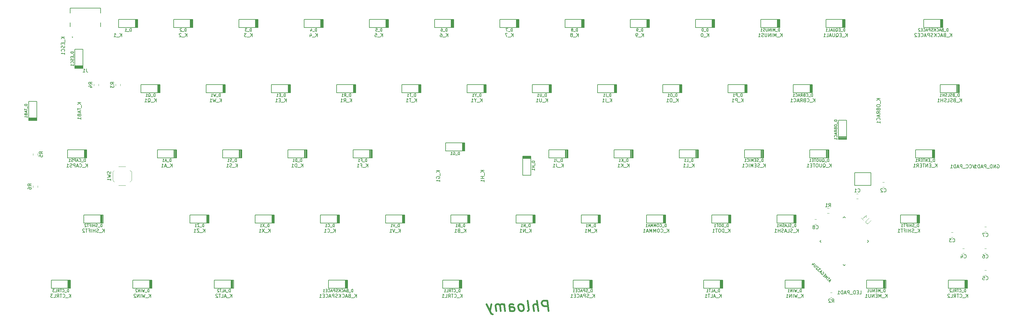
<source format=gbr>
G04 #@! TF.GenerationSoftware,KiCad,Pcbnew,(5.1.6)-1*
G04 #@! TF.CreationDate,2020-07-30T14:32:44-07:00*
G04 #@! TF.ProjectId,keyboard_test6,6b657962-6f61-4726-945f-74657374362e,rev?*
G04 #@! TF.SameCoordinates,Original*
G04 #@! TF.FileFunction,Legend,Bot*
G04 #@! TF.FilePolarity,Positive*
%FSLAX46Y46*%
G04 Gerber Fmt 4.6, Leading zero omitted, Abs format (unit mm)*
G04 Created by KiCad (PCBNEW (5.1.6)-1) date 2020-07-30 14:32:44*
%MOMM*%
%LPD*%
G01*
G04 APERTURE LIST*
%ADD10C,0.500000*%
%ADD11C,0.200000*%
%ADD12C,0.120000*%
%ADD13C,0.152400*%
%ADD14C,0.150000*%
%ADD15C,0.050000*%
G04 APERTURE END LIST*
D10*
X298158732Y-225269142D02*
X297783732Y-222269142D01*
X296640875Y-222269142D01*
X296373017Y-222412000D01*
X296248017Y-222554857D01*
X296140875Y-222840571D01*
X296194446Y-223269142D01*
X296373017Y-223554857D01*
X296533732Y-223697714D01*
X296837303Y-223840571D01*
X297980160Y-223840571D01*
X295158732Y-225269142D02*
X294783732Y-222269142D01*
X293873017Y-225269142D02*
X293676589Y-223697714D01*
X293783732Y-223412000D01*
X294051589Y-223269142D01*
X294480160Y-223269142D01*
X294783732Y-223412000D01*
X294944446Y-223554857D01*
X292015875Y-225269142D02*
X292283732Y-225126285D01*
X292390875Y-224840571D01*
X292069446Y-222269142D01*
X290444446Y-225269142D02*
X290712303Y-225126285D01*
X290837303Y-224983428D01*
X290944446Y-224697714D01*
X290837303Y-223840571D01*
X290658732Y-223554857D01*
X290498017Y-223412000D01*
X290194446Y-223269142D01*
X289765875Y-223269142D01*
X289498017Y-223412000D01*
X289373017Y-223554857D01*
X289265875Y-223840571D01*
X289373017Y-224697714D01*
X289551589Y-224983428D01*
X289712303Y-225126285D01*
X290015875Y-225269142D01*
X290444446Y-225269142D01*
X286873017Y-225269142D02*
X286676589Y-223697714D01*
X286783732Y-223412000D01*
X287051589Y-223269142D01*
X287623017Y-223269142D01*
X287926589Y-223412000D01*
X286855160Y-225126285D02*
X287158732Y-225269142D01*
X287873017Y-225269142D01*
X288140875Y-225126285D01*
X288248017Y-224840571D01*
X288212303Y-224554857D01*
X288033732Y-224269142D01*
X287730160Y-224126285D01*
X287015875Y-224126285D01*
X286712303Y-223983428D01*
X285444446Y-225269142D02*
X285194446Y-223269142D01*
X285230160Y-223554857D02*
X285069446Y-223412000D01*
X284765875Y-223269142D01*
X284337303Y-223269142D01*
X284069446Y-223412000D01*
X283962303Y-223697714D01*
X284158732Y-225269142D01*
X283962303Y-223697714D02*
X283783732Y-223412000D01*
X283480160Y-223269142D01*
X283051589Y-223269142D01*
X282783732Y-223412000D01*
X282676589Y-223697714D01*
X282873017Y-225269142D01*
X281480160Y-223269142D02*
X281015875Y-225269142D01*
X280051589Y-223269142D02*
X281015875Y-225269142D01*
X281390875Y-225983428D01*
X281551589Y-226126285D01*
X281855160Y-226269142D01*
D11*
X159182000Y-145230000D02*
G75*
G03*
X159182000Y-145230000I-100000J0D01*
G01*
X167332000Y-142140000D02*
X167332000Y-140930000D01*
X158392000Y-142140000D02*
X158392000Y-140930000D01*
X167332000Y-136720000D02*
X167332000Y-138210000D01*
X158392000Y-136720000D02*
X167332000Y-136720000D01*
X158392000Y-138210000D02*
X158392000Y-136720000D01*
X345913000Y-140012000D02*
X345913000Y-142412000D01*
X346013000Y-140012000D02*
X346013000Y-142412000D01*
X346113000Y-140012000D02*
X346113000Y-142412000D01*
X346288000Y-140012000D02*
X346288000Y-142412000D01*
X346463000Y-140012000D02*
X346463000Y-142412000D01*
X346638000Y-140012000D02*
X346638000Y-142412000D01*
X346638000Y-140012000D02*
X341038000Y-140012000D01*
X341038000Y-140012000D02*
X341038000Y-142412000D01*
X341038000Y-142412000D02*
X346638000Y-142412000D01*
X177463000Y-140012000D02*
X177463000Y-142412000D01*
X177563000Y-140012000D02*
X177563000Y-142412000D01*
X177663000Y-140012000D02*
X177663000Y-142412000D01*
X177838000Y-140012000D02*
X177838000Y-142412000D01*
X178013000Y-140012000D02*
X178013000Y-142412000D01*
X178188000Y-140012000D02*
X178188000Y-142412000D01*
X178188000Y-140012000D02*
X172588000Y-140012000D01*
X172588000Y-140012000D02*
X172588000Y-142412000D01*
X172588000Y-142412000D02*
X178188000Y-142412000D01*
X193513000Y-140012000D02*
X193513000Y-142412000D01*
X193613000Y-140012000D02*
X193613000Y-142412000D01*
X193713000Y-140012000D02*
X193713000Y-142412000D01*
X193888000Y-140012000D02*
X193888000Y-142412000D01*
X194063000Y-140012000D02*
X194063000Y-142412000D01*
X194238000Y-140012000D02*
X194238000Y-142412000D01*
X194238000Y-140012000D02*
X188638000Y-140012000D01*
X188638000Y-140012000D02*
X188638000Y-142412000D01*
X188638000Y-142412000D02*
X194238000Y-142412000D01*
X212563000Y-140012000D02*
X212563000Y-142412000D01*
X212663000Y-140012000D02*
X212663000Y-142412000D01*
X212763000Y-140012000D02*
X212763000Y-142412000D01*
X212938000Y-140012000D02*
X212938000Y-142412000D01*
X213113000Y-140012000D02*
X213113000Y-142412000D01*
X213288000Y-140012000D02*
X213288000Y-142412000D01*
X213288000Y-140012000D02*
X207688000Y-140012000D01*
X207688000Y-140012000D02*
X207688000Y-142412000D01*
X207688000Y-142412000D02*
X213288000Y-142412000D01*
X231613000Y-140012000D02*
X231613000Y-142412000D01*
X231713000Y-140012000D02*
X231713000Y-142412000D01*
X231813000Y-140012000D02*
X231813000Y-142412000D01*
X231988000Y-140012000D02*
X231988000Y-142412000D01*
X232163000Y-140012000D02*
X232163000Y-142412000D01*
X232338000Y-140012000D02*
X232338000Y-142412000D01*
X232338000Y-140012000D02*
X226738000Y-140012000D01*
X226738000Y-140012000D02*
X226738000Y-142412000D01*
X226738000Y-142412000D02*
X232338000Y-142412000D01*
X250663000Y-140012000D02*
X250663000Y-142412000D01*
X250763000Y-140012000D02*
X250763000Y-142412000D01*
X250863000Y-140012000D02*
X250863000Y-142412000D01*
X251038000Y-140012000D02*
X251038000Y-142412000D01*
X251213000Y-140012000D02*
X251213000Y-142412000D01*
X251388000Y-140012000D02*
X251388000Y-142412000D01*
X251388000Y-140012000D02*
X245788000Y-140012000D01*
X245788000Y-140012000D02*
X245788000Y-142412000D01*
X245788000Y-142412000D02*
X251388000Y-142412000D01*
X269713000Y-140012000D02*
X269713000Y-142412000D01*
X269813000Y-140012000D02*
X269813000Y-142412000D01*
X269913000Y-140012000D02*
X269913000Y-142412000D01*
X270088000Y-140012000D02*
X270088000Y-142412000D01*
X270263000Y-140012000D02*
X270263000Y-142412000D01*
X270438000Y-140012000D02*
X270438000Y-142412000D01*
X270438000Y-140012000D02*
X264838000Y-140012000D01*
X264838000Y-140012000D02*
X264838000Y-142412000D01*
X264838000Y-142412000D02*
X270438000Y-142412000D01*
X288763000Y-140012000D02*
X288763000Y-142412000D01*
X288863000Y-140012000D02*
X288863000Y-142412000D01*
X288963000Y-140012000D02*
X288963000Y-142412000D01*
X289138000Y-140012000D02*
X289138000Y-142412000D01*
X289313000Y-140012000D02*
X289313000Y-142412000D01*
X289488000Y-140012000D02*
X289488000Y-142412000D01*
X289488000Y-140012000D02*
X283888000Y-140012000D01*
X283888000Y-140012000D02*
X283888000Y-142412000D01*
X283888000Y-142412000D02*
X289488000Y-142412000D01*
X307813000Y-140012000D02*
X307813000Y-142412000D01*
X307913000Y-140012000D02*
X307913000Y-142412000D01*
X308013000Y-140012000D02*
X308013000Y-142412000D01*
X308188000Y-140012000D02*
X308188000Y-142412000D01*
X308363000Y-140012000D02*
X308363000Y-142412000D01*
X308538000Y-140012000D02*
X308538000Y-142412000D01*
X308538000Y-140012000D02*
X302938000Y-140012000D01*
X302938000Y-140012000D02*
X302938000Y-142412000D01*
X302938000Y-142412000D02*
X308538000Y-142412000D01*
X326863000Y-140012000D02*
X326863000Y-142412000D01*
X326963000Y-140012000D02*
X326963000Y-142412000D01*
X327063000Y-140012000D02*
X327063000Y-142412000D01*
X327238000Y-140012000D02*
X327238000Y-142412000D01*
X327413000Y-140012000D02*
X327413000Y-142412000D01*
X327588000Y-140012000D02*
X327588000Y-142412000D01*
X327588000Y-140012000D02*
X321988000Y-140012000D01*
X321988000Y-140012000D02*
X321988000Y-142412000D01*
X321988000Y-142412000D02*
X327588000Y-142412000D01*
X188750000Y-178112000D02*
X188750000Y-180512000D01*
X188850000Y-178112000D02*
X188850000Y-180512000D01*
X188950000Y-178112000D02*
X188950000Y-180512000D01*
X189125000Y-178112000D02*
X189125000Y-180512000D01*
X189300000Y-178112000D02*
X189300000Y-180512000D01*
X189475000Y-178112000D02*
X189475000Y-180512000D01*
X189475000Y-178112000D02*
X183875000Y-178112000D01*
X183875000Y-178112000D02*
X183875000Y-180512000D01*
X183875000Y-180512000D02*
X189475000Y-180512000D01*
X348294000Y-216212000D02*
X348294000Y-218612000D01*
X348394000Y-216212000D02*
X348394000Y-218612000D01*
X348494000Y-216212000D02*
X348494000Y-218612000D01*
X348669000Y-216212000D02*
X348669000Y-218612000D01*
X348844000Y-216212000D02*
X348844000Y-218612000D01*
X349019000Y-216212000D02*
X349019000Y-218612000D01*
X349019000Y-216212000D02*
X343419000Y-216212000D01*
X343419000Y-216212000D02*
X343419000Y-218612000D01*
X343419000Y-218612000D02*
X349019000Y-218612000D01*
X205419000Y-216212000D02*
X205419000Y-218612000D01*
X205519000Y-216212000D02*
X205519000Y-218612000D01*
X205619000Y-216212000D02*
X205619000Y-218612000D01*
X205794000Y-216212000D02*
X205794000Y-218612000D01*
X205969000Y-216212000D02*
X205969000Y-218612000D01*
X206144000Y-216212000D02*
X206144000Y-218612000D01*
X206144000Y-216212000D02*
X200544000Y-216212000D01*
X200544000Y-216212000D02*
X200544000Y-218612000D01*
X200544000Y-218612000D02*
X206144000Y-218612000D01*
X274475000Y-197162000D02*
X274475000Y-199562000D01*
X274575000Y-197162000D02*
X274575000Y-199562000D01*
X274675000Y-197162000D02*
X274675000Y-199562000D01*
X274850000Y-197162000D02*
X274850000Y-199562000D01*
X275025000Y-197162000D02*
X275025000Y-199562000D01*
X275200000Y-197162000D02*
X275200000Y-199562000D01*
X275200000Y-197162000D02*
X269600000Y-197162000D01*
X269600000Y-197162000D02*
X269600000Y-199562000D01*
X269600000Y-199562000D02*
X275200000Y-199562000D01*
X238756000Y-216212000D02*
X238756000Y-218612000D01*
X238856000Y-216212000D02*
X238856000Y-218612000D01*
X238956000Y-216212000D02*
X238956000Y-218612000D01*
X239131000Y-216212000D02*
X239131000Y-218612000D01*
X239306000Y-216212000D02*
X239306000Y-218612000D01*
X239481000Y-216212000D02*
X239481000Y-218612000D01*
X239481000Y-216212000D02*
X233881000Y-216212000D01*
X233881000Y-216212000D02*
X233881000Y-218612000D01*
X233881000Y-218612000D02*
X239481000Y-218612000D01*
X412587000Y-140012000D02*
X412587000Y-142412000D01*
X412687000Y-140012000D02*
X412687000Y-142412000D01*
X412787000Y-140012000D02*
X412787000Y-142412000D01*
X412962000Y-140012000D02*
X412962000Y-142412000D01*
X413137000Y-140012000D02*
X413137000Y-142412000D01*
X413312000Y-140012000D02*
X413312000Y-142412000D01*
X413312000Y-140012000D02*
X407712000Y-140012000D01*
X407712000Y-140012000D02*
X407712000Y-142412000D01*
X407712000Y-142412000D02*
X413312000Y-142412000D01*
X417350000Y-159062000D02*
X417350000Y-161462000D01*
X417450000Y-159062000D02*
X417450000Y-161462000D01*
X417550000Y-159062000D02*
X417550000Y-161462000D01*
X417725000Y-159062000D02*
X417725000Y-161462000D01*
X417900000Y-159062000D02*
X417900000Y-161462000D01*
X418075000Y-159062000D02*
X418075000Y-161462000D01*
X418075000Y-159062000D02*
X412475000Y-159062000D01*
X412475000Y-159062000D02*
X412475000Y-161462000D01*
X412475000Y-161462000D02*
X418075000Y-161462000D01*
X236375000Y-197162000D02*
X236375000Y-199562000D01*
X236475000Y-197162000D02*
X236475000Y-199562000D01*
X236575000Y-197162000D02*
X236575000Y-199562000D01*
X236750000Y-197162000D02*
X236750000Y-199562000D01*
X236925000Y-197162000D02*
X236925000Y-199562000D01*
X237100000Y-197162000D02*
X237100000Y-199562000D01*
X237100000Y-197162000D02*
X231500000Y-197162000D01*
X231500000Y-197162000D02*
X231500000Y-199562000D01*
X231500000Y-199562000D02*
X237100000Y-199562000D01*
X162556000Y-178112000D02*
X162556000Y-180512000D01*
X162656000Y-178112000D02*
X162656000Y-180512000D01*
X162756000Y-178112000D02*
X162756000Y-180512000D01*
X162931000Y-178112000D02*
X162931000Y-180512000D01*
X163106000Y-178112000D02*
X163106000Y-180512000D01*
X163281000Y-178112000D02*
X163281000Y-180512000D01*
X163281000Y-178112000D02*
X157681000Y-178112000D01*
X157681000Y-178112000D02*
X157681000Y-180512000D01*
X157681000Y-180512000D02*
X163281000Y-180512000D01*
X374487000Y-159062000D02*
X374487000Y-161462000D01*
X374587000Y-159062000D02*
X374587000Y-161462000D01*
X374687000Y-159062000D02*
X374687000Y-161462000D01*
X374862000Y-159062000D02*
X374862000Y-161462000D01*
X375037000Y-159062000D02*
X375037000Y-161462000D01*
X375212000Y-159062000D02*
X375212000Y-161462000D01*
X375212000Y-159062000D02*
X369612000Y-159062000D01*
X369612000Y-159062000D02*
X369612000Y-161462000D01*
X369612000Y-161462000D02*
X375212000Y-161462000D01*
X331625000Y-197162000D02*
X331625000Y-199562000D01*
X331725000Y-197162000D02*
X331725000Y-199562000D01*
X331825000Y-197162000D02*
X331825000Y-199562000D01*
X332000000Y-197162000D02*
X332000000Y-199562000D01*
X332175000Y-197162000D02*
X332175000Y-199562000D01*
X332350000Y-197162000D02*
X332350000Y-199562000D01*
X332350000Y-197162000D02*
X326750000Y-197162000D01*
X326750000Y-197162000D02*
X326750000Y-199562000D01*
X326750000Y-199562000D02*
X332350000Y-199562000D01*
X272094000Y-216212000D02*
X272094000Y-218612000D01*
X272194000Y-216212000D02*
X272194000Y-218612000D01*
X272294000Y-216212000D02*
X272294000Y-218612000D01*
X272469000Y-216212000D02*
X272469000Y-218612000D01*
X272644000Y-216212000D02*
X272644000Y-218612000D01*
X272819000Y-216212000D02*
X272819000Y-218612000D01*
X272819000Y-216212000D02*
X267219000Y-216212000D01*
X267219000Y-216212000D02*
X267219000Y-218612000D01*
X267219000Y-218612000D02*
X272819000Y-218612000D01*
X419731000Y-216212000D02*
X419731000Y-218612000D01*
X419831000Y-216212000D02*
X419831000Y-218612000D01*
X419931000Y-216212000D02*
X419931000Y-218612000D01*
X420106000Y-216212000D02*
X420106000Y-218612000D01*
X420281000Y-216212000D02*
X420281000Y-218612000D01*
X420456000Y-216212000D02*
X420456000Y-218612000D01*
X420456000Y-216212000D02*
X414856000Y-216212000D01*
X414856000Y-216212000D02*
X414856000Y-218612000D01*
X414856000Y-218612000D02*
X420456000Y-218612000D01*
X157794000Y-216212000D02*
X157794000Y-218612000D01*
X157894000Y-216212000D02*
X157894000Y-218612000D01*
X157994000Y-216212000D02*
X157994000Y-218612000D01*
X158169000Y-216212000D02*
X158169000Y-218612000D01*
X158344000Y-216212000D02*
X158344000Y-218612000D01*
X158519000Y-216212000D02*
X158519000Y-218612000D01*
X158519000Y-216212000D02*
X152919000Y-216212000D01*
X152919000Y-216212000D02*
X152919000Y-218612000D01*
X152919000Y-218612000D02*
X158519000Y-218612000D01*
X226850000Y-178112000D02*
X226850000Y-180512000D01*
X226950000Y-178112000D02*
X226950000Y-180512000D01*
X227050000Y-178112000D02*
X227050000Y-180512000D01*
X227225000Y-178112000D02*
X227225000Y-180512000D01*
X227400000Y-178112000D02*
X227400000Y-180512000D01*
X227575000Y-178112000D02*
X227575000Y-180512000D01*
X227575000Y-178112000D02*
X221975000Y-178112000D01*
X221975000Y-178112000D02*
X221975000Y-180512000D01*
X221975000Y-180512000D02*
X227575000Y-180512000D01*
X350675000Y-197162000D02*
X350675000Y-199562000D01*
X350775000Y-197162000D02*
X350775000Y-199562000D01*
X350875000Y-197162000D02*
X350875000Y-199562000D01*
X351050000Y-197162000D02*
X351050000Y-199562000D01*
X351225000Y-197162000D02*
X351225000Y-199562000D01*
X351400000Y-197162000D02*
X351400000Y-199562000D01*
X351400000Y-197162000D02*
X345800000Y-197162000D01*
X345800000Y-197162000D02*
X345800000Y-199562000D01*
X345800000Y-199562000D02*
X351400000Y-199562000D01*
X222087000Y-159062000D02*
X222087000Y-161462000D01*
X222187000Y-159062000D02*
X222187000Y-161462000D01*
X222287000Y-159062000D02*
X222287000Y-161462000D01*
X222462000Y-159062000D02*
X222462000Y-161462000D01*
X222637000Y-159062000D02*
X222637000Y-161462000D01*
X222812000Y-159062000D02*
X222812000Y-161462000D01*
X222812000Y-159062000D02*
X217212000Y-159062000D01*
X217212000Y-159062000D02*
X217212000Y-161462000D01*
X217212000Y-161462000D02*
X222812000Y-161462000D01*
X410206000Y-178112000D02*
X410206000Y-180512000D01*
X410306000Y-178112000D02*
X410306000Y-180512000D01*
X410406000Y-178112000D02*
X410406000Y-180512000D01*
X410581000Y-178112000D02*
X410581000Y-180512000D01*
X410756000Y-178112000D02*
X410756000Y-180512000D01*
X410931000Y-178112000D02*
X410931000Y-180512000D01*
X410931000Y-178112000D02*
X405331000Y-178112000D01*
X405331000Y-178112000D02*
X405331000Y-180512000D01*
X405331000Y-180512000D02*
X410931000Y-180512000D01*
X384013000Y-140012000D02*
X384013000Y-142412000D01*
X384113000Y-140012000D02*
X384113000Y-142412000D01*
X384213000Y-140012000D02*
X384213000Y-142412000D01*
X384388000Y-140012000D02*
X384388000Y-142412000D01*
X384563000Y-140012000D02*
X384563000Y-142412000D01*
X384738000Y-140012000D02*
X384738000Y-142412000D01*
X384738000Y-140012000D02*
X379138000Y-140012000D01*
X379138000Y-140012000D02*
X379138000Y-142412000D01*
X379138000Y-142412000D02*
X384738000Y-142412000D01*
X162170000Y-153605000D02*
X159770000Y-153605000D01*
X162170000Y-153705000D02*
X159770000Y-153705000D01*
X162170000Y-153805000D02*
X159770000Y-153805000D01*
X162170000Y-153980000D02*
X159770000Y-153980000D01*
X162170000Y-154155000D02*
X159770000Y-154155000D01*
X162170000Y-154330000D02*
X159770000Y-154330000D01*
X162170000Y-154330000D02*
X162170000Y-148730000D01*
X162170000Y-148730000D02*
X159770000Y-148730000D01*
X159770000Y-148730000D02*
X159770000Y-154330000D01*
X245900000Y-178112000D02*
X245900000Y-180512000D01*
X246000000Y-178112000D02*
X246000000Y-180512000D01*
X246100000Y-178112000D02*
X246100000Y-180512000D01*
X246275000Y-178112000D02*
X246275000Y-180512000D01*
X246450000Y-178112000D02*
X246450000Y-180512000D01*
X246625000Y-178112000D02*
X246625000Y-180512000D01*
X246625000Y-178112000D02*
X241025000Y-178112000D01*
X241025000Y-178112000D02*
X241025000Y-180512000D01*
X241025000Y-180512000D02*
X246625000Y-180512000D01*
X272950000Y-176112000D02*
X272950000Y-178512000D01*
X273050000Y-176112000D02*
X273050000Y-178512000D01*
X273150000Y-176112000D02*
X273150000Y-178512000D01*
X273325000Y-176112000D02*
X273325000Y-178512000D01*
X273500000Y-176112000D02*
X273500000Y-178512000D01*
X273675000Y-176112000D02*
X273675000Y-178512000D01*
X273675000Y-176112000D02*
X268075000Y-176112000D01*
X268075000Y-176112000D02*
X268075000Y-178512000D01*
X268075000Y-178512000D02*
X273675000Y-178512000D01*
X292980000Y-185572000D02*
X292980000Y-179972000D01*
X290580000Y-185572000D02*
X292980000Y-185572000D01*
X290580000Y-179972000D02*
X290580000Y-185572000D01*
X290580000Y-179972000D02*
X292980000Y-179972000D01*
X290580000Y-180147000D02*
X292980000Y-180147000D01*
X290580000Y-180322000D02*
X292980000Y-180322000D01*
X290580000Y-180497000D02*
X292980000Y-180497000D01*
X290580000Y-180597000D02*
X292980000Y-180597000D01*
X290580000Y-180697000D02*
X292980000Y-180697000D01*
X317337000Y-159062000D02*
X317337000Y-161462000D01*
X317437000Y-159062000D02*
X317437000Y-161462000D01*
X317537000Y-159062000D02*
X317537000Y-161462000D01*
X317712000Y-159062000D02*
X317712000Y-161462000D01*
X317887000Y-159062000D02*
X317887000Y-161462000D01*
X318062000Y-159062000D02*
X318062000Y-161462000D01*
X318062000Y-159062000D02*
X312462000Y-159062000D01*
X312462000Y-159062000D02*
X312462000Y-161462000D01*
X312462000Y-161462000D02*
X318062000Y-161462000D01*
X303050000Y-178112000D02*
X303050000Y-180512000D01*
X303150000Y-178112000D02*
X303150000Y-180512000D01*
X303250000Y-178112000D02*
X303250000Y-180512000D01*
X303425000Y-178112000D02*
X303425000Y-180512000D01*
X303600000Y-178112000D02*
X303600000Y-180512000D01*
X303775000Y-178112000D02*
X303775000Y-180512000D01*
X303775000Y-178112000D02*
X298175000Y-178112000D01*
X298175000Y-178112000D02*
X298175000Y-180512000D01*
X298175000Y-180512000D02*
X303775000Y-180512000D01*
X322100000Y-178112000D02*
X322100000Y-180512000D01*
X322200000Y-178112000D02*
X322200000Y-180512000D01*
X322300000Y-178112000D02*
X322300000Y-180512000D01*
X322475000Y-178112000D02*
X322475000Y-180512000D01*
X322650000Y-178112000D02*
X322650000Y-180512000D01*
X322825000Y-178112000D02*
X322825000Y-180512000D01*
X322825000Y-178112000D02*
X317225000Y-178112000D01*
X317225000Y-178112000D02*
X317225000Y-180512000D01*
X317225000Y-180512000D02*
X322825000Y-180512000D01*
X341150000Y-178112000D02*
X341150000Y-180512000D01*
X341250000Y-178112000D02*
X341250000Y-180512000D01*
X341350000Y-178112000D02*
X341350000Y-180512000D01*
X341525000Y-178112000D02*
X341525000Y-180512000D01*
X341700000Y-178112000D02*
X341700000Y-180512000D01*
X341875000Y-178112000D02*
X341875000Y-180512000D01*
X341875000Y-178112000D02*
X336275000Y-178112000D01*
X336275000Y-178112000D02*
X336275000Y-180512000D01*
X336275000Y-180512000D02*
X341875000Y-180512000D01*
X312575000Y-197162000D02*
X312575000Y-199562000D01*
X312675000Y-197162000D02*
X312675000Y-199562000D01*
X312775000Y-197162000D02*
X312775000Y-199562000D01*
X312950000Y-197162000D02*
X312950000Y-199562000D01*
X313125000Y-197162000D02*
X313125000Y-199562000D01*
X313300000Y-197162000D02*
X313300000Y-199562000D01*
X313300000Y-197162000D02*
X307700000Y-197162000D01*
X307700000Y-197162000D02*
X307700000Y-199562000D01*
X307700000Y-199562000D02*
X313300000Y-199562000D01*
X395919000Y-216212000D02*
X395919000Y-218612000D01*
X396019000Y-216212000D02*
X396019000Y-218612000D01*
X396119000Y-216212000D02*
X396119000Y-218612000D01*
X396294000Y-216212000D02*
X396294000Y-218612000D01*
X396469000Y-216212000D02*
X396469000Y-218612000D01*
X396644000Y-216212000D02*
X396644000Y-218612000D01*
X396644000Y-216212000D02*
X391044000Y-216212000D01*
X391044000Y-216212000D02*
X391044000Y-218612000D01*
X391044000Y-218612000D02*
X396644000Y-218612000D01*
X364963000Y-140012000D02*
X364963000Y-142412000D01*
X365063000Y-140012000D02*
X365063000Y-142412000D01*
X365163000Y-140012000D02*
X365163000Y-142412000D01*
X365338000Y-140012000D02*
X365338000Y-142412000D01*
X365513000Y-140012000D02*
X365513000Y-142412000D01*
X365688000Y-140012000D02*
X365688000Y-142412000D01*
X365688000Y-140012000D02*
X360088000Y-140012000D01*
X360088000Y-140012000D02*
X360088000Y-142412000D01*
X360088000Y-142412000D02*
X365688000Y-142412000D01*
X293525000Y-197162000D02*
X293525000Y-199562000D01*
X293625000Y-197162000D02*
X293625000Y-199562000D01*
X293725000Y-197162000D02*
X293725000Y-199562000D01*
X293900000Y-197162000D02*
X293900000Y-199562000D01*
X294075000Y-197162000D02*
X294075000Y-199562000D01*
X294250000Y-197162000D02*
X294250000Y-199562000D01*
X294250000Y-197162000D02*
X288650000Y-197162000D01*
X288650000Y-197162000D02*
X288650000Y-199562000D01*
X288650000Y-199562000D02*
X294250000Y-199562000D01*
X336387000Y-159062000D02*
X336387000Y-161462000D01*
X336487000Y-159062000D02*
X336487000Y-161462000D01*
X336587000Y-159062000D02*
X336587000Y-161462000D01*
X336762000Y-159062000D02*
X336762000Y-161462000D01*
X336937000Y-159062000D02*
X336937000Y-161462000D01*
X337112000Y-159062000D02*
X337112000Y-161462000D01*
X337112000Y-159062000D02*
X331512000Y-159062000D01*
X331512000Y-159062000D02*
X331512000Y-161462000D01*
X331512000Y-161462000D02*
X337112000Y-161462000D01*
X385168000Y-174337000D02*
X382768000Y-174337000D01*
X385168000Y-174437000D02*
X382768000Y-174437000D01*
X385168000Y-174537000D02*
X382768000Y-174537000D01*
X385168000Y-174712000D02*
X382768000Y-174712000D01*
X385168000Y-174887000D02*
X382768000Y-174887000D01*
X385168000Y-175062000D02*
X382768000Y-175062000D01*
X385168000Y-175062000D02*
X385168000Y-169462000D01*
X385168000Y-169462000D02*
X382768000Y-169462000D01*
X382768000Y-169462000D02*
X382768000Y-175062000D01*
X355437000Y-159062000D02*
X355437000Y-161462000D01*
X355537000Y-159062000D02*
X355537000Y-161462000D01*
X355637000Y-159062000D02*
X355637000Y-161462000D01*
X355812000Y-159062000D02*
X355812000Y-161462000D01*
X355987000Y-159062000D02*
X355987000Y-161462000D01*
X356162000Y-159062000D02*
X356162000Y-161462000D01*
X356162000Y-159062000D02*
X350562000Y-159062000D01*
X350562000Y-159062000D02*
X350562000Y-161462000D01*
X350562000Y-161462000D02*
X356162000Y-161462000D01*
X183987000Y-159062000D02*
X183987000Y-161462000D01*
X184087000Y-159062000D02*
X184087000Y-161462000D01*
X184187000Y-159062000D02*
X184187000Y-161462000D01*
X184362000Y-159062000D02*
X184362000Y-161462000D01*
X184537000Y-159062000D02*
X184537000Y-161462000D01*
X184712000Y-159062000D02*
X184712000Y-161462000D01*
X184712000Y-159062000D02*
X179112000Y-159062000D01*
X179112000Y-159062000D02*
X179112000Y-161462000D01*
X179112000Y-161462000D02*
X184712000Y-161462000D01*
X379250000Y-178112000D02*
X379250000Y-180512000D01*
X379350000Y-178112000D02*
X379350000Y-180512000D01*
X379450000Y-178112000D02*
X379450000Y-180512000D01*
X379625000Y-178112000D02*
X379625000Y-180512000D01*
X379800000Y-178112000D02*
X379800000Y-180512000D01*
X379975000Y-178112000D02*
X379975000Y-180512000D01*
X379975000Y-178112000D02*
X374375000Y-178112000D01*
X374375000Y-178112000D02*
X374375000Y-180512000D01*
X374375000Y-180512000D02*
X379975000Y-180512000D01*
X241137000Y-159062000D02*
X241137000Y-161462000D01*
X241237000Y-159062000D02*
X241237000Y-161462000D01*
X241337000Y-159062000D02*
X241337000Y-161462000D01*
X241512000Y-159062000D02*
X241512000Y-161462000D01*
X241687000Y-159062000D02*
X241687000Y-161462000D01*
X241862000Y-159062000D02*
X241862000Y-161462000D01*
X241862000Y-159062000D02*
X236262000Y-159062000D01*
X236262000Y-159062000D02*
X236262000Y-161462000D01*
X236262000Y-161462000D02*
X241862000Y-161462000D01*
X207800000Y-178112000D02*
X207800000Y-180512000D01*
X207900000Y-178112000D02*
X207900000Y-180512000D01*
X208000000Y-178112000D02*
X208000000Y-180512000D01*
X208175000Y-178112000D02*
X208175000Y-180512000D01*
X208350000Y-178112000D02*
X208350000Y-180512000D01*
X208525000Y-178112000D02*
X208525000Y-180512000D01*
X208525000Y-178112000D02*
X202925000Y-178112000D01*
X202925000Y-178112000D02*
X202925000Y-180512000D01*
X202925000Y-180512000D02*
X208525000Y-180512000D01*
X360200000Y-178112000D02*
X360200000Y-180512000D01*
X360300000Y-178112000D02*
X360300000Y-180512000D01*
X360400000Y-178112000D02*
X360400000Y-180512000D01*
X360575000Y-178112000D02*
X360575000Y-180512000D01*
X360750000Y-178112000D02*
X360750000Y-180512000D01*
X360925000Y-178112000D02*
X360925000Y-180512000D01*
X360925000Y-178112000D02*
X355325000Y-178112000D01*
X355325000Y-178112000D02*
X355325000Y-180512000D01*
X355325000Y-180512000D02*
X360925000Y-180512000D01*
X405775000Y-197162000D02*
X405775000Y-199562000D01*
X405875000Y-197162000D02*
X405875000Y-199562000D01*
X405975000Y-197162000D02*
X405975000Y-199562000D01*
X406150000Y-197162000D02*
X406150000Y-199562000D01*
X406325000Y-197162000D02*
X406325000Y-199562000D01*
X406500000Y-197162000D02*
X406500000Y-199562000D01*
X406500000Y-197162000D02*
X400900000Y-197162000D01*
X400900000Y-197162000D02*
X400900000Y-199562000D01*
X400900000Y-199562000D02*
X406500000Y-199562000D01*
X167319000Y-197162000D02*
X167319000Y-199562000D01*
X167419000Y-197162000D02*
X167419000Y-199562000D01*
X167519000Y-197162000D02*
X167519000Y-199562000D01*
X167694000Y-197162000D02*
X167694000Y-199562000D01*
X167869000Y-197162000D02*
X167869000Y-199562000D01*
X168044000Y-197162000D02*
X168044000Y-199562000D01*
X168044000Y-197162000D02*
X162444000Y-197162000D01*
X162444000Y-197162000D02*
X162444000Y-199562000D01*
X162444000Y-199562000D02*
X168044000Y-199562000D01*
X369725000Y-197162000D02*
X369725000Y-199562000D01*
X369825000Y-197162000D02*
X369825000Y-199562000D01*
X369925000Y-197162000D02*
X369925000Y-199562000D01*
X370100000Y-197162000D02*
X370100000Y-199562000D01*
X370275000Y-197162000D02*
X370275000Y-199562000D01*
X370450000Y-197162000D02*
X370450000Y-199562000D01*
X370450000Y-197162000D02*
X364850000Y-197162000D01*
X364850000Y-197162000D02*
X364850000Y-199562000D01*
X364850000Y-199562000D02*
X370450000Y-199562000D01*
X310194000Y-216212000D02*
X310194000Y-218612000D01*
X310294000Y-216212000D02*
X310294000Y-218612000D01*
X310394000Y-216212000D02*
X310394000Y-218612000D01*
X310569000Y-216212000D02*
X310569000Y-218612000D01*
X310744000Y-216212000D02*
X310744000Y-218612000D01*
X310919000Y-216212000D02*
X310919000Y-218612000D01*
X310919000Y-216212000D02*
X305319000Y-216212000D01*
X305319000Y-216212000D02*
X305319000Y-218612000D01*
X305319000Y-218612000D02*
X310919000Y-218612000D01*
X260187000Y-159062000D02*
X260187000Y-161462000D01*
X260287000Y-159062000D02*
X260287000Y-161462000D01*
X260387000Y-159062000D02*
X260387000Y-161462000D01*
X260562000Y-159062000D02*
X260562000Y-161462000D01*
X260737000Y-159062000D02*
X260737000Y-161462000D01*
X260912000Y-159062000D02*
X260912000Y-161462000D01*
X260912000Y-159062000D02*
X255312000Y-159062000D01*
X255312000Y-159062000D02*
X255312000Y-161462000D01*
X255312000Y-161462000D02*
X260912000Y-161462000D01*
X148700000Y-168837000D02*
X146300000Y-168837000D01*
X148700000Y-168937000D02*
X146300000Y-168937000D01*
X148700000Y-169037000D02*
X146300000Y-169037000D01*
X148700000Y-169212000D02*
X146300000Y-169212000D01*
X148700000Y-169387000D02*
X146300000Y-169387000D01*
X148700000Y-169562000D02*
X146300000Y-169562000D01*
X148700000Y-169562000D02*
X148700000Y-163962000D01*
X148700000Y-163962000D02*
X146300000Y-163962000D01*
X146300000Y-163962000D02*
X146300000Y-169562000D01*
X298287000Y-159062000D02*
X298287000Y-161462000D01*
X298387000Y-159062000D02*
X298387000Y-161462000D01*
X298487000Y-159062000D02*
X298487000Y-161462000D01*
X298662000Y-159062000D02*
X298662000Y-161462000D01*
X298837000Y-159062000D02*
X298837000Y-161462000D01*
X299012000Y-159062000D02*
X299012000Y-161462000D01*
X299012000Y-159062000D02*
X293412000Y-159062000D01*
X293412000Y-159062000D02*
X293412000Y-161462000D01*
X293412000Y-161462000D02*
X299012000Y-161462000D01*
X255425000Y-197162000D02*
X255425000Y-199562000D01*
X255525000Y-197162000D02*
X255525000Y-199562000D01*
X255625000Y-197162000D02*
X255625000Y-199562000D01*
X255800000Y-197162000D02*
X255800000Y-199562000D01*
X255975000Y-197162000D02*
X255975000Y-199562000D01*
X256150000Y-197162000D02*
X256150000Y-199562000D01*
X256150000Y-197162000D02*
X250550000Y-197162000D01*
X250550000Y-197162000D02*
X250550000Y-199562000D01*
X250550000Y-199562000D02*
X256150000Y-199562000D01*
X203037000Y-159062000D02*
X203037000Y-161462000D01*
X203137000Y-159062000D02*
X203137000Y-161462000D01*
X203237000Y-159062000D02*
X203237000Y-161462000D01*
X203412000Y-159062000D02*
X203412000Y-161462000D01*
X203587000Y-159062000D02*
X203587000Y-161462000D01*
X203762000Y-159062000D02*
X203762000Y-161462000D01*
X203762000Y-159062000D02*
X198162000Y-159062000D01*
X198162000Y-159062000D02*
X198162000Y-161462000D01*
X198162000Y-161462000D02*
X203762000Y-161462000D01*
X372106000Y-216212000D02*
X372106000Y-218612000D01*
X372206000Y-216212000D02*
X372206000Y-218612000D01*
X372306000Y-216212000D02*
X372306000Y-218612000D01*
X372481000Y-216212000D02*
X372481000Y-218612000D01*
X372656000Y-216212000D02*
X372656000Y-218612000D01*
X372831000Y-216212000D02*
X372831000Y-218612000D01*
X372831000Y-216212000D02*
X367231000Y-216212000D01*
X367231000Y-216212000D02*
X367231000Y-218612000D01*
X367231000Y-218612000D02*
X372831000Y-218612000D01*
X181606000Y-216212000D02*
X181606000Y-218612000D01*
X181706000Y-216212000D02*
X181706000Y-218612000D01*
X181806000Y-216212000D02*
X181806000Y-218612000D01*
X181981000Y-216212000D02*
X181981000Y-218612000D01*
X182156000Y-216212000D02*
X182156000Y-218612000D01*
X182331000Y-216212000D02*
X182331000Y-218612000D01*
X182331000Y-216212000D02*
X176731000Y-216212000D01*
X176731000Y-216212000D02*
X176731000Y-218612000D01*
X176731000Y-218612000D02*
X182331000Y-218612000D01*
X217325000Y-197162000D02*
X217325000Y-199562000D01*
X217425000Y-197162000D02*
X217425000Y-199562000D01*
X217525000Y-197162000D02*
X217525000Y-199562000D01*
X217700000Y-197162000D02*
X217700000Y-199562000D01*
X217875000Y-197162000D02*
X217875000Y-199562000D01*
X218050000Y-197162000D02*
X218050000Y-199562000D01*
X218050000Y-197162000D02*
X212450000Y-197162000D01*
X212450000Y-197162000D02*
X212450000Y-199562000D01*
X212450000Y-199562000D02*
X218050000Y-199562000D01*
X279237000Y-159062000D02*
X279237000Y-161462000D01*
X279337000Y-159062000D02*
X279337000Y-161462000D01*
X279437000Y-159062000D02*
X279437000Y-161462000D01*
X279612000Y-159062000D02*
X279612000Y-161462000D01*
X279787000Y-159062000D02*
X279787000Y-161462000D01*
X279962000Y-159062000D02*
X279962000Y-161462000D01*
X279962000Y-159062000D02*
X274362000Y-159062000D01*
X274362000Y-159062000D02*
X274362000Y-161462000D01*
X274362000Y-161462000D02*
X279962000Y-161462000D01*
X198275000Y-197162000D02*
X198275000Y-199562000D01*
X198375000Y-197162000D02*
X198375000Y-199562000D01*
X198475000Y-197162000D02*
X198475000Y-199562000D01*
X198650000Y-197162000D02*
X198650000Y-199562000D01*
X198825000Y-197162000D02*
X198825000Y-199562000D01*
X199000000Y-197162000D02*
X199000000Y-199562000D01*
X199000000Y-197162000D02*
X193400000Y-197162000D01*
X193400000Y-197162000D02*
X193400000Y-199562000D01*
X193400000Y-199562000D02*
X199000000Y-199562000D01*
D12*
X388561252Y-192418000D02*
X388038748Y-192418000D01*
X388561252Y-190998000D02*
X388038748Y-190998000D01*
X395658748Y-187650000D02*
X396181252Y-187650000D01*
X395658748Y-189070000D02*
X396181252Y-189070000D01*
X175900000Y-184112000D02*
X176350000Y-184562000D01*
X175900000Y-187512000D02*
X176350000Y-187062000D01*
X171300000Y-187512000D02*
X170850000Y-187062000D01*
X171300000Y-184112000D02*
X170850000Y-184562000D01*
X172600000Y-188562000D02*
X174600000Y-188562000D01*
X176350000Y-184562000D02*
X176350000Y-187062000D01*
X172600000Y-183062000D02*
X174600000Y-183062000D01*
X170850000Y-184562000D02*
X170850000Y-187062000D01*
X375846748Y-198445000D02*
X376369252Y-198445000D01*
X375846748Y-199865000D02*
X376369252Y-199865000D01*
X415738748Y-202290000D02*
X416261252Y-202290000D01*
X415738748Y-203710000D02*
X416261252Y-203710000D01*
X419057748Y-206968000D02*
X419580252Y-206968000D01*
X419057748Y-208388000D02*
X419580252Y-208388000D01*
X425432748Y-213342000D02*
X425955252Y-213342000D01*
X425432748Y-214762000D02*
X425955252Y-214762000D01*
X425432748Y-206968000D02*
X425955252Y-206968000D01*
X425432748Y-208388000D02*
X425955252Y-208388000D01*
X425432748Y-202106000D02*
X425955252Y-202106000D01*
X425432748Y-200686000D02*
X425955252Y-200686000D01*
X380052252Y-195270000D02*
X379529748Y-195270000D01*
X380052252Y-196690000D02*
X379529748Y-196690000D01*
X380418748Y-219908000D02*
X380941252Y-219908000D01*
X380418748Y-221328000D02*
X380941252Y-221328000D01*
X171690000Y-158888748D02*
X171690000Y-159411252D01*
X173110000Y-158888748D02*
X173110000Y-159411252D01*
X166760000Y-158888748D02*
X166760000Y-159411252D01*
X165340000Y-158888748D02*
X165340000Y-159411252D01*
X148980000Y-179731252D02*
X148980000Y-179208748D01*
X147560000Y-179731252D02*
X147560000Y-179208748D01*
X148980000Y-188638748D02*
X148980000Y-189161252D01*
X147560000Y-188638748D02*
X147560000Y-189161252D01*
D13*
X384148750Y-198062966D02*
X384490000Y-197721716D01*
X377341716Y-204870000D02*
X377682966Y-204528750D01*
X384490000Y-212018284D02*
X384148750Y-211677034D01*
X391638284Y-204870000D02*
X391297034Y-205211250D01*
X384490000Y-197721716D02*
X384831250Y-198062966D01*
X391297034Y-204528750D02*
X391638284Y-204870000D01*
X384831250Y-211677034D02*
X384490000Y-212018284D01*
X377682966Y-205211250D02*
X377341716Y-204870000D01*
D11*
X392253000Y-188583000D02*
X392253000Y-184833000D01*
X392253000Y-184833000D02*
X387503000Y-184833000D01*
X387503000Y-184833000D02*
X387503000Y-188583000D01*
X387503000Y-188583000D02*
X392253000Y-188583000D01*
D14*
X429193619Y-182534000D02*
X429288857Y-182486380D01*
X429431714Y-182486380D01*
X429574571Y-182534000D01*
X429669809Y-182629238D01*
X429717428Y-182724476D01*
X429765047Y-182914952D01*
X429765047Y-183057809D01*
X429717428Y-183248285D01*
X429669809Y-183343523D01*
X429574571Y-183438761D01*
X429431714Y-183486380D01*
X429336476Y-183486380D01*
X429193619Y-183438761D01*
X429146000Y-183391142D01*
X429146000Y-183057809D01*
X429336476Y-183057809D01*
X428717428Y-183486380D02*
X428717428Y-182486380D01*
X428146000Y-183486380D01*
X428146000Y-182486380D01*
X427669809Y-183486380D02*
X427669809Y-182486380D01*
X427431714Y-182486380D01*
X427288857Y-182534000D01*
X427193619Y-182629238D01*
X427146000Y-182724476D01*
X427098380Y-182914952D01*
X427098380Y-183057809D01*
X427146000Y-183248285D01*
X427193619Y-183343523D01*
X427288857Y-183438761D01*
X427431714Y-183486380D01*
X427669809Y-183486380D01*
X426907904Y-183581619D02*
X426146000Y-183581619D01*
X425907904Y-183486380D02*
X425907904Y-182486380D01*
X425526952Y-182486380D01*
X425431714Y-182534000D01*
X425384095Y-182581619D01*
X425336476Y-182676857D01*
X425336476Y-182819714D01*
X425384095Y-182914952D01*
X425431714Y-182962571D01*
X425526952Y-183010190D01*
X425907904Y-183010190D01*
X424955523Y-183200666D02*
X424479333Y-183200666D01*
X425050761Y-183486380D02*
X424717428Y-182486380D01*
X424384095Y-183486380D01*
X424050761Y-183486380D02*
X424050761Y-182486380D01*
X423812666Y-182486380D01*
X423669809Y-182534000D01*
X423574571Y-182629238D01*
X423526952Y-182724476D01*
X423479333Y-182914952D01*
X423479333Y-183057809D01*
X423526952Y-183248285D01*
X423574571Y-183343523D01*
X423669809Y-183438761D01*
X423812666Y-183486380D01*
X424050761Y-183486380D01*
X422526952Y-183486380D02*
X423098380Y-183486380D01*
X422812666Y-183486380D02*
X422812666Y-182486380D01*
X422907904Y-182629238D01*
X423003142Y-182724476D01*
X423098380Y-182772095D01*
X422653047Y-182486380D02*
X422319714Y-183486380D01*
X421986380Y-182486380D01*
X421081619Y-183391142D02*
X421129238Y-183438761D01*
X421272095Y-183486380D01*
X421367333Y-183486380D01*
X421510190Y-183438761D01*
X421605428Y-183343523D01*
X421653047Y-183248285D01*
X421700666Y-183057809D01*
X421700666Y-182914952D01*
X421653047Y-182724476D01*
X421605428Y-182629238D01*
X421510190Y-182534000D01*
X421367333Y-182486380D01*
X421272095Y-182486380D01*
X421129238Y-182534000D01*
X421081619Y-182581619D01*
X420081619Y-183391142D02*
X420129238Y-183438761D01*
X420272095Y-183486380D01*
X420367333Y-183486380D01*
X420510190Y-183438761D01*
X420605428Y-183343523D01*
X420653047Y-183248285D01*
X420700666Y-183057809D01*
X420700666Y-182914952D01*
X420653047Y-182724476D01*
X420605428Y-182629238D01*
X420510190Y-182534000D01*
X420367333Y-182486380D01*
X420272095Y-182486380D01*
X420129238Y-182534000D01*
X420081619Y-182581619D01*
X419891142Y-183581619D02*
X419129238Y-183581619D01*
X418891142Y-183486380D02*
X418891142Y-182486380D01*
X418510190Y-182486380D01*
X418414952Y-182534000D01*
X418367333Y-182581619D01*
X418319714Y-182676857D01*
X418319714Y-182819714D01*
X418367333Y-182914952D01*
X418414952Y-182962571D01*
X418510190Y-183010190D01*
X418891142Y-183010190D01*
X417938761Y-183200666D02*
X417462571Y-183200666D01*
X418034000Y-183486380D02*
X417700666Y-182486380D01*
X417367333Y-183486380D01*
X417034000Y-183486380D02*
X417034000Y-182486380D01*
X416795904Y-182486380D01*
X416653047Y-182534000D01*
X416557809Y-182629238D01*
X416510190Y-182724476D01*
X416462571Y-182914952D01*
X416462571Y-183057809D01*
X416510190Y-183248285D01*
X416557809Y-183343523D01*
X416653047Y-183438761D01*
X416795904Y-183486380D01*
X417034000Y-183486380D01*
X415510190Y-183486380D02*
X416081619Y-183486380D01*
X415795904Y-183486380D02*
X415795904Y-182486380D01*
X415891142Y-182629238D01*
X415986380Y-182724476D01*
X416081619Y-182772095D01*
X388942571Y-220316380D02*
X389418761Y-220316380D01*
X389418761Y-219316380D01*
X388609238Y-219792571D02*
X388275904Y-219792571D01*
X388133047Y-220316380D02*
X388609238Y-220316380D01*
X388609238Y-219316380D01*
X388133047Y-219316380D01*
X387704476Y-220316380D02*
X387704476Y-219316380D01*
X387466380Y-219316380D01*
X387323523Y-219364000D01*
X387228285Y-219459238D01*
X387180666Y-219554476D01*
X387133047Y-219744952D01*
X387133047Y-219887809D01*
X387180666Y-220078285D01*
X387228285Y-220173523D01*
X387323523Y-220268761D01*
X387466380Y-220316380D01*
X387704476Y-220316380D01*
X386942571Y-220411619D02*
X386180666Y-220411619D01*
X385942571Y-220316380D02*
X385942571Y-219316380D01*
X385561619Y-219316380D01*
X385466380Y-219364000D01*
X385418761Y-219411619D01*
X385371142Y-219506857D01*
X385371142Y-219649714D01*
X385418761Y-219744952D01*
X385466380Y-219792571D01*
X385561619Y-219840190D01*
X385942571Y-219840190D01*
X384990190Y-220030666D02*
X384514000Y-220030666D01*
X385085428Y-220316380D02*
X384752095Y-219316380D01*
X384418761Y-220316380D01*
X384085428Y-220316380D02*
X384085428Y-219316380D01*
X383847333Y-219316380D01*
X383704476Y-219364000D01*
X383609238Y-219459238D01*
X383561619Y-219554476D01*
X383514000Y-219744952D01*
X383514000Y-219887809D01*
X383561619Y-220078285D01*
X383609238Y-220173523D01*
X383704476Y-220268761D01*
X383847333Y-220316380D01*
X384085428Y-220316380D01*
X382561619Y-220316380D02*
X383133047Y-220316380D01*
X382847333Y-220316380D02*
X382847333Y-219316380D01*
X382942571Y-219459238D01*
X383037809Y-219554476D01*
X383133047Y-219602095D01*
X163195333Y-154452380D02*
X163195333Y-155166666D01*
X163242952Y-155309523D01*
X163338190Y-155404761D01*
X163481047Y-155452380D01*
X163576285Y-155452380D01*
X162195333Y-155452380D02*
X162766761Y-155452380D01*
X162481047Y-155452380D02*
X162481047Y-154452380D01*
X162576285Y-154595238D01*
X162671523Y-154690476D01*
X162766761Y-154738095D01*
X344733238Y-143498904D02*
X344733238Y-142698904D01*
X344542761Y-142698904D01*
X344428476Y-142737000D01*
X344352285Y-142813190D01*
X344314190Y-142889380D01*
X344276095Y-143041761D01*
X344276095Y-143156047D01*
X344314190Y-143308428D01*
X344352285Y-143384619D01*
X344428476Y-143460809D01*
X344542761Y-143498904D01*
X344733238Y-143498904D01*
X344123714Y-143575095D02*
X343514190Y-143575095D01*
X343171333Y-142698904D02*
X343095142Y-142698904D01*
X343018952Y-142737000D01*
X342980857Y-142775095D01*
X342942761Y-142851285D01*
X342904666Y-143003666D01*
X342904666Y-143194142D01*
X342942761Y-143346523D01*
X342980857Y-143422714D01*
X343018952Y-143460809D01*
X343095142Y-143498904D01*
X343171333Y-143498904D01*
X343247523Y-143460809D01*
X343285619Y-143422714D01*
X343323714Y-143346523D01*
X343361809Y-143194142D01*
X343361809Y-143003666D01*
X343323714Y-142851285D01*
X343285619Y-142775095D01*
X343247523Y-142737000D01*
X343171333Y-142698904D01*
X176283238Y-143498904D02*
X176283238Y-142698904D01*
X176092761Y-142698904D01*
X175978476Y-142737000D01*
X175902285Y-142813190D01*
X175864190Y-142889380D01*
X175826095Y-143041761D01*
X175826095Y-143156047D01*
X175864190Y-143308428D01*
X175902285Y-143384619D01*
X175978476Y-143460809D01*
X176092761Y-143498904D01*
X176283238Y-143498904D01*
X175673714Y-143575095D02*
X175064190Y-143575095D01*
X174454666Y-143498904D02*
X174911809Y-143498904D01*
X174683238Y-143498904D02*
X174683238Y-142698904D01*
X174759428Y-142813190D01*
X174835619Y-142889380D01*
X174911809Y-142927476D01*
X192333238Y-143498904D02*
X192333238Y-142698904D01*
X192142761Y-142698904D01*
X192028476Y-142737000D01*
X191952285Y-142813190D01*
X191914190Y-142889380D01*
X191876095Y-143041761D01*
X191876095Y-143156047D01*
X191914190Y-143308428D01*
X191952285Y-143384619D01*
X192028476Y-143460809D01*
X192142761Y-143498904D01*
X192333238Y-143498904D01*
X191723714Y-143575095D02*
X191114190Y-143575095D01*
X190961809Y-142775095D02*
X190923714Y-142737000D01*
X190847523Y-142698904D01*
X190657047Y-142698904D01*
X190580857Y-142737000D01*
X190542761Y-142775095D01*
X190504666Y-142851285D01*
X190504666Y-142927476D01*
X190542761Y-143041761D01*
X190999904Y-143498904D01*
X190504666Y-143498904D01*
X211383238Y-143498904D02*
X211383238Y-142698904D01*
X211192761Y-142698904D01*
X211078476Y-142737000D01*
X211002285Y-142813190D01*
X210964190Y-142889380D01*
X210926095Y-143041761D01*
X210926095Y-143156047D01*
X210964190Y-143308428D01*
X211002285Y-143384619D01*
X211078476Y-143460809D01*
X211192761Y-143498904D01*
X211383238Y-143498904D01*
X210773714Y-143575095D02*
X210164190Y-143575095D01*
X210049904Y-142698904D02*
X209554666Y-142698904D01*
X209821333Y-143003666D01*
X209707047Y-143003666D01*
X209630857Y-143041761D01*
X209592761Y-143079857D01*
X209554666Y-143156047D01*
X209554666Y-143346523D01*
X209592761Y-143422714D01*
X209630857Y-143460809D01*
X209707047Y-143498904D01*
X209935619Y-143498904D01*
X210011809Y-143460809D01*
X210049904Y-143422714D01*
X230433238Y-143498904D02*
X230433238Y-142698904D01*
X230242761Y-142698904D01*
X230128476Y-142737000D01*
X230052285Y-142813190D01*
X230014190Y-142889380D01*
X229976095Y-143041761D01*
X229976095Y-143156047D01*
X230014190Y-143308428D01*
X230052285Y-143384619D01*
X230128476Y-143460809D01*
X230242761Y-143498904D01*
X230433238Y-143498904D01*
X229823714Y-143575095D02*
X229214190Y-143575095D01*
X228680857Y-142965571D02*
X228680857Y-143498904D01*
X228871333Y-142660809D02*
X229061809Y-143232238D01*
X228566571Y-143232238D01*
X249483238Y-143498904D02*
X249483238Y-142698904D01*
X249292761Y-142698904D01*
X249178476Y-142737000D01*
X249102285Y-142813190D01*
X249064190Y-142889380D01*
X249026095Y-143041761D01*
X249026095Y-143156047D01*
X249064190Y-143308428D01*
X249102285Y-143384619D01*
X249178476Y-143460809D01*
X249292761Y-143498904D01*
X249483238Y-143498904D01*
X248873714Y-143575095D02*
X248264190Y-143575095D01*
X247692761Y-142698904D02*
X248073714Y-142698904D01*
X248111809Y-143079857D01*
X248073714Y-143041761D01*
X247997523Y-143003666D01*
X247807047Y-143003666D01*
X247730857Y-143041761D01*
X247692761Y-143079857D01*
X247654666Y-143156047D01*
X247654666Y-143346523D01*
X247692761Y-143422714D01*
X247730857Y-143460809D01*
X247807047Y-143498904D01*
X247997523Y-143498904D01*
X248073714Y-143460809D01*
X248111809Y-143422714D01*
X268533238Y-143498904D02*
X268533238Y-142698904D01*
X268342761Y-142698904D01*
X268228476Y-142737000D01*
X268152285Y-142813190D01*
X268114190Y-142889380D01*
X268076095Y-143041761D01*
X268076095Y-143156047D01*
X268114190Y-143308428D01*
X268152285Y-143384619D01*
X268228476Y-143460809D01*
X268342761Y-143498904D01*
X268533238Y-143498904D01*
X267923714Y-143575095D02*
X267314190Y-143575095D01*
X266780857Y-142698904D02*
X266933238Y-142698904D01*
X267009428Y-142737000D01*
X267047523Y-142775095D01*
X267123714Y-142889380D01*
X267161809Y-143041761D01*
X267161809Y-143346523D01*
X267123714Y-143422714D01*
X267085619Y-143460809D01*
X267009428Y-143498904D01*
X266857047Y-143498904D01*
X266780857Y-143460809D01*
X266742761Y-143422714D01*
X266704666Y-143346523D01*
X266704666Y-143156047D01*
X266742761Y-143079857D01*
X266780857Y-143041761D01*
X266857047Y-143003666D01*
X267009428Y-143003666D01*
X267085619Y-143041761D01*
X267123714Y-143079857D01*
X267161809Y-143156047D01*
X287583238Y-143498904D02*
X287583238Y-142698904D01*
X287392761Y-142698904D01*
X287278476Y-142737000D01*
X287202285Y-142813190D01*
X287164190Y-142889380D01*
X287126095Y-143041761D01*
X287126095Y-143156047D01*
X287164190Y-143308428D01*
X287202285Y-143384619D01*
X287278476Y-143460809D01*
X287392761Y-143498904D01*
X287583238Y-143498904D01*
X286973714Y-143575095D02*
X286364190Y-143575095D01*
X286249904Y-142698904D02*
X285716571Y-142698904D01*
X286059428Y-143498904D01*
X306633238Y-143498904D02*
X306633238Y-142698904D01*
X306442761Y-142698904D01*
X306328476Y-142737000D01*
X306252285Y-142813190D01*
X306214190Y-142889380D01*
X306176095Y-143041761D01*
X306176095Y-143156047D01*
X306214190Y-143308428D01*
X306252285Y-143384619D01*
X306328476Y-143460809D01*
X306442761Y-143498904D01*
X306633238Y-143498904D01*
X306023714Y-143575095D02*
X305414190Y-143575095D01*
X305109428Y-143041761D02*
X305185619Y-143003666D01*
X305223714Y-142965571D01*
X305261809Y-142889380D01*
X305261809Y-142851285D01*
X305223714Y-142775095D01*
X305185619Y-142737000D01*
X305109428Y-142698904D01*
X304957047Y-142698904D01*
X304880857Y-142737000D01*
X304842761Y-142775095D01*
X304804666Y-142851285D01*
X304804666Y-142889380D01*
X304842761Y-142965571D01*
X304880857Y-143003666D01*
X304957047Y-143041761D01*
X305109428Y-143041761D01*
X305185619Y-143079857D01*
X305223714Y-143117952D01*
X305261809Y-143194142D01*
X305261809Y-143346523D01*
X305223714Y-143422714D01*
X305185619Y-143460809D01*
X305109428Y-143498904D01*
X304957047Y-143498904D01*
X304880857Y-143460809D01*
X304842761Y-143422714D01*
X304804666Y-143346523D01*
X304804666Y-143194142D01*
X304842761Y-143117952D01*
X304880857Y-143079857D01*
X304957047Y-143041761D01*
X325683238Y-143498904D02*
X325683238Y-142698904D01*
X325492761Y-142698904D01*
X325378476Y-142737000D01*
X325302285Y-142813190D01*
X325264190Y-142889380D01*
X325226095Y-143041761D01*
X325226095Y-143156047D01*
X325264190Y-143308428D01*
X325302285Y-143384619D01*
X325378476Y-143460809D01*
X325492761Y-143498904D01*
X325683238Y-143498904D01*
X325073714Y-143575095D02*
X324464190Y-143575095D01*
X324235619Y-143498904D02*
X324083238Y-143498904D01*
X324007047Y-143460809D01*
X323968952Y-143422714D01*
X323892761Y-143308428D01*
X323854666Y-143156047D01*
X323854666Y-142851285D01*
X323892761Y-142775095D01*
X323930857Y-142737000D01*
X324007047Y-142698904D01*
X324159428Y-142698904D01*
X324235619Y-142737000D01*
X324273714Y-142775095D01*
X324311809Y-142851285D01*
X324311809Y-143041761D01*
X324273714Y-143117952D01*
X324235619Y-143156047D01*
X324159428Y-143194142D01*
X324007047Y-143194142D01*
X323930857Y-143156047D01*
X323892761Y-143117952D01*
X323854666Y-143041761D01*
X187913095Y-181598904D02*
X187913095Y-180798904D01*
X187722619Y-180798904D01*
X187608333Y-180837000D01*
X187532142Y-180913190D01*
X187494047Y-180989380D01*
X187455952Y-181141761D01*
X187455952Y-181256047D01*
X187494047Y-181408428D01*
X187532142Y-181484619D01*
X187608333Y-181560809D01*
X187722619Y-181598904D01*
X187913095Y-181598904D01*
X187303571Y-181675095D02*
X186694047Y-181675095D01*
X186541666Y-181370333D02*
X186160714Y-181370333D01*
X186617857Y-181598904D02*
X186351190Y-180798904D01*
X186084523Y-181598904D01*
X185398809Y-181598904D02*
X185855952Y-181598904D01*
X185627380Y-181598904D02*
X185627380Y-180798904D01*
X185703571Y-180913190D01*
X185779761Y-180989380D01*
X185855952Y-181027476D01*
X348085666Y-219698904D02*
X348085666Y-218898904D01*
X347895190Y-218898904D01*
X347780904Y-218937000D01*
X347704714Y-219013190D01*
X347666619Y-219089380D01*
X347628523Y-219241761D01*
X347628523Y-219356047D01*
X347666619Y-219508428D01*
X347704714Y-219584619D01*
X347780904Y-219660809D01*
X347895190Y-219698904D01*
X348085666Y-219698904D01*
X347476142Y-219775095D02*
X346866619Y-219775095D01*
X346714238Y-219470333D02*
X346333285Y-219470333D01*
X346790428Y-219698904D02*
X346523761Y-218898904D01*
X346257095Y-219698904D01*
X345609476Y-219698904D02*
X345990428Y-219698904D01*
X345990428Y-218898904D01*
X345457095Y-218898904D02*
X344999952Y-218898904D01*
X345228523Y-219698904D02*
X345228523Y-218898904D01*
X344314238Y-219698904D02*
X344771380Y-219698904D01*
X344542809Y-219698904D02*
X344542809Y-218898904D01*
X344619000Y-219013190D01*
X344695190Y-219089380D01*
X344771380Y-219127476D01*
X205210666Y-219698904D02*
X205210666Y-218898904D01*
X205020190Y-218898904D01*
X204905904Y-218937000D01*
X204829714Y-219013190D01*
X204791619Y-219089380D01*
X204753523Y-219241761D01*
X204753523Y-219356047D01*
X204791619Y-219508428D01*
X204829714Y-219584619D01*
X204905904Y-219660809D01*
X205020190Y-219698904D01*
X205210666Y-219698904D01*
X204601142Y-219775095D02*
X203991619Y-219775095D01*
X203839238Y-219470333D02*
X203458285Y-219470333D01*
X203915428Y-219698904D02*
X203648761Y-218898904D01*
X203382095Y-219698904D01*
X202734476Y-219698904D02*
X203115428Y-219698904D01*
X203115428Y-218898904D01*
X202582095Y-218898904D02*
X202124952Y-218898904D01*
X202353523Y-219698904D02*
X202353523Y-218898904D01*
X201896380Y-218975095D02*
X201858285Y-218937000D01*
X201782095Y-218898904D01*
X201591619Y-218898904D01*
X201515428Y-218937000D01*
X201477333Y-218975095D01*
X201439238Y-219051285D01*
X201439238Y-219127476D01*
X201477333Y-219241761D01*
X201934476Y-219698904D01*
X201439238Y-219698904D01*
X273695238Y-200648904D02*
X273695238Y-199848904D01*
X273504761Y-199848904D01*
X273390476Y-199887000D01*
X273314285Y-199963190D01*
X273276190Y-200039380D01*
X273238095Y-200191761D01*
X273238095Y-200306047D01*
X273276190Y-200458428D01*
X273314285Y-200534619D01*
X273390476Y-200610809D01*
X273504761Y-200648904D01*
X273695238Y-200648904D01*
X273085714Y-200725095D02*
X272476190Y-200725095D01*
X272019047Y-200229857D02*
X271904761Y-200267952D01*
X271866666Y-200306047D01*
X271828571Y-200382238D01*
X271828571Y-200496523D01*
X271866666Y-200572714D01*
X271904761Y-200610809D01*
X271980952Y-200648904D01*
X272285714Y-200648904D01*
X272285714Y-199848904D01*
X272019047Y-199848904D01*
X271942857Y-199887000D01*
X271904761Y-199925095D01*
X271866666Y-200001285D01*
X271866666Y-200077476D01*
X271904761Y-200153666D01*
X271942857Y-200191761D01*
X272019047Y-200229857D01*
X272285714Y-200229857D01*
X271066666Y-200648904D02*
X271523809Y-200648904D01*
X271295238Y-200648904D02*
X271295238Y-199848904D01*
X271371428Y-199963190D01*
X271447619Y-200039380D01*
X271523809Y-200077476D01*
X241004809Y-219698904D02*
X241004809Y-218898904D01*
X240814333Y-218898904D01*
X240700047Y-218937000D01*
X240623857Y-219013190D01*
X240585761Y-219089380D01*
X240547666Y-219241761D01*
X240547666Y-219356047D01*
X240585761Y-219508428D01*
X240623857Y-219584619D01*
X240700047Y-219660809D01*
X240814333Y-219698904D01*
X241004809Y-219698904D01*
X240395285Y-219775095D02*
X239785761Y-219775095D01*
X239328619Y-219279857D02*
X239214333Y-219317952D01*
X239176238Y-219356047D01*
X239138142Y-219432238D01*
X239138142Y-219546523D01*
X239176238Y-219622714D01*
X239214333Y-219660809D01*
X239290523Y-219698904D01*
X239595285Y-219698904D01*
X239595285Y-218898904D01*
X239328619Y-218898904D01*
X239252428Y-218937000D01*
X239214333Y-218975095D01*
X239176238Y-219051285D01*
X239176238Y-219127476D01*
X239214333Y-219203666D01*
X239252428Y-219241761D01*
X239328619Y-219279857D01*
X239595285Y-219279857D01*
X238833380Y-219470333D02*
X238452428Y-219470333D01*
X238909571Y-219698904D02*
X238642904Y-218898904D01*
X238376238Y-219698904D01*
X237652428Y-219622714D02*
X237690523Y-219660809D01*
X237804809Y-219698904D01*
X237881000Y-219698904D01*
X237995285Y-219660809D01*
X238071476Y-219584619D01*
X238109571Y-219508428D01*
X238147666Y-219356047D01*
X238147666Y-219241761D01*
X238109571Y-219089380D01*
X238071476Y-219013190D01*
X237995285Y-218937000D01*
X237881000Y-218898904D01*
X237804809Y-218898904D01*
X237690523Y-218937000D01*
X237652428Y-218975095D01*
X237309571Y-219698904D02*
X237309571Y-218898904D01*
X236852428Y-219698904D02*
X237195285Y-219241761D01*
X236852428Y-218898904D02*
X237309571Y-219356047D01*
X236547666Y-219660809D02*
X236433380Y-219698904D01*
X236242904Y-219698904D01*
X236166714Y-219660809D01*
X236128619Y-219622714D01*
X236090523Y-219546523D01*
X236090523Y-219470333D01*
X236128619Y-219394142D01*
X236166714Y-219356047D01*
X236242904Y-219317952D01*
X236395285Y-219279857D01*
X236471476Y-219241761D01*
X236509571Y-219203666D01*
X236547666Y-219127476D01*
X236547666Y-219051285D01*
X236509571Y-218975095D01*
X236471476Y-218937000D01*
X236395285Y-218898904D01*
X236204809Y-218898904D01*
X236090523Y-218937000D01*
X235747666Y-219698904D02*
X235747666Y-218898904D01*
X235442904Y-218898904D01*
X235366714Y-218937000D01*
X235328619Y-218975095D01*
X235290523Y-219051285D01*
X235290523Y-219165571D01*
X235328619Y-219241761D01*
X235366714Y-219279857D01*
X235442904Y-219317952D01*
X235747666Y-219317952D01*
X234985761Y-219470333D02*
X234604809Y-219470333D01*
X235061952Y-219698904D02*
X234795285Y-218898904D01*
X234528619Y-219698904D01*
X233804809Y-219622714D02*
X233842904Y-219660809D01*
X233957190Y-219698904D01*
X234033380Y-219698904D01*
X234147666Y-219660809D01*
X234223857Y-219584619D01*
X234261952Y-219508428D01*
X234300047Y-219356047D01*
X234300047Y-219241761D01*
X234261952Y-219089380D01*
X234223857Y-219013190D01*
X234147666Y-218937000D01*
X234033380Y-218898904D01*
X233957190Y-218898904D01*
X233842904Y-218937000D01*
X233804809Y-218975095D01*
X233461952Y-219279857D02*
X233195285Y-219279857D01*
X233081000Y-219698904D02*
X233461952Y-219698904D01*
X233461952Y-218898904D01*
X233081000Y-218898904D01*
X232319095Y-219698904D02*
X232776238Y-219698904D01*
X232547666Y-219698904D02*
X232547666Y-218898904D01*
X232623857Y-219013190D01*
X232700047Y-219089380D01*
X232776238Y-219127476D01*
X414835809Y-143498904D02*
X414835809Y-142698904D01*
X414645333Y-142698904D01*
X414531047Y-142737000D01*
X414454857Y-142813190D01*
X414416761Y-142889380D01*
X414378666Y-143041761D01*
X414378666Y-143156047D01*
X414416761Y-143308428D01*
X414454857Y-143384619D01*
X414531047Y-143460809D01*
X414645333Y-143498904D01*
X414835809Y-143498904D01*
X414226285Y-143575095D02*
X413616761Y-143575095D01*
X413159619Y-143079857D02*
X413045333Y-143117952D01*
X413007238Y-143156047D01*
X412969142Y-143232238D01*
X412969142Y-143346523D01*
X413007238Y-143422714D01*
X413045333Y-143460809D01*
X413121523Y-143498904D01*
X413426285Y-143498904D01*
X413426285Y-142698904D01*
X413159619Y-142698904D01*
X413083428Y-142737000D01*
X413045333Y-142775095D01*
X413007238Y-142851285D01*
X413007238Y-142927476D01*
X413045333Y-143003666D01*
X413083428Y-143041761D01*
X413159619Y-143079857D01*
X413426285Y-143079857D01*
X412664380Y-143270333D02*
X412283428Y-143270333D01*
X412740571Y-143498904D02*
X412473904Y-142698904D01*
X412207238Y-143498904D01*
X411483428Y-143422714D02*
X411521523Y-143460809D01*
X411635809Y-143498904D01*
X411712000Y-143498904D01*
X411826285Y-143460809D01*
X411902476Y-143384619D01*
X411940571Y-143308428D01*
X411978666Y-143156047D01*
X411978666Y-143041761D01*
X411940571Y-142889380D01*
X411902476Y-142813190D01*
X411826285Y-142737000D01*
X411712000Y-142698904D01*
X411635809Y-142698904D01*
X411521523Y-142737000D01*
X411483428Y-142775095D01*
X411140571Y-143498904D02*
X411140571Y-142698904D01*
X410683428Y-143498904D02*
X411026285Y-143041761D01*
X410683428Y-142698904D02*
X411140571Y-143156047D01*
X410378666Y-143460809D02*
X410264380Y-143498904D01*
X410073904Y-143498904D01*
X409997714Y-143460809D01*
X409959619Y-143422714D01*
X409921523Y-143346523D01*
X409921523Y-143270333D01*
X409959619Y-143194142D01*
X409997714Y-143156047D01*
X410073904Y-143117952D01*
X410226285Y-143079857D01*
X410302476Y-143041761D01*
X410340571Y-143003666D01*
X410378666Y-142927476D01*
X410378666Y-142851285D01*
X410340571Y-142775095D01*
X410302476Y-142737000D01*
X410226285Y-142698904D01*
X410035809Y-142698904D01*
X409921523Y-142737000D01*
X409578666Y-143498904D02*
X409578666Y-142698904D01*
X409273904Y-142698904D01*
X409197714Y-142737000D01*
X409159619Y-142775095D01*
X409121523Y-142851285D01*
X409121523Y-142965571D01*
X409159619Y-143041761D01*
X409197714Y-143079857D01*
X409273904Y-143117952D01*
X409578666Y-143117952D01*
X408816761Y-143270333D02*
X408435809Y-143270333D01*
X408892952Y-143498904D02*
X408626285Y-142698904D01*
X408359619Y-143498904D01*
X407635809Y-143422714D02*
X407673904Y-143460809D01*
X407788190Y-143498904D01*
X407864380Y-143498904D01*
X407978666Y-143460809D01*
X408054857Y-143384619D01*
X408092952Y-143308428D01*
X408131047Y-143156047D01*
X408131047Y-143041761D01*
X408092952Y-142889380D01*
X408054857Y-142813190D01*
X407978666Y-142737000D01*
X407864380Y-142698904D01*
X407788190Y-142698904D01*
X407673904Y-142737000D01*
X407635809Y-142775095D01*
X407292952Y-143079857D02*
X407026285Y-143079857D01*
X406912000Y-143498904D02*
X407292952Y-143498904D01*
X407292952Y-142698904D01*
X406912000Y-142698904D01*
X406607238Y-142775095D02*
X406569142Y-142737000D01*
X406492952Y-142698904D01*
X406302476Y-142698904D01*
X406226285Y-142737000D01*
X406188190Y-142775095D01*
X406150095Y-142851285D01*
X406150095Y-142927476D01*
X406188190Y-143041761D01*
X406645333Y-143498904D01*
X406150095Y-143498904D01*
X418075000Y-162548904D02*
X418075000Y-161748904D01*
X417884523Y-161748904D01*
X417770238Y-161787000D01*
X417694047Y-161863190D01*
X417655952Y-161939380D01*
X417617857Y-162091761D01*
X417617857Y-162206047D01*
X417655952Y-162358428D01*
X417694047Y-162434619D01*
X417770238Y-162510809D01*
X417884523Y-162548904D01*
X418075000Y-162548904D01*
X417465476Y-162625095D02*
X416855952Y-162625095D01*
X416398809Y-162129857D02*
X416284523Y-162167952D01*
X416246428Y-162206047D01*
X416208333Y-162282238D01*
X416208333Y-162396523D01*
X416246428Y-162472714D01*
X416284523Y-162510809D01*
X416360714Y-162548904D01*
X416665476Y-162548904D01*
X416665476Y-161748904D01*
X416398809Y-161748904D01*
X416322619Y-161787000D01*
X416284523Y-161825095D01*
X416246428Y-161901285D01*
X416246428Y-161977476D01*
X416284523Y-162053666D01*
X416322619Y-162091761D01*
X416398809Y-162129857D01*
X416665476Y-162129857D01*
X415903571Y-162510809D02*
X415789285Y-162548904D01*
X415598809Y-162548904D01*
X415522619Y-162510809D01*
X415484523Y-162472714D01*
X415446428Y-162396523D01*
X415446428Y-162320333D01*
X415484523Y-162244142D01*
X415522619Y-162206047D01*
X415598809Y-162167952D01*
X415751190Y-162129857D01*
X415827380Y-162091761D01*
X415865476Y-162053666D01*
X415903571Y-161977476D01*
X415903571Y-161901285D01*
X415865476Y-161825095D01*
X415827380Y-161787000D01*
X415751190Y-161748904D01*
X415560714Y-161748904D01*
X415446428Y-161787000D01*
X414722619Y-162548904D02*
X415103571Y-162548904D01*
X415103571Y-161748904D01*
X414494047Y-162510809D02*
X414379761Y-162548904D01*
X414189285Y-162548904D01*
X414113095Y-162510809D01*
X414075000Y-162472714D01*
X414036904Y-162396523D01*
X414036904Y-162320333D01*
X414075000Y-162244142D01*
X414113095Y-162206047D01*
X414189285Y-162167952D01*
X414341666Y-162129857D01*
X414417857Y-162091761D01*
X414455952Y-162053666D01*
X414494047Y-161977476D01*
X414494047Y-161901285D01*
X414455952Y-161825095D01*
X414417857Y-161787000D01*
X414341666Y-161748904D01*
X414151190Y-161748904D01*
X414036904Y-161787000D01*
X413694047Y-162548904D02*
X413694047Y-161748904D01*
X413694047Y-162129857D02*
X413236904Y-162129857D01*
X413236904Y-162548904D02*
X413236904Y-161748904D01*
X412436904Y-162548904D02*
X412894047Y-162548904D01*
X412665476Y-162548904D02*
X412665476Y-161748904D01*
X412741666Y-161863190D01*
X412817857Y-161939380D01*
X412894047Y-161977476D01*
X235595238Y-200648904D02*
X235595238Y-199848904D01*
X235404761Y-199848904D01*
X235290476Y-199887000D01*
X235214285Y-199963190D01*
X235176190Y-200039380D01*
X235138095Y-200191761D01*
X235138095Y-200306047D01*
X235176190Y-200458428D01*
X235214285Y-200534619D01*
X235290476Y-200610809D01*
X235404761Y-200648904D01*
X235595238Y-200648904D01*
X234985714Y-200725095D02*
X234376190Y-200725095D01*
X233728571Y-200572714D02*
X233766666Y-200610809D01*
X233880952Y-200648904D01*
X233957142Y-200648904D01*
X234071428Y-200610809D01*
X234147619Y-200534619D01*
X234185714Y-200458428D01*
X234223809Y-200306047D01*
X234223809Y-200191761D01*
X234185714Y-200039380D01*
X234147619Y-199963190D01*
X234071428Y-199887000D01*
X233957142Y-199848904D01*
X233880952Y-199848904D01*
X233766666Y-199887000D01*
X233728571Y-199925095D01*
X232966666Y-200648904D02*
X233423809Y-200648904D01*
X233195238Y-200648904D02*
X233195238Y-199848904D01*
X233271428Y-199963190D01*
X233347619Y-200039380D01*
X233423809Y-200077476D01*
X162900047Y-181598904D02*
X162900047Y-180798904D01*
X162709571Y-180798904D01*
X162595285Y-180837000D01*
X162519095Y-180913190D01*
X162481000Y-180989380D01*
X162442904Y-181141761D01*
X162442904Y-181256047D01*
X162481000Y-181408428D01*
X162519095Y-181484619D01*
X162595285Y-181560809D01*
X162709571Y-181598904D01*
X162900047Y-181598904D01*
X162290523Y-181675095D02*
X161681000Y-181675095D01*
X161033380Y-181522714D02*
X161071476Y-181560809D01*
X161185761Y-181598904D01*
X161261952Y-181598904D01*
X161376238Y-181560809D01*
X161452428Y-181484619D01*
X161490523Y-181408428D01*
X161528619Y-181256047D01*
X161528619Y-181141761D01*
X161490523Y-180989380D01*
X161452428Y-180913190D01*
X161376238Y-180837000D01*
X161261952Y-180798904D01*
X161185761Y-180798904D01*
X161071476Y-180837000D01*
X161033380Y-180875095D01*
X160728619Y-181370333D02*
X160347666Y-181370333D01*
X160804809Y-181598904D02*
X160538142Y-180798904D01*
X160271476Y-181598904D01*
X160004809Y-181598904D02*
X160004809Y-180798904D01*
X159700047Y-180798904D01*
X159623857Y-180837000D01*
X159585761Y-180875095D01*
X159547666Y-180951285D01*
X159547666Y-181065571D01*
X159585761Y-181141761D01*
X159623857Y-181179857D01*
X159700047Y-181217952D01*
X160004809Y-181217952D01*
X159242904Y-181560809D02*
X159128619Y-181598904D01*
X158938142Y-181598904D01*
X158861952Y-181560809D01*
X158823857Y-181522714D01*
X158785761Y-181446523D01*
X158785761Y-181370333D01*
X158823857Y-181294142D01*
X158861952Y-181256047D01*
X158938142Y-181217952D01*
X159090523Y-181179857D01*
X159166714Y-181141761D01*
X159204809Y-181103666D01*
X159242904Y-181027476D01*
X159242904Y-180951285D01*
X159204809Y-180875095D01*
X159166714Y-180837000D01*
X159090523Y-180798904D01*
X158900047Y-180798904D01*
X158785761Y-180837000D01*
X158023857Y-181598904D02*
X158481000Y-181598904D01*
X158252428Y-181598904D02*
X158252428Y-180798904D01*
X158328619Y-180913190D01*
X158404809Y-180989380D01*
X158481000Y-181027476D01*
X375250095Y-162548904D02*
X375250095Y-161748904D01*
X375059619Y-161748904D01*
X374945333Y-161787000D01*
X374869142Y-161863190D01*
X374831047Y-161939380D01*
X374792952Y-162091761D01*
X374792952Y-162206047D01*
X374831047Y-162358428D01*
X374869142Y-162434619D01*
X374945333Y-162510809D01*
X375059619Y-162548904D01*
X375250095Y-162548904D01*
X374640571Y-162625095D02*
X374031047Y-162625095D01*
X373383428Y-162472714D02*
X373421523Y-162510809D01*
X373535809Y-162548904D01*
X373612000Y-162548904D01*
X373726285Y-162510809D01*
X373802476Y-162434619D01*
X373840571Y-162358428D01*
X373878666Y-162206047D01*
X373878666Y-162091761D01*
X373840571Y-161939380D01*
X373802476Y-161863190D01*
X373726285Y-161787000D01*
X373612000Y-161748904D01*
X373535809Y-161748904D01*
X373421523Y-161787000D01*
X373383428Y-161825095D01*
X372773904Y-162129857D02*
X372659619Y-162167952D01*
X372621523Y-162206047D01*
X372583428Y-162282238D01*
X372583428Y-162396523D01*
X372621523Y-162472714D01*
X372659619Y-162510809D01*
X372735809Y-162548904D01*
X373040571Y-162548904D01*
X373040571Y-161748904D01*
X372773904Y-161748904D01*
X372697714Y-161787000D01*
X372659619Y-161825095D01*
X372621523Y-161901285D01*
X372621523Y-161977476D01*
X372659619Y-162053666D01*
X372697714Y-162091761D01*
X372773904Y-162129857D01*
X373040571Y-162129857D01*
X371783428Y-162548904D02*
X372050095Y-162167952D01*
X372240571Y-162548904D02*
X372240571Y-161748904D01*
X371935809Y-161748904D01*
X371859619Y-161787000D01*
X371821523Y-161825095D01*
X371783428Y-161901285D01*
X371783428Y-162015571D01*
X371821523Y-162091761D01*
X371859619Y-162129857D01*
X371935809Y-162167952D01*
X372240571Y-162167952D01*
X371478666Y-162320333D02*
X371097714Y-162320333D01*
X371554857Y-162548904D02*
X371288190Y-161748904D01*
X371021523Y-162548904D01*
X370297714Y-162472714D02*
X370335809Y-162510809D01*
X370450095Y-162548904D01*
X370526285Y-162548904D01*
X370640571Y-162510809D01*
X370716761Y-162434619D01*
X370754857Y-162358428D01*
X370792952Y-162206047D01*
X370792952Y-162091761D01*
X370754857Y-161939380D01*
X370716761Y-161863190D01*
X370640571Y-161787000D01*
X370526285Y-161748904D01*
X370450095Y-161748904D01*
X370335809Y-161787000D01*
X370297714Y-161825095D01*
X369535809Y-162548904D02*
X369992952Y-162548904D01*
X369764380Y-162548904D02*
X369764380Y-161748904D01*
X369840571Y-161863190D01*
X369916761Y-161939380D01*
X369992952Y-161977476D01*
X332521428Y-200648904D02*
X332521428Y-199848904D01*
X332330952Y-199848904D01*
X332216666Y-199887000D01*
X332140476Y-199963190D01*
X332102380Y-200039380D01*
X332064285Y-200191761D01*
X332064285Y-200306047D01*
X332102380Y-200458428D01*
X332140476Y-200534619D01*
X332216666Y-200610809D01*
X332330952Y-200648904D01*
X332521428Y-200648904D01*
X331911904Y-200725095D02*
X331302380Y-200725095D01*
X330654761Y-200572714D02*
X330692857Y-200610809D01*
X330807142Y-200648904D01*
X330883333Y-200648904D01*
X330997619Y-200610809D01*
X331073809Y-200534619D01*
X331111904Y-200458428D01*
X331150000Y-200306047D01*
X331150000Y-200191761D01*
X331111904Y-200039380D01*
X331073809Y-199963190D01*
X330997619Y-199887000D01*
X330883333Y-199848904D01*
X330807142Y-199848904D01*
X330692857Y-199887000D01*
X330654761Y-199925095D01*
X330159523Y-199848904D02*
X330007142Y-199848904D01*
X329930952Y-199887000D01*
X329854761Y-199963190D01*
X329816666Y-200115571D01*
X329816666Y-200382238D01*
X329854761Y-200534619D01*
X329930952Y-200610809D01*
X330007142Y-200648904D01*
X330159523Y-200648904D01*
X330235714Y-200610809D01*
X330311904Y-200534619D01*
X330350000Y-200382238D01*
X330350000Y-200115571D01*
X330311904Y-199963190D01*
X330235714Y-199887000D01*
X330159523Y-199848904D01*
X329473809Y-200648904D02*
X329473809Y-199848904D01*
X329207142Y-200420333D01*
X328940476Y-199848904D01*
X328940476Y-200648904D01*
X328559523Y-200648904D02*
X328559523Y-199848904D01*
X328292857Y-200420333D01*
X328026190Y-199848904D01*
X328026190Y-200648904D01*
X327683333Y-200420333D02*
X327302380Y-200420333D01*
X327759523Y-200648904D02*
X327492857Y-199848904D01*
X327226190Y-200648904D01*
X326540476Y-200648904D02*
X326997619Y-200648904D01*
X326769047Y-200648904D02*
X326769047Y-199848904D01*
X326845238Y-199963190D01*
X326921428Y-200039380D01*
X326997619Y-200077476D01*
X272342809Y-219698904D02*
X272342809Y-218898904D01*
X272152333Y-218898904D01*
X272038047Y-218937000D01*
X271961857Y-219013190D01*
X271923761Y-219089380D01*
X271885666Y-219241761D01*
X271885666Y-219356047D01*
X271923761Y-219508428D01*
X271961857Y-219584619D01*
X272038047Y-219660809D01*
X272152333Y-219698904D01*
X272342809Y-219698904D01*
X271733285Y-219775095D02*
X271123761Y-219775095D01*
X270476142Y-219622714D02*
X270514238Y-219660809D01*
X270628523Y-219698904D01*
X270704714Y-219698904D01*
X270819000Y-219660809D01*
X270895190Y-219584619D01*
X270933285Y-219508428D01*
X270971380Y-219356047D01*
X270971380Y-219241761D01*
X270933285Y-219089380D01*
X270895190Y-219013190D01*
X270819000Y-218937000D01*
X270704714Y-218898904D01*
X270628523Y-218898904D01*
X270514238Y-218937000D01*
X270476142Y-218975095D01*
X270247571Y-218898904D02*
X269790428Y-218898904D01*
X270019000Y-219698904D02*
X270019000Y-218898904D01*
X269066619Y-219698904D02*
X269333285Y-219317952D01*
X269523761Y-219698904D02*
X269523761Y-218898904D01*
X269219000Y-218898904D01*
X269142809Y-218937000D01*
X269104714Y-218975095D01*
X269066619Y-219051285D01*
X269066619Y-219165571D01*
X269104714Y-219241761D01*
X269142809Y-219279857D01*
X269219000Y-219317952D01*
X269523761Y-219317952D01*
X268342809Y-219698904D02*
X268723761Y-219698904D01*
X268723761Y-218898904D01*
X267657095Y-219698904D02*
X268114238Y-219698904D01*
X267885666Y-219698904D02*
X267885666Y-218898904D01*
X267961857Y-219013190D01*
X268038047Y-219089380D01*
X268114238Y-219127476D01*
X419979809Y-219698904D02*
X419979809Y-218898904D01*
X419789333Y-218898904D01*
X419675047Y-218937000D01*
X419598857Y-219013190D01*
X419560761Y-219089380D01*
X419522666Y-219241761D01*
X419522666Y-219356047D01*
X419560761Y-219508428D01*
X419598857Y-219584619D01*
X419675047Y-219660809D01*
X419789333Y-219698904D01*
X419979809Y-219698904D01*
X419370285Y-219775095D02*
X418760761Y-219775095D01*
X418113142Y-219622714D02*
X418151238Y-219660809D01*
X418265523Y-219698904D01*
X418341714Y-219698904D01*
X418456000Y-219660809D01*
X418532190Y-219584619D01*
X418570285Y-219508428D01*
X418608380Y-219356047D01*
X418608380Y-219241761D01*
X418570285Y-219089380D01*
X418532190Y-219013190D01*
X418456000Y-218937000D01*
X418341714Y-218898904D01*
X418265523Y-218898904D01*
X418151238Y-218937000D01*
X418113142Y-218975095D01*
X417884571Y-218898904D02*
X417427428Y-218898904D01*
X417656000Y-219698904D02*
X417656000Y-218898904D01*
X416703619Y-219698904D02*
X416970285Y-219317952D01*
X417160761Y-219698904D02*
X417160761Y-218898904D01*
X416856000Y-218898904D01*
X416779809Y-218937000D01*
X416741714Y-218975095D01*
X416703619Y-219051285D01*
X416703619Y-219165571D01*
X416741714Y-219241761D01*
X416779809Y-219279857D01*
X416856000Y-219317952D01*
X417160761Y-219317952D01*
X415979809Y-219698904D02*
X416360761Y-219698904D01*
X416360761Y-218898904D01*
X415751238Y-218975095D02*
X415713142Y-218937000D01*
X415636952Y-218898904D01*
X415446476Y-218898904D01*
X415370285Y-218937000D01*
X415332190Y-218975095D01*
X415294095Y-219051285D01*
X415294095Y-219127476D01*
X415332190Y-219241761D01*
X415789333Y-219698904D01*
X415294095Y-219698904D01*
X158042809Y-219698904D02*
X158042809Y-218898904D01*
X157852333Y-218898904D01*
X157738047Y-218937000D01*
X157661857Y-219013190D01*
X157623761Y-219089380D01*
X157585666Y-219241761D01*
X157585666Y-219356047D01*
X157623761Y-219508428D01*
X157661857Y-219584619D01*
X157738047Y-219660809D01*
X157852333Y-219698904D01*
X158042809Y-219698904D01*
X157433285Y-219775095D02*
X156823761Y-219775095D01*
X156176142Y-219622714D02*
X156214238Y-219660809D01*
X156328523Y-219698904D01*
X156404714Y-219698904D01*
X156519000Y-219660809D01*
X156595190Y-219584619D01*
X156633285Y-219508428D01*
X156671380Y-219356047D01*
X156671380Y-219241761D01*
X156633285Y-219089380D01*
X156595190Y-219013190D01*
X156519000Y-218937000D01*
X156404714Y-218898904D01*
X156328523Y-218898904D01*
X156214238Y-218937000D01*
X156176142Y-218975095D01*
X155947571Y-218898904D02*
X155490428Y-218898904D01*
X155719000Y-219698904D02*
X155719000Y-218898904D01*
X154766619Y-219698904D02*
X155033285Y-219317952D01*
X155223761Y-219698904D02*
X155223761Y-218898904D01*
X154919000Y-218898904D01*
X154842809Y-218937000D01*
X154804714Y-218975095D01*
X154766619Y-219051285D01*
X154766619Y-219165571D01*
X154804714Y-219241761D01*
X154842809Y-219279857D01*
X154919000Y-219317952D01*
X155223761Y-219317952D01*
X154042809Y-219698904D02*
X154423761Y-219698904D01*
X154423761Y-218898904D01*
X153852333Y-218898904D02*
X153357095Y-218898904D01*
X153623761Y-219203666D01*
X153509476Y-219203666D01*
X153433285Y-219241761D01*
X153395190Y-219279857D01*
X153357095Y-219356047D01*
X153357095Y-219546523D01*
X153395190Y-219622714D01*
X153433285Y-219660809D01*
X153509476Y-219698904D01*
X153738047Y-219698904D01*
X153814238Y-219660809D01*
X153852333Y-219622714D01*
X226070238Y-181598904D02*
X226070238Y-180798904D01*
X225879761Y-180798904D01*
X225765476Y-180837000D01*
X225689285Y-180913190D01*
X225651190Y-180989380D01*
X225613095Y-181141761D01*
X225613095Y-181256047D01*
X225651190Y-181408428D01*
X225689285Y-181484619D01*
X225765476Y-181560809D01*
X225879761Y-181598904D01*
X226070238Y-181598904D01*
X225460714Y-181675095D02*
X224851190Y-181675095D01*
X224660714Y-181598904D02*
X224660714Y-180798904D01*
X224470238Y-180798904D01*
X224355952Y-180837000D01*
X224279761Y-180913190D01*
X224241666Y-180989380D01*
X224203571Y-181141761D01*
X224203571Y-181256047D01*
X224241666Y-181408428D01*
X224279761Y-181484619D01*
X224355952Y-181560809D01*
X224470238Y-181598904D01*
X224660714Y-181598904D01*
X223441666Y-181598904D02*
X223898809Y-181598904D01*
X223670238Y-181598904D02*
X223670238Y-180798904D01*
X223746428Y-180913190D01*
X223822619Y-180989380D01*
X223898809Y-181027476D01*
X350619047Y-200648904D02*
X350619047Y-199848904D01*
X350428571Y-199848904D01*
X350314285Y-199887000D01*
X350238095Y-199963190D01*
X350200000Y-200039380D01*
X350161904Y-200191761D01*
X350161904Y-200306047D01*
X350200000Y-200458428D01*
X350238095Y-200534619D01*
X350314285Y-200610809D01*
X350428571Y-200648904D01*
X350619047Y-200648904D01*
X350009523Y-200725095D02*
X349400000Y-200725095D01*
X349209523Y-200648904D02*
X349209523Y-199848904D01*
X349019047Y-199848904D01*
X348904761Y-199887000D01*
X348828571Y-199963190D01*
X348790476Y-200039380D01*
X348752380Y-200191761D01*
X348752380Y-200306047D01*
X348790476Y-200458428D01*
X348828571Y-200534619D01*
X348904761Y-200610809D01*
X349019047Y-200648904D01*
X349209523Y-200648904D01*
X348257142Y-199848904D02*
X348104761Y-199848904D01*
X348028571Y-199887000D01*
X347952380Y-199963190D01*
X347914285Y-200115571D01*
X347914285Y-200382238D01*
X347952380Y-200534619D01*
X348028571Y-200610809D01*
X348104761Y-200648904D01*
X348257142Y-200648904D01*
X348333333Y-200610809D01*
X348409523Y-200534619D01*
X348447619Y-200382238D01*
X348447619Y-200115571D01*
X348409523Y-199963190D01*
X348333333Y-199887000D01*
X348257142Y-199848904D01*
X347685714Y-199848904D02*
X347228571Y-199848904D01*
X347457142Y-200648904D02*
X347457142Y-199848904D01*
X346542857Y-200648904D02*
X347000000Y-200648904D01*
X346771428Y-200648904D02*
X346771428Y-199848904D01*
X346847619Y-199963190D01*
X346923809Y-200039380D01*
X347000000Y-200077476D01*
X221269142Y-162548904D02*
X221269142Y-161748904D01*
X221078666Y-161748904D01*
X220964380Y-161787000D01*
X220888190Y-161863190D01*
X220850095Y-161939380D01*
X220812000Y-162091761D01*
X220812000Y-162206047D01*
X220850095Y-162358428D01*
X220888190Y-162434619D01*
X220964380Y-162510809D01*
X221078666Y-162548904D01*
X221269142Y-162548904D01*
X220659619Y-162625095D02*
X220050095Y-162625095D01*
X219859619Y-162129857D02*
X219592952Y-162129857D01*
X219478666Y-162548904D02*
X219859619Y-162548904D01*
X219859619Y-161748904D01*
X219478666Y-161748904D01*
X218716761Y-162548904D02*
X219173904Y-162548904D01*
X218945333Y-162548904D02*
X218945333Y-161748904D01*
X219021523Y-161863190D01*
X219097714Y-161939380D01*
X219173904Y-161977476D01*
X410873857Y-181598904D02*
X410873857Y-180798904D01*
X410683380Y-180798904D01*
X410569095Y-180837000D01*
X410492904Y-180913190D01*
X410454809Y-180989380D01*
X410416714Y-181141761D01*
X410416714Y-181256047D01*
X410454809Y-181408428D01*
X410492904Y-181484619D01*
X410569095Y-181560809D01*
X410683380Y-181598904D01*
X410873857Y-181598904D01*
X410264333Y-181675095D02*
X409654809Y-181675095D01*
X409464333Y-181179857D02*
X409197666Y-181179857D01*
X409083380Y-181598904D02*
X409464333Y-181598904D01*
X409464333Y-180798904D01*
X409083380Y-180798904D01*
X408740523Y-181598904D02*
X408740523Y-180798904D01*
X408283380Y-181598904D01*
X408283380Y-180798904D01*
X408016714Y-180798904D02*
X407559571Y-180798904D01*
X407788142Y-181598904D02*
X407788142Y-180798904D01*
X407292904Y-181179857D02*
X407026238Y-181179857D01*
X406911952Y-181598904D02*
X407292904Y-181598904D01*
X407292904Y-180798904D01*
X406911952Y-180798904D01*
X406111952Y-181598904D02*
X406378619Y-181217952D01*
X406569095Y-181598904D02*
X406569095Y-180798904D01*
X406264333Y-180798904D01*
X406188142Y-180837000D01*
X406150047Y-180875095D01*
X406111952Y-180951285D01*
X406111952Y-181065571D01*
X406150047Y-181141761D01*
X406188142Y-181179857D01*
X406264333Y-181217952D01*
X406569095Y-181217952D01*
X405350047Y-181598904D02*
X405807190Y-181598904D01*
X405578619Y-181598904D02*
X405578619Y-180798904D01*
X405654809Y-180913190D01*
X405731000Y-180989380D01*
X405807190Y-181027476D01*
X384699904Y-143498904D02*
X384699904Y-142698904D01*
X384509428Y-142698904D01*
X384395142Y-142737000D01*
X384318952Y-142813190D01*
X384280857Y-142889380D01*
X384242761Y-143041761D01*
X384242761Y-143156047D01*
X384280857Y-143308428D01*
X384318952Y-143384619D01*
X384395142Y-143460809D01*
X384509428Y-143498904D01*
X384699904Y-143498904D01*
X384090380Y-143575095D02*
X383480857Y-143575095D01*
X383290380Y-143079857D02*
X383023714Y-143079857D01*
X382909428Y-143498904D02*
X383290380Y-143498904D01*
X383290380Y-142698904D01*
X382909428Y-142698904D01*
X382033238Y-143575095D02*
X382109428Y-143537000D01*
X382185619Y-143460809D01*
X382299904Y-143346523D01*
X382376095Y-143308428D01*
X382452285Y-143308428D01*
X382414190Y-143498904D02*
X382490380Y-143460809D01*
X382566571Y-143384619D01*
X382604666Y-143232238D01*
X382604666Y-142965571D01*
X382566571Y-142813190D01*
X382490380Y-142737000D01*
X382414190Y-142698904D01*
X382261809Y-142698904D01*
X382185619Y-142737000D01*
X382109428Y-142813190D01*
X382071333Y-142965571D01*
X382071333Y-143232238D01*
X382109428Y-143384619D01*
X382185619Y-143460809D01*
X382261809Y-143498904D01*
X382414190Y-143498904D01*
X381728476Y-142698904D02*
X381728476Y-143346523D01*
X381690380Y-143422714D01*
X381652285Y-143460809D01*
X381576095Y-143498904D01*
X381423714Y-143498904D01*
X381347523Y-143460809D01*
X381309428Y-143422714D01*
X381271333Y-143346523D01*
X381271333Y-142698904D01*
X380928476Y-143270333D02*
X380547523Y-143270333D01*
X381004666Y-143498904D02*
X380738000Y-142698904D01*
X380471333Y-143498904D01*
X379823714Y-143498904D02*
X380204666Y-143498904D01*
X380204666Y-142698904D01*
X379138000Y-143498904D02*
X379595142Y-143498904D01*
X379366571Y-143498904D02*
X379366571Y-142698904D01*
X379442761Y-142813190D01*
X379518952Y-142889380D01*
X379595142Y-142927476D01*
X159406904Y-149491904D02*
X158606904Y-149491904D01*
X158606904Y-149682380D01*
X158645000Y-149796666D01*
X158721190Y-149872857D01*
X158797380Y-149910952D01*
X158949761Y-149949047D01*
X159064047Y-149949047D01*
X159216428Y-149910952D01*
X159292619Y-149872857D01*
X159368809Y-149796666D01*
X159406904Y-149682380D01*
X159406904Y-149491904D01*
X159483095Y-150101428D02*
X159483095Y-150710952D01*
X158987857Y-150901428D02*
X158987857Y-151168095D01*
X159406904Y-151282380D02*
X159406904Y-150901428D01*
X158606904Y-150901428D01*
X158606904Y-151282380D01*
X159368809Y-151587142D02*
X159406904Y-151701428D01*
X159406904Y-151891904D01*
X159368809Y-151968095D01*
X159330714Y-152006190D01*
X159254523Y-152044285D01*
X159178333Y-152044285D01*
X159102142Y-152006190D01*
X159064047Y-151968095D01*
X159025952Y-151891904D01*
X158987857Y-151739523D01*
X158949761Y-151663333D01*
X158911666Y-151625238D01*
X158835476Y-151587142D01*
X158759285Y-151587142D01*
X158683095Y-151625238D01*
X158645000Y-151663333D01*
X158606904Y-151739523D01*
X158606904Y-151930000D01*
X158645000Y-152044285D01*
X159330714Y-152844285D02*
X159368809Y-152806190D01*
X159406904Y-152691904D01*
X159406904Y-152615714D01*
X159368809Y-152501428D01*
X159292619Y-152425238D01*
X159216428Y-152387142D01*
X159064047Y-152349047D01*
X158949761Y-152349047D01*
X158797380Y-152387142D01*
X158721190Y-152425238D01*
X158645000Y-152501428D01*
X158606904Y-152615714D01*
X158606904Y-152691904D01*
X158645000Y-152806190D01*
X158683095Y-152844285D01*
X159406904Y-153606190D02*
X159406904Y-153149047D01*
X159406904Y-153377619D02*
X158606904Y-153377619D01*
X158721190Y-153301428D01*
X158797380Y-153225238D01*
X158835476Y-153149047D01*
X245063095Y-181598904D02*
X245063095Y-180798904D01*
X244872619Y-180798904D01*
X244758333Y-180837000D01*
X244682142Y-180913190D01*
X244644047Y-180989380D01*
X244605952Y-181141761D01*
X244605952Y-181256047D01*
X244644047Y-181408428D01*
X244682142Y-181484619D01*
X244758333Y-181560809D01*
X244872619Y-181598904D01*
X245063095Y-181598904D01*
X244453571Y-181675095D02*
X243844047Y-181675095D01*
X243386904Y-181179857D02*
X243653571Y-181179857D01*
X243653571Y-181598904D02*
X243653571Y-180798904D01*
X243272619Y-180798904D01*
X242548809Y-181598904D02*
X243005952Y-181598904D01*
X242777380Y-181598904D02*
X242777380Y-180798904D01*
X242853571Y-180913190D01*
X242929761Y-180989380D01*
X243005952Y-181027476D01*
X272170238Y-179598904D02*
X272170238Y-178798904D01*
X271979761Y-178798904D01*
X271865476Y-178837000D01*
X271789285Y-178913190D01*
X271751190Y-178989380D01*
X271713095Y-179141761D01*
X271713095Y-179256047D01*
X271751190Y-179408428D01*
X271789285Y-179484619D01*
X271865476Y-179560809D01*
X271979761Y-179598904D01*
X272170238Y-179598904D01*
X271560714Y-179675095D02*
X270951190Y-179675095D01*
X270341666Y-178837000D02*
X270417857Y-178798904D01*
X270532142Y-178798904D01*
X270646428Y-178837000D01*
X270722619Y-178913190D01*
X270760714Y-178989380D01*
X270798809Y-179141761D01*
X270798809Y-179256047D01*
X270760714Y-179408428D01*
X270722619Y-179484619D01*
X270646428Y-179560809D01*
X270532142Y-179598904D01*
X270455952Y-179598904D01*
X270341666Y-179560809D01*
X270303571Y-179522714D01*
X270303571Y-179256047D01*
X270455952Y-179256047D01*
X269541666Y-179598904D02*
X269998809Y-179598904D01*
X269770238Y-179598904D02*
X269770238Y-178798904D01*
X269846428Y-178913190D01*
X269922619Y-178989380D01*
X269998809Y-179027476D01*
X294066904Y-181457714D02*
X293266904Y-181457714D01*
X293266904Y-181648190D01*
X293305000Y-181762476D01*
X293381190Y-181838666D01*
X293457380Y-181876761D01*
X293609761Y-181914857D01*
X293724047Y-181914857D01*
X293876428Y-181876761D01*
X293952619Y-181838666D01*
X294028809Y-181762476D01*
X294066904Y-181648190D01*
X294066904Y-181457714D01*
X294143095Y-182067238D02*
X294143095Y-182676761D01*
X294066904Y-182867238D02*
X293266904Y-182867238D01*
X293647857Y-182867238D02*
X293647857Y-183324380D01*
X294066904Y-183324380D02*
X293266904Y-183324380D01*
X294066904Y-184124380D02*
X294066904Y-183667238D01*
X294066904Y-183895809D02*
X293266904Y-183895809D01*
X293381190Y-183819619D01*
X293457380Y-183743428D01*
X293495476Y-183667238D01*
X316347714Y-162548904D02*
X316347714Y-161748904D01*
X316157238Y-161748904D01*
X316042952Y-161787000D01*
X315966761Y-161863190D01*
X315928666Y-161939380D01*
X315890571Y-162091761D01*
X315890571Y-162206047D01*
X315928666Y-162358428D01*
X315966761Y-162434619D01*
X316042952Y-162510809D01*
X316157238Y-162548904D01*
X316347714Y-162548904D01*
X315738190Y-162625095D02*
X315128666Y-162625095D01*
X314938190Y-162548904D02*
X314938190Y-161748904D01*
X314138190Y-162548904D02*
X314595333Y-162548904D01*
X314366761Y-162548904D02*
X314366761Y-161748904D01*
X314442952Y-161863190D01*
X314519142Y-161939380D01*
X314595333Y-161977476D01*
X302175000Y-181598904D02*
X302175000Y-180798904D01*
X301984523Y-180798904D01*
X301870238Y-180837000D01*
X301794047Y-180913190D01*
X301755952Y-180989380D01*
X301717857Y-181141761D01*
X301717857Y-181256047D01*
X301755952Y-181408428D01*
X301794047Y-181484619D01*
X301870238Y-181560809D01*
X301984523Y-181598904D01*
X302175000Y-181598904D01*
X301565476Y-181675095D02*
X300955952Y-181675095D01*
X300536904Y-180798904D02*
X300536904Y-181370333D01*
X300575000Y-181484619D01*
X300651190Y-181560809D01*
X300765476Y-181598904D01*
X300841666Y-181598904D01*
X299736904Y-181598904D02*
X300194047Y-181598904D01*
X299965476Y-181598904D02*
X299965476Y-180798904D01*
X300041666Y-180913190D01*
X300117857Y-180989380D01*
X300194047Y-181027476D01*
X321320238Y-181598904D02*
X321320238Y-180798904D01*
X321129761Y-180798904D01*
X321015476Y-180837000D01*
X320939285Y-180913190D01*
X320901190Y-180989380D01*
X320863095Y-181141761D01*
X320863095Y-181256047D01*
X320901190Y-181408428D01*
X320939285Y-181484619D01*
X321015476Y-181560809D01*
X321129761Y-181598904D01*
X321320238Y-181598904D01*
X320710714Y-181675095D02*
X320101190Y-181675095D01*
X319910714Y-181598904D02*
X319910714Y-180798904D01*
X319453571Y-181598904D02*
X319796428Y-181141761D01*
X319453571Y-180798904D02*
X319910714Y-181256047D01*
X318691666Y-181598904D02*
X319148809Y-181598904D01*
X318920238Y-181598904D02*
X318920238Y-180798904D01*
X318996428Y-180913190D01*
X319072619Y-180989380D01*
X319148809Y-181027476D01*
X340294047Y-181598904D02*
X340294047Y-180798904D01*
X340103571Y-180798904D01*
X339989285Y-180837000D01*
X339913095Y-180913190D01*
X339875000Y-180989380D01*
X339836904Y-181141761D01*
X339836904Y-181256047D01*
X339875000Y-181408428D01*
X339913095Y-181484619D01*
X339989285Y-181560809D01*
X340103571Y-181598904D01*
X340294047Y-181598904D01*
X339684523Y-181675095D02*
X339075000Y-181675095D01*
X338503571Y-181598904D02*
X338884523Y-181598904D01*
X338884523Y-180798904D01*
X337817857Y-181598904D02*
X338275000Y-181598904D01*
X338046428Y-181598904D02*
X338046428Y-180798904D01*
X338122619Y-180913190D01*
X338198809Y-180989380D01*
X338275000Y-181027476D01*
X311852380Y-200648904D02*
X311852380Y-199848904D01*
X311661904Y-199848904D01*
X311547619Y-199887000D01*
X311471428Y-199963190D01*
X311433333Y-200039380D01*
X311395238Y-200191761D01*
X311395238Y-200306047D01*
X311433333Y-200458428D01*
X311471428Y-200534619D01*
X311547619Y-200610809D01*
X311661904Y-200648904D01*
X311852380Y-200648904D01*
X311242857Y-200725095D02*
X310633333Y-200725095D01*
X310442857Y-200648904D02*
X310442857Y-199848904D01*
X310176190Y-200420333D01*
X309909523Y-199848904D01*
X309909523Y-200648904D01*
X309109523Y-200648904D02*
X309566666Y-200648904D01*
X309338095Y-200648904D02*
X309338095Y-199848904D01*
X309414285Y-199963190D01*
X309490476Y-200039380D01*
X309566666Y-200077476D01*
X396396380Y-219698904D02*
X396396380Y-218898904D01*
X396205904Y-218898904D01*
X396091619Y-218937000D01*
X396015428Y-219013190D01*
X395977333Y-219089380D01*
X395939238Y-219241761D01*
X395939238Y-219356047D01*
X395977333Y-219508428D01*
X396015428Y-219584619D01*
X396091619Y-219660809D01*
X396205904Y-219698904D01*
X396396380Y-219698904D01*
X395786857Y-219775095D02*
X395177333Y-219775095D01*
X394986857Y-219698904D02*
X394986857Y-218898904D01*
X394720190Y-219470333D01*
X394453523Y-218898904D01*
X394453523Y-219698904D01*
X394072571Y-219279857D02*
X393805904Y-219279857D01*
X393691619Y-219698904D02*
X394072571Y-219698904D01*
X394072571Y-218898904D01*
X393691619Y-218898904D01*
X393348761Y-219698904D02*
X393348761Y-218898904D01*
X392891619Y-219698904D01*
X392891619Y-218898904D01*
X392510666Y-218898904D02*
X392510666Y-219546523D01*
X392472571Y-219622714D01*
X392434476Y-219660809D01*
X392358285Y-219698904D01*
X392205904Y-219698904D01*
X392129714Y-219660809D01*
X392091619Y-219622714D01*
X392053523Y-219546523D01*
X392053523Y-218898904D01*
X391253523Y-219698904D02*
X391710666Y-219698904D01*
X391482095Y-219698904D02*
X391482095Y-218898904D01*
X391558285Y-219013190D01*
X391634476Y-219089380D01*
X391710666Y-219127476D01*
X365649904Y-143498904D02*
X365649904Y-142698904D01*
X365459428Y-142698904D01*
X365345142Y-142737000D01*
X365268952Y-142813190D01*
X365230857Y-142889380D01*
X365192761Y-143041761D01*
X365192761Y-143156047D01*
X365230857Y-143308428D01*
X365268952Y-143384619D01*
X365345142Y-143460809D01*
X365459428Y-143498904D01*
X365649904Y-143498904D01*
X365040380Y-143575095D02*
X364430857Y-143575095D01*
X364240380Y-143498904D02*
X364240380Y-142698904D01*
X363973714Y-143270333D01*
X363707047Y-142698904D01*
X363707047Y-143498904D01*
X363326095Y-143498904D02*
X363326095Y-142698904D01*
X362945142Y-143498904D02*
X362945142Y-142698904D01*
X362488000Y-143498904D01*
X362488000Y-142698904D01*
X362107047Y-142698904D02*
X362107047Y-143346523D01*
X362068952Y-143422714D01*
X362030857Y-143460809D01*
X361954666Y-143498904D01*
X361802285Y-143498904D01*
X361726095Y-143460809D01*
X361688000Y-143422714D01*
X361649904Y-143346523D01*
X361649904Y-142698904D01*
X361307047Y-143460809D02*
X361192761Y-143498904D01*
X361002285Y-143498904D01*
X360926095Y-143460809D01*
X360888000Y-143422714D01*
X360849904Y-143346523D01*
X360849904Y-143270333D01*
X360888000Y-143194142D01*
X360926095Y-143156047D01*
X361002285Y-143117952D01*
X361154666Y-143079857D01*
X361230857Y-143041761D01*
X361268952Y-143003666D01*
X361307047Y-142927476D01*
X361307047Y-142851285D01*
X361268952Y-142775095D01*
X361230857Y-142737000D01*
X361154666Y-142698904D01*
X360964190Y-142698904D01*
X360849904Y-142737000D01*
X360088000Y-143498904D02*
X360545142Y-143498904D01*
X360316571Y-143498904D02*
X360316571Y-142698904D01*
X360392761Y-142813190D01*
X360468952Y-142889380D01*
X360545142Y-142927476D01*
X292764285Y-200648904D02*
X292764285Y-199848904D01*
X292573809Y-199848904D01*
X292459523Y-199887000D01*
X292383333Y-199963190D01*
X292345238Y-200039380D01*
X292307142Y-200191761D01*
X292307142Y-200306047D01*
X292345238Y-200458428D01*
X292383333Y-200534619D01*
X292459523Y-200610809D01*
X292573809Y-200648904D01*
X292764285Y-200648904D01*
X292154761Y-200725095D02*
X291545238Y-200725095D01*
X291354761Y-200648904D02*
X291354761Y-199848904D01*
X290897619Y-200648904D01*
X290897619Y-199848904D01*
X290097619Y-200648904D02*
X290554761Y-200648904D01*
X290326190Y-200648904D02*
X290326190Y-199848904D01*
X290402380Y-199963190D01*
X290478571Y-200039380D01*
X290554761Y-200077476D01*
X335626285Y-162548904D02*
X335626285Y-161748904D01*
X335435809Y-161748904D01*
X335321523Y-161787000D01*
X335245333Y-161863190D01*
X335207238Y-161939380D01*
X335169142Y-162091761D01*
X335169142Y-162206047D01*
X335207238Y-162358428D01*
X335245333Y-162434619D01*
X335321523Y-162510809D01*
X335435809Y-162548904D01*
X335626285Y-162548904D01*
X335016761Y-162625095D02*
X334407238Y-162625095D01*
X334064380Y-161748904D02*
X333912000Y-161748904D01*
X333835809Y-161787000D01*
X333759619Y-161863190D01*
X333721523Y-162015571D01*
X333721523Y-162282238D01*
X333759619Y-162434619D01*
X333835809Y-162510809D01*
X333912000Y-162548904D01*
X334064380Y-162548904D01*
X334140571Y-162510809D01*
X334216761Y-162434619D01*
X334254857Y-162282238D01*
X334254857Y-162015571D01*
X334216761Y-161863190D01*
X334140571Y-161787000D01*
X334064380Y-161748904D01*
X332959619Y-162548904D02*
X333416761Y-162548904D01*
X333188190Y-162548904D02*
X333188190Y-161748904D01*
X333264380Y-161863190D01*
X333340571Y-161939380D01*
X333416761Y-161977476D01*
X382404904Y-169404857D02*
X381604904Y-169404857D01*
X381604904Y-169595333D01*
X381643000Y-169709619D01*
X381719190Y-169785809D01*
X381795380Y-169823904D01*
X381947761Y-169862000D01*
X382062047Y-169862000D01*
X382214428Y-169823904D01*
X382290619Y-169785809D01*
X382366809Y-169709619D01*
X382404904Y-169595333D01*
X382404904Y-169404857D01*
X382481095Y-170014380D02*
X382481095Y-170623904D01*
X381604904Y-170966761D02*
X381604904Y-171119142D01*
X381643000Y-171195333D01*
X381719190Y-171271523D01*
X381871571Y-171309619D01*
X382138238Y-171309619D01*
X382290619Y-171271523D01*
X382366809Y-171195333D01*
X382404904Y-171119142D01*
X382404904Y-170966761D01*
X382366809Y-170890571D01*
X382290619Y-170814380D01*
X382138238Y-170776285D01*
X381871571Y-170776285D01*
X381719190Y-170814380D01*
X381643000Y-170890571D01*
X381604904Y-170966761D01*
X381985857Y-171919142D02*
X382023952Y-172033428D01*
X382062047Y-172071523D01*
X382138238Y-172109619D01*
X382252523Y-172109619D01*
X382328714Y-172071523D01*
X382366809Y-172033428D01*
X382404904Y-171957238D01*
X382404904Y-171652476D01*
X381604904Y-171652476D01*
X381604904Y-171919142D01*
X381643000Y-171995333D01*
X381681095Y-172033428D01*
X381757285Y-172071523D01*
X381833476Y-172071523D01*
X381909666Y-172033428D01*
X381947761Y-171995333D01*
X381985857Y-171919142D01*
X381985857Y-171652476D01*
X382404904Y-172909619D02*
X382023952Y-172642952D01*
X382404904Y-172452476D02*
X381604904Y-172452476D01*
X381604904Y-172757238D01*
X381643000Y-172833428D01*
X381681095Y-172871523D01*
X381757285Y-172909619D01*
X381871571Y-172909619D01*
X381947761Y-172871523D01*
X381985857Y-172833428D01*
X382023952Y-172757238D01*
X382023952Y-172452476D01*
X382176333Y-173214380D02*
X382176333Y-173595333D01*
X382404904Y-173138190D02*
X381604904Y-173404857D01*
X382404904Y-173671523D01*
X382328714Y-174395333D02*
X382366809Y-174357238D01*
X382404904Y-174242952D01*
X382404904Y-174166761D01*
X382366809Y-174052476D01*
X382290619Y-173976285D01*
X382214428Y-173938190D01*
X382062047Y-173900095D01*
X381947761Y-173900095D01*
X381795380Y-173938190D01*
X381719190Y-173976285D01*
X381643000Y-174052476D01*
X381604904Y-174166761D01*
X381604904Y-174242952D01*
X381643000Y-174357238D01*
X381681095Y-174395333D01*
X382404904Y-175157238D02*
X382404904Y-174700095D01*
X382404904Y-174928666D02*
X381604904Y-174928666D01*
X381719190Y-174852476D01*
X381795380Y-174776285D01*
X381833476Y-174700095D01*
X354657238Y-162548904D02*
X354657238Y-161748904D01*
X354466761Y-161748904D01*
X354352476Y-161787000D01*
X354276285Y-161863190D01*
X354238190Y-161939380D01*
X354200095Y-162091761D01*
X354200095Y-162206047D01*
X354238190Y-162358428D01*
X354276285Y-162434619D01*
X354352476Y-162510809D01*
X354466761Y-162548904D01*
X354657238Y-162548904D01*
X354047714Y-162625095D02*
X353438190Y-162625095D01*
X353247714Y-162548904D02*
X353247714Y-161748904D01*
X352942952Y-161748904D01*
X352866761Y-161787000D01*
X352828666Y-161825095D01*
X352790571Y-161901285D01*
X352790571Y-162015571D01*
X352828666Y-162091761D01*
X352866761Y-162129857D01*
X352942952Y-162167952D01*
X353247714Y-162167952D01*
X352028666Y-162548904D02*
X352485809Y-162548904D01*
X352257238Y-162548904D02*
X352257238Y-161748904D01*
X352333428Y-161863190D01*
X352409619Y-161939380D01*
X352485809Y-161977476D01*
X183226285Y-162548904D02*
X183226285Y-161748904D01*
X183035809Y-161748904D01*
X182921523Y-161787000D01*
X182845333Y-161863190D01*
X182807238Y-161939380D01*
X182769142Y-162091761D01*
X182769142Y-162206047D01*
X182807238Y-162358428D01*
X182845333Y-162434619D01*
X182921523Y-162510809D01*
X183035809Y-162548904D01*
X183226285Y-162548904D01*
X182616761Y-162625095D02*
X182007238Y-162625095D01*
X181283428Y-162625095D02*
X181359619Y-162587000D01*
X181435809Y-162510809D01*
X181550095Y-162396523D01*
X181626285Y-162358428D01*
X181702476Y-162358428D01*
X181664380Y-162548904D02*
X181740571Y-162510809D01*
X181816761Y-162434619D01*
X181854857Y-162282238D01*
X181854857Y-162015571D01*
X181816761Y-161863190D01*
X181740571Y-161787000D01*
X181664380Y-161748904D01*
X181512000Y-161748904D01*
X181435809Y-161787000D01*
X181359619Y-161863190D01*
X181321523Y-162015571D01*
X181321523Y-162282238D01*
X181359619Y-162434619D01*
X181435809Y-162510809D01*
X181512000Y-162548904D01*
X181664380Y-162548904D01*
X180559619Y-162548904D02*
X181016761Y-162548904D01*
X180788190Y-162548904D02*
X180788190Y-161748904D01*
X180864380Y-161863190D01*
X180940571Y-161939380D01*
X181016761Y-161977476D01*
X379994047Y-181598904D02*
X379994047Y-180798904D01*
X379803571Y-180798904D01*
X379689285Y-180837000D01*
X379613095Y-180913190D01*
X379575000Y-180989380D01*
X379536904Y-181141761D01*
X379536904Y-181256047D01*
X379575000Y-181408428D01*
X379613095Y-181484619D01*
X379689285Y-181560809D01*
X379803571Y-181598904D01*
X379994047Y-181598904D01*
X379384523Y-181675095D02*
X378775000Y-181675095D01*
X378051190Y-181675095D02*
X378127380Y-181637000D01*
X378203571Y-181560809D01*
X378317857Y-181446523D01*
X378394047Y-181408428D01*
X378470238Y-181408428D01*
X378432142Y-181598904D02*
X378508333Y-181560809D01*
X378584523Y-181484619D01*
X378622619Y-181332238D01*
X378622619Y-181065571D01*
X378584523Y-180913190D01*
X378508333Y-180837000D01*
X378432142Y-180798904D01*
X378279761Y-180798904D01*
X378203571Y-180837000D01*
X378127380Y-180913190D01*
X378089285Y-181065571D01*
X378089285Y-181332238D01*
X378127380Y-181484619D01*
X378203571Y-181560809D01*
X378279761Y-181598904D01*
X378432142Y-181598904D01*
X377746428Y-180798904D02*
X377746428Y-181446523D01*
X377708333Y-181522714D01*
X377670238Y-181560809D01*
X377594047Y-181598904D01*
X377441666Y-181598904D01*
X377365476Y-181560809D01*
X377327380Y-181522714D01*
X377289285Y-181446523D01*
X377289285Y-180798904D01*
X376755952Y-180798904D02*
X376603571Y-180798904D01*
X376527380Y-180837000D01*
X376451190Y-180913190D01*
X376413095Y-181065571D01*
X376413095Y-181332238D01*
X376451190Y-181484619D01*
X376527380Y-181560809D01*
X376603571Y-181598904D01*
X376755952Y-181598904D01*
X376832142Y-181560809D01*
X376908333Y-181484619D01*
X376946428Y-181332238D01*
X376946428Y-181065571D01*
X376908333Y-180913190D01*
X376832142Y-180837000D01*
X376755952Y-180798904D01*
X376184523Y-180798904D02*
X375727380Y-180798904D01*
X375955952Y-181598904D02*
X375955952Y-180798904D01*
X375460714Y-181179857D02*
X375194047Y-181179857D01*
X375079761Y-181598904D02*
X375460714Y-181598904D01*
X375460714Y-180798904D01*
X375079761Y-180798904D01*
X374317857Y-181598904D02*
X374775000Y-181598904D01*
X374546428Y-181598904D02*
X374546428Y-180798904D01*
X374622619Y-180913190D01*
X374698809Y-180989380D01*
X374775000Y-181027476D01*
X240357238Y-162548904D02*
X240357238Y-161748904D01*
X240166761Y-161748904D01*
X240052476Y-161787000D01*
X239976285Y-161863190D01*
X239938190Y-161939380D01*
X239900095Y-162091761D01*
X239900095Y-162206047D01*
X239938190Y-162358428D01*
X239976285Y-162434619D01*
X240052476Y-162510809D01*
X240166761Y-162548904D01*
X240357238Y-162548904D01*
X239747714Y-162625095D02*
X239138190Y-162625095D01*
X238490571Y-162548904D02*
X238757238Y-162167952D01*
X238947714Y-162548904D02*
X238947714Y-161748904D01*
X238642952Y-161748904D01*
X238566761Y-161787000D01*
X238528666Y-161825095D01*
X238490571Y-161901285D01*
X238490571Y-162015571D01*
X238528666Y-162091761D01*
X238566761Y-162129857D01*
X238642952Y-162167952D01*
X238947714Y-162167952D01*
X237728666Y-162548904D02*
X238185809Y-162548904D01*
X237957238Y-162548904D02*
X237957238Y-161748904D01*
X238033428Y-161863190D01*
X238109619Y-161939380D01*
X238185809Y-161977476D01*
X207001190Y-181598904D02*
X207001190Y-180798904D01*
X206810714Y-180798904D01*
X206696428Y-180837000D01*
X206620238Y-180913190D01*
X206582142Y-180989380D01*
X206544047Y-181141761D01*
X206544047Y-181256047D01*
X206582142Y-181408428D01*
X206620238Y-181484619D01*
X206696428Y-181560809D01*
X206810714Y-181598904D01*
X207001190Y-181598904D01*
X206391666Y-181675095D02*
X205782142Y-181675095D01*
X205629761Y-181560809D02*
X205515476Y-181598904D01*
X205325000Y-181598904D01*
X205248809Y-181560809D01*
X205210714Y-181522714D01*
X205172619Y-181446523D01*
X205172619Y-181370333D01*
X205210714Y-181294142D01*
X205248809Y-181256047D01*
X205325000Y-181217952D01*
X205477380Y-181179857D01*
X205553571Y-181141761D01*
X205591666Y-181103666D01*
X205629761Y-181027476D01*
X205629761Y-180951285D01*
X205591666Y-180875095D01*
X205553571Y-180837000D01*
X205477380Y-180798904D01*
X205286904Y-180798904D01*
X205172619Y-180837000D01*
X204410714Y-181598904D02*
X204867857Y-181598904D01*
X204639285Y-181598904D02*
X204639285Y-180798904D01*
X204715476Y-180913190D01*
X204791666Y-180989380D01*
X204867857Y-181027476D01*
X360810714Y-181598904D02*
X360810714Y-180798904D01*
X360620238Y-180798904D01*
X360505952Y-180837000D01*
X360429761Y-180913190D01*
X360391666Y-180989380D01*
X360353571Y-181141761D01*
X360353571Y-181256047D01*
X360391666Y-181408428D01*
X360429761Y-181484619D01*
X360505952Y-181560809D01*
X360620238Y-181598904D01*
X360810714Y-181598904D01*
X360201190Y-181675095D02*
X359591666Y-181675095D01*
X359439285Y-181560809D02*
X359325000Y-181598904D01*
X359134523Y-181598904D01*
X359058333Y-181560809D01*
X359020238Y-181522714D01*
X358982142Y-181446523D01*
X358982142Y-181370333D01*
X359020238Y-181294142D01*
X359058333Y-181256047D01*
X359134523Y-181217952D01*
X359286904Y-181179857D01*
X359363095Y-181141761D01*
X359401190Y-181103666D01*
X359439285Y-181027476D01*
X359439285Y-180951285D01*
X359401190Y-180875095D01*
X359363095Y-180837000D01*
X359286904Y-180798904D01*
X359096428Y-180798904D01*
X358982142Y-180837000D01*
X358639285Y-181179857D02*
X358372619Y-181179857D01*
X358258333Y-181598904D02*
X358639285Y-181598904D01*
X358639285Y-180798904D01*
X358258333Y-180798904D01*
X357915476Y-181598904D02*
X357915476Y-180798904D01*
X357648809Y-181370333D01*
X357382142Y-180798904D01*
X357382142Y-181598904D01*
X357001190Y-181598904D02*
X357001190Y-180798904D01*
X356163095Y-181522714D02*
X356201190Y-181560809D01*
X356315476Y-181598904D01*
X356391666Y-181598904D01*
X356505952Y-181560809D01*
X356582142Y-181484619D01*
X356620238Y-181408428D01*
X356658333Y-181256047D01*
X356658333Y-181141761D01*
X356620238Y-180989380D01*
X356582142Y-180913190D01*
X356505952Y-180837000D01*
X356391666Y-180798904D01*
X356315476Y-180798904D01*
X356201190Y-180837000D01*
X356163095Y-180875095D01*
X355401190Y-181598904D02*
X355858333Y-181598904D01*
X355629761Y-181598904D02*
X355629761Y-180798904D01*
X355705952Y-180913190D01*
X355782142Y-180989380D01*
X355858333Y-181027476D01*
X406233333Y-200648904D02*
X406233333Y-199848904D01*
X406042857Y-199848904D01*
X405928571Y-199887000D01*
X405852380Y-199963190D01*
X405814285Y-200039380D01*
X405776190Y-200191761D01*
X405776190Y-200306047D01*
X405814285Y-200458428D01*
X405852380Y-200534619D01*
X405928571Y-200610809D01*
X406042857Y-200648904D01*
X406233333Y-200648904D01*
X405623809Y-200725095D02*
X405014285Y-200725095D01*
X404861904Y-200610809D02*
X404747619Y-200648904D01*
X404557142Y-200648904D01*
X404480952Y-200610809D01*
X404442857Y-200572714D01*
X404404761Y-200496523D01*
X404404761Y-200420333D01*
X404442857Y-200344142D01*
X404480952Y-200306047D01*
X404557142Y-200267952D01*
X404709523Y-200229857D01*
X404785714Y-200191761D01*
X404823809Y-200153666D01*
X404861904Y-200077476D01*
X404861904Y-200001285D01*
X404823809Y-199925095D01*
X404785714Y-199887000D01*
X404709523Y-199848904D01*
X404519047Y-199848904D01*
X404404761Y-199887000D01*
X404061904Y-200648904D02*
X404061904Y-199848904D01*
X404061904Y-200229857D02*
X403604761Y-200229857D01*
X403604761Y-200648904D02*
X403604761Y-199848904D01*
X403223809Y-200648904D02*
X403223809Y-199848904D01*
X402576190Y-200229857D02*
X402842857Y-200229857D01*
X402842857Y-200648904D02*
X402842857Y-199848904D01*
X402461904Y-199848904D01*
X402271428Y-199848904D02*
X401814285Y-199848904D01*
X402042857Y-200648904D02*
X402042857Y-199848904D01*
X401128571Y-200648904D02*
X401585714Y-200648904D01*
X401357142Y-200648904D02*
X401357142Y-199848904D01*
X401433333Y-199963190D01*
X401509523Y-200039380D01*
X401585714Y-200077476D01*
X167777333Y-200648904D02*
X167777333Y-199848904D01*
X167586857Y-199848904D01*
X167472571Y-199887000D01*
X167396380Y-199963190D01*
X167358285Y-200039380D01*
X167320190Y-200191761D01*
X167320190Y-200306047D01*
X167358285Y-200458428D01*
X167396380Y-200534619D01*
X167472571Y-200610809D01*
X167586857Y-200648904D01*
X167777333Y-200648904D01*
X167167809Y-200725095D02*
X166558285Y-200725095D01*
X166405904Y-200610809D02*
X166291619Y-200648904D01*
X166101142Y-200648904D01*
X166024952Y-200610809D01*
X165986857Y-200572714D01*
X165948761Y-200496523D01*
X165948761Y-200420333D01*
X165986857Y-200344142D01*
X166024952Y-200306047D01*
X166101142Y-200267952D01*
X166253523Y-200229857D01*
X166329714Y-200191761D01*
X166367809Y-200153666D01*
X166405904Y-200077476D01*
X166405904Y-200001285D01*
X166367809Y-199925095D01*
X166329714Y-199887000D01*
X166253523Y-199848904D01*
X166063047Y-199848904D01*
X165948761Y-199887000D01*
X165605904Y-200648904D02*
X165605904Y-199848904D01*
X165605904Y-200229857D02*
X165148761Y-200229857D01*
X165148761Y-200648904D02*
X165148761Y-199848904D01*
X164767809Y-200648904D02*
X164767809Y-199848904D01*
X164120190Y-200229857D02*
X164386857Y-200229857D01*
X164386857Y-200648904D02*
X164386857Y-199848904D01*
X164005904Y-199848904D01*
X163815428Y-199848904D02*
X163358285Y-199848904D01*
X163586857Y-200648904D02*
X163586857Y-199848904D01*
X163129714Y-199925095D02*
X163091619Y-199887000D01*
X163015428Y-199848904D01*
X162824952Y-199848904D01*
X162748761Y-199887000D01*
X162710666Y-199925095D01*
X162672571Y-200001285D01*
X162672571Y-200077476D01*
X162710666Y-200191761D01*
X163167809Y-200648904D01*
X162672571Y-200648904D01*
X370392857Y-200648904D02*
X370392857Y-199848904D01*
X370202380Y-199848904D01*
X370088095Y-199887000D01*
X370011904Y-199963190D01*
X369973809Y-200039380D01*
X369935714Y-200191761D01*
X369935714Y-200306047D01*
X369973809Y-200458428D01*
X370011904Y-200534619D01*
X370088095Y-200610809D01*
X370202380Y-200648904D01*
X370392857Y-200648904D01*
X369783333Y-200725095D02*
X369173809Y-200725095D01*
X369021428Y-200610809D02*
X368907142Y-200648904D01*
X368716666Y-200648904D01*
X368640476Y-200610809D01*
X368602380Y-200572714D01*
X368564285Y-200496523D01*
X368564285Y-200420333D01*
X368602380Y-200344142D01*
X368640476Y-200306047D01*
X368716666Y-200267952D01*
X368869047Y-200229857D01*
X368945238Y-200191761D01*
X368983333Y-200153666D01*
X369021428Y-200077476D01*
X369021428Y-200001285D01*
X368983333Y-199925095D01*
X368945238Y-199887000D01*
X368869047Y-199848904D01*
X368678571Y-199848904D01*
X368564285Y-199887000D01*
X367840476Y-200648904D02*
X368221428Y-200648904D01*
X368221428Y-199848904D01*
X367611904Y-200420333D02*
X367230952Y-200420333D01*
X367688095Y-200648904D02*
X367421428Y-199848904D01*
X367154761Y-200648904D01*
X366926190Y-200610809D02*
X366811904Y-200648904D01*
X366621428Y-200648904D01*
X366545238Y-200610809D01*
X366507142Y-200572714D01*
X366469047Y-200496523D01*
X366469047Y-200420333D01*
X366507142Y-200344142D01*
X366545238Y-200306047D01*
X366621428Y-200267952D01*
X366773809Y-200229857D01*
X366850000Y-200191761D01*
X366888095Y-200153666D01*
X366926190Y-200077476D01*
X366926190Y-200001285D01*
X366888095Y-199925095D01*
X366850000Y-199887000D01*
X366773809Y-199848904D01*
X366583333Y-199848904D01*
X366469047Y-199887000D01*
X366126190Y-200648904D02*
X366126190Y-199848904D01*
X366126190Y-200229857D02*
X365669047Y-200229857D01*
X365669047Y-200648904D02*
X365669047Y-199848904D01*
X364869047Y-200648904D02*
X365326190Y-200648904D01*
X365097619Y-200648904D02*
X365097619Y-199848904D01*
X365173809Y-199963190D01*
X365250000Y-200039380D01*
X365326190Y-200077476D01*
X310899952Y-219698904D02*
X310899952Y-218898904D01*
X310709476Y-218898904D01*
X310595190Y-218937000D01*
X310519000Y-219013190D01*
X310480904Y-219089380D01*
X310442809Y-219241761D01*
X310442809Y-219356047D01*
X310480904Y-219508428D01*
X310519000Y-219584619D01*
X310595190Y-219660809D01*
X310709476Y-219698904D01*
X310899952Y-219698904D01*
X310290428Y-219775095D02*
X309680904Y-219775095D01*
X309528523Y-219660809D02*
X309414238Y-219698904D01*
X309223761Y-219698904D01*
X309147571Y-219660809D01*
X309109476Y-219622714D01*
X309071380Y-219546523D01*
X309071380Y-219470333D01*
X309109476Y-219394142D01*
X309147571Y-219356047D01*
X309223761Y-219317952D01*
X309376142Y-219279857D01*
X309452333Y-219241761D01*
X309490428Y-219203666D01*
X309528523Y-219127476D01*
X309528523Y-219051285D01*
X309490428Y-218975095D01*
X309452333Y-218937000D01*
X309376142Y-218898904D01*
X309185666Y-218898904D01*
X309071380Y-218937000D01*
X308728523Y-219698904D02*
X308728523Y-218898904D01*
X308423761Y-218898904D01*
X308347571Y-218937000D01*
X308309476Y-218975095D01*
X308271380Y-219051285D01*
X308271380Y-219165571D01*
X308309476Y-219241761D01*
X308347571Y-219279857D01*
X308423761Y-219317952D01*
X308728523Y-219317952D01*
X307966619Y-219470333D02*
X307585666Y-219470333D01*
X308042809Y-219698904D02*
X307776142Y-218898904D01*
X307509476Y-219698904D01*
X306785666Y-219622714D02*
X306823761Y-219660809D01*
X306938047Y-219698904D01*
X307014238Y-219698904D01*
X307128523Y-219660809D01*
X307204714Y-219584619D01*
X307242809Y-219508428D01*
X307280904Y-219356047D01*
X307280904Y-219241761D01*
X307242809Y-219089380D01*
X307204714Y-219013190D01*
X307128523Y-218937000D01*
X307014238Y-218898904D01*
X306938047Y-218898904D01*
X306823761Y-218937000D01*
X306785666Y-218975095D01*
X306442809Y-219279857D02*
X306176142Y-219279857D01*
X306061857Y-219698904D02*
X306442809Y-219698904D01*
X306442809Y-218898904D01*
X306061857Y-218898904D01*
X305299952Y-219698904D02*
X305757095Y-219698904D01*
X305528523Y-219698904D02*
X305528523Y-218898904D01*
X305604714Y-219013190D01*
X305680904Y-219089380D01*
X305757095Y-219127476D01*
X259312000Y-162548904D02*
X259312000Y-161748904D01*
X259121523Y-161748904D01*
X259007238Y-161787000D01*
X258931047Y-161863190D01*
X258892952Y-161939380D01*
X258854857Y-162091761D01*
X258854857Y-162206047D01*
X258892952Y-162358428D01*
X258931047Y-162434619D01*
X259007238Y-162510809D01*
X259121523Y-162548904D01*
X259312000Y-162548904D01*
X258702476Y-162625095D02*
X258092952Y-162625095D01*
X258016761Y-161748904D02*
X257559619Y-161748904D01*
X257788190Y-162548904D02*
X257788190Y-161748904D01*
X256873904Y-162548904D02*
X257331047Y-162548904D01*
X257102476Y-162548904D02*
X257102476Y-161748904D01*
X257178666Y-161863190D01*
X257254857Y-161939380D01*
X257331047Y-161977476D01*
X145936904Y-164819142D02*
X145136904Y-164819142D01*
X145136904Y-165009619D01*
X145175000Y-165123904D01*
X145251190Y-165200095D01*
X145327380Y-165238190D01*
X145479761Y-165276285D01*
X145594047Y-165276285D01*
X145746428Y-165238190D01*
X145822619Y-165200095D01*
X145898809Y-165123904D01*
X145936904Y-165009619D01*
X145936904Y-164819142D01*
X146013095Y-165428666D02*
X146013095Y-166038190D01*
X145136904Y-166114380D02*
X145136904Y-166571523D01*
X145936904Y-166342952D02*
X145136904Y-166342952D01*
X145708333Y-166800095D02*
X145708333Y-167181047D01*
X145936904Y-166723904D02*
X145136904Y-166990571D01*
X145936904Y-167257238D01*
X145517857Y-167790571D02*
X145555952Y-167904857D01*
X145594047Y-167942952D01*
X145670238Y-167981047D01*
X145784523Y-167981047D01*
X145860714Y-167942952D01*
X145898809Y-167904857D01*
X145936904Y-167828666D01*
X145936904Y-167523904D01*
X145136904Y-167523904D01*
X145136904Y-167790571D01*
X145175000Y-167866761D01*
X145213095Y-167904857D01*
X145289285Y-167942952D01*
X145365476Y-167942952D01*
X145441666Y-167904857D01*
X145479761Y-167866761D01*
X145517857Y-167790571D01*
X145517857Y-167523904D01*
X145936904Y-168742952D02*
X145936904Y-168285809D01*
X145936904Y-168514380D02*
X145136904Y-168514380D01*
X145251190Y-168438190D01*
X145327380Y-168362000D01*
X145365476Y-168285809D01*
X297526285Y-162548904D02*
X297526285Y-161748904D01*
X297335809Y-161748904D01*
X297221523Y-161787000D01*
X297145333Y-161863190D01*
X297107238Y-161939380D01*
X297069142Y-162091761D01*
X297069142Y-162206047D01*
X297107238Y-162358428D01*
X297145333Y-162434619D01*
X297221523Y-162510809D01*
X297335809Y-162548904D01*
X297526285Y-162548904D01*
X296916761Y-162625095D02*
X296307238Y-162625095D01*
X296116761Y-161748904D02*
X296116761Y-162396523D01*
X296078666Y-162472714D01*
X296040571Y-162510809D01*
X295964380Y-162548904D01*
X295812000Y-162548904D01*
X295735809Y-162510809D01*
X295697714Y-162472714D01*
X295659619Y-162396523D01*
X295659619Y-161748904D01*
X294859619Y-162548904D02*
X295316761Y-162548904D01*
X295088190Y-162548904D02*
X295088190Y-161748904D01*
X295164380Y-161863190D01*
X295240571Y-161939380D01*
X295316761Y-161977476D01*
X254588095Y-200648904D02*
X254588095Y-199848904D01*
X254397619Y-199848904D01*
X254283333Y-199887000D01*
X254207142Y-199963190D01*
X254169047Y-200039380D01*
X254130952Y-200191761D01*
X254130952Y-200306047D01*
X254169047Y-200458428D01*
X254207142Y-200534619D01*
X254283333Y-200610809D01*
X254397619Y-200648904D01*
X254588095Y-200648904D01*
X253978571Y-200725095D02*
X253369047Y-200725095D01*
X253292857Y-199848904D02*
X253026190Y-200648904D01*
X252759523Y-199848904D01*
X252073809Y-200648904D02*
X252530952Y-200648904D01*
X252302380Y-200648904D02*
X252302380Y-199848904D01*
X252378571Y-199963190D01*
X252454761Y-200039380D01*
X252530952Y-200077476D01*
X202314380Y-162548904D02*
X202314380Y-161748904D01*
X202123904Y-161748904D01*
X202009619Y-161787000D01*
X201933428Y-161863190D01*
X201895333Y-161939380D01*
X201857238Y-162091761D01*
X201857238Y-162206047D01*
X201895333Y-162358428D01*
X201933428Y-162434619D01*
X202009619Y-162510809D01*
X202123904Y-162548904D01*
X202314380Y-162548904D01*
X201704857Y-162625095D02*
X201095333Y-162625095D01*
X200981047Y-161748904D02*
X200790571Y-162548904D01*
X200638190Y-161977476D01*
X200485809Y-162548904D01*
X200295333Y-161748904D01*
X199571523Y-162548904D02*
X200028666Y-162548904D01*
X199800095Y-162548904D02*
X199800095Y-161748904D01*
X199876285Y-161863190D01*
X199952476Y-161939380D01*
X200028666Y-161977476D01*
X371992904Y-219698904D02*
X371992904Y-218898904D01*
X371802428Y-218898904D01*
X371688142Y-218937000D01*
X371611952Y-219013190D01*
X371573857Y-219089380D01*
X371535761Y-219241761D01*
X371535761Y-219356047D01*
X371573857Y-219508428D01*
X371611952Y-219584619D01*
X371688142Y-219660809D01*
X371802428Y-219698904D01*
X371992904Y-219698904D01*
X371383380Y-219775095D02*
X370773857Y-219775095D01*
X370659571Y-218898904D02*
X370469095Y-219698904D01*
X370316714Y-219127476D01*
X370164333Y-219698904D01*
X369973857Y-218898904D01*
X369669095Y-219698904D02*
X369669095Y-218898904D01*
X369288142Y-219698904D02*
X369288142Y-218898904D01*
X368831000Y-219698904D01*
X368831000Y-218898904D01*
X368031000Y-219698904D02*
X368488142Y-219698904D01*
X368259571Y-219698904D02*
X368259571Y-218898904D01*
X368335761Y-219013190D01*
X368411952Y-219089380D01*
X368488142Y-219127476D01*
X181492904Y-219698904D02*
X181492904Y-218898904D01*
X181302428Y-218898904D01*
X181188142Y-218937000D01*
X181111952Y-219013190D01*
X181073857Y-219089380D01*
X181035761Y-219241761D01*
X181035761Y-219356047D01*
X181073857Y-219508428D01*
X181111952Y-219584619D01*
X181188142Y-219660809D01*
X181302428Y-219698904D01*
X181492904Y-219698904D01*
X180883380Y-219775095D02*
X180273857Y-219775095D01*
X180159571Y-218898904D02*
X179969095Y-219698904D01*
X179816714Y-219127476D01*
X179664333Y-219698904D01*
X179473857Y-218898904D01*
X179169095Y-219698904D02*
X179169095Y-218898904D01*
X178788142Y-219698904D02*
X178788142Y-218898904D01*
X178331000Y-219698904D01*
X178331000Y-218898904D01*
X177988142Y-218975095D02*
X177950047Y-218937000D01*
X177873857Y-218898904D01*
X177683380Y-218898904D01*
X177607190Y-218937000D01*
X177569095Y-218975095D01*
X177531000Y-219051285D01*
X177531000Y-219127476D01*
X177569095Y-219241761D01*
X178026238Y-219698904D01*
X177531000Y-219698904D01*
X216526190Y-200648904D02*
X216526190Y-199848904D01*
X216335714Y-199848904D01*
X216221428Y-199887000D01*
X216145238Y-199963190D01*
X216107142Y-200039380D01*
X216069047Y-200191761D01*
X216069047Y-200306047D01*
X216107142Y-200458428D01*
X216145238Y-200534619D01*
X216221428Y-200610809D01*
X216335714Y-200648904D01*
X216526190Y-200648904D01*
X215916666Y-200725095D02*
X215307142Y-200725095D01*
X215192857Y-199848904D02*
X214659523Y-200648904D01*
X214659523Y-199848904D02*
X215192857Y-200648904D01*
X213935714Y-200648904D02*
X214392857Y-200648904D01*
X214164285Y-200648904D02*
X214164285Y-199848904D01*
X214240476Y-199963190D01*
X214316666Y-200039380D01*
X214392857Y-200077476D01*
X278400095Y-162548904D02*
X278400095Y-161748904D01*
X278209619Y-161748904D01*
X278095333Y-161787000D01*
X278019142Y-161863190D01*
X277981047Y-161939380D01*
X277942952Y-162091761D01*
X277942952Y-162206047D01*
X277981047Y-162358428D01*
X278019142Y-162434619D01*
X278095333Y-162510809D01*
X278209619Y-162548904D01*
X278400095Y-162548904D01*
X277790571Y-162625095D02*
X277181047Y-162625095D01*
X276838190Y-162167952D02*
X276838190Y-162548904D01*
X277104857Y-161748904D02*
X276838190Y-162167952D01*
X276571523Y-161748904D01*
X275885809Y-162548904D02*
X276342952Y-162548904D01*
X276114380Y-162548904D02*
X276114380Y-161748904D01*
X276190571Y-161863190D01*
X276266761Y-161939380D01*
X276342952Y-161977476D01*
X197476190Y-200648904D02*
X197476190Y-199848904D01*
X197285714Y-199848904D01*
X197171428Y-199887000D01*
X197095238Y-199963190D01*
X197057142Y-200039380D01*
X197019047Y-200191761D01*
X197019047Y-200306047D01*
X197057142Y-200458428D01*
X197095238Y-200534619D01*
X197171428Y-200610809D01*
X197285714Y-200648904D01*
X197476190Y-200648904D01*
X196866666Y-200725095D02*
X196257142Y-200725095D01*
X196142857Y-199848904D02*
X195609523Y-199848904D01*
X196142857Y-200648904D01*
X195609523Y-200648904D01*
X194885714Y-200648904D02*
X195342857Y-200648904D01*
X195114285Y-200648904D02*
X195114285Y-199848904D01*
X195190476Y-199963190D01*
X195266666Y-200039380D01*
X195342857Y-200077476D01*
X168410666Y-202266380D02*
X168410666Y-201266380D01*
X167839238Y-202266380D02*
X168267809Y-201694952D01*
X167839238Y-201266380D02*
X168410666Y-201837809D01*
X167648761Y-202361619D02*
X166886857Y-202361619D01*
X166696380Y-202218761D02*
X166553523Y-202266380D01*
X166315428Y-202266380D01*
X166220190Y-202218761D01*
X166172571Y-202171142D01*
X166124952Y-202075904D01*
X166124952Y-201980666D01*
X166172571Y-201885428D01*
X166220190Y-201837809D01*
X166315428Y-201790190D01*
X166505904Y-201742571D01*
X166601142Y-201694952D01*
X166648761Y-201647333D01*
X166696380Y-201552095D01*
X166696380Y-201456857D01*
X166648761Y-201361619D01*
X166601142Y-201314000D01*
X166505904Y-201266380D01*
X166267809Y-201266380D01*
X166124952Y-201314000D01*
X165696380Y-202266380D02*
X165696380Y-201266380D01*
X165696380Y-201742571D02*
X165124952Y-201742571D01*
X165124952Y-202266380D02*
X165124952Y-201266380D01*
X164648761Y-202266380D02*
X164648761Y-201266380D01*
X163839238Y-201742571D02*
X164172571Y-201742571D01*
X164172571Y-202266380D02*
X164172571Y-201266380D01*
X163696380Y-201266380D01*
X163458285Y-201266380D02*
X162886857Y-201266380D01*
X163172571Y-202266380D02*
X163172571Y-201266380D01*
X162601142Y-201361619D02*
X162553523Y-201314000D01*
X162458285Y-201266380D01*
X162220190Y-201266380D01*
X162124952Y-201314000D01*
X162077333Y-201361619D01*
X162029714Y-201456857D01*
X162029714Y-201552095D01*
X162077333Y-201694952D01*
X162648761Y-202266380D01*
X162029714Y-202266380D01*
X415916761Y-145116380D02*
X415916761Y-144116380D01*
X415345333Y-145116380D02*
X415773904Y-144544952D01*
X415345333Y-144116380D02*
X415916761Y-144687809D01*
X415154857Y-145211619D02*
X414392952Y-145211619D01*
X413821523Y-144592571D02*
X413678666Y-144640190D01*
X413631047Y-144687809D01*
X413583428Y-144783047D01*
X413583428Y-144925904D01*
X413631047Y-145021142D01*
X413678666Y-145068761D01*
X413773904Y-145116380D01*
X414154857Y-145116380D01*
X414154857Y-144116380D01*
X413821523Y-144116380D01*
X413726285Y-144164000D01*
X413678666Y-144211619D01*
X413631047Y-144306857D01*
X413631047Y-144402095D01*
X413678666Y-144497333D01*
X413726285Y-144544952D01*
X413821523Y-144592571D01*
X414154857Y-144592571D01*
X413202476Y-144830666D02*
X412726285Y-144830666D01*
X413297714Y-145116380D02*
X412964380Y-144116380D01*
X412631047Y-145116380D01*
X411726285Y-145021142D02*
X411773904Y-145068761D01*
X411916761Y-145116380D01*
X412012000Y-145116380D01*
X412154857Y-145068761D01*
X412250095Y-144973523D01*
X412297714Y-144878285D01*
X412345333Y-144687809D01*
X412345333Y-144544952D01*
X412297714Y-144354476D01*
X412250095Y-144259238D01*
X412154857Y-144164000D01*
X412012000Y-144116380D01*
X411916761Y-144116380D01*
X411773904Y-144164000D01*
X411726285Y-144211619D01*
X411297714Y-145116380D02*
X411297714Y-144116380D01*
X410726285Y-145116380D02*
X411154857Y-144544952D01*
X410726285Y-144116380D02*
X411297714Y-144687809D01*
X410345333Y-145068761D02*
X410202476Y-145116380D01*
X409964380Y-145116380D01*
X409869142Y-145068761D01*
X409821523Y-145021142D01*
X409773904Y-144925904D01*
X409773904Y-144830666D01*
X409821523Y-144735428D01*
X409869142Y-144687809D01*
X409964380Y-144640190D01*
X410154857Y-144592571D01*
X410250095Y-144544952D01*
X410297714Y-144497333D01*
X410345333Y-144402095D01*
X410345333Y-144306857D01*
X410297714Y-144211619D01*
X410250095Y-144164000D01*
X410154857Y-144116380D01*
X409916761Y-144116380D01*
X409773904Y-144164000D01*
X409345333Y-145116380D02*
X409345333Y-144116380D01*
X408964380Y-144116380D01*
X408869142Y-144164000D01*
X408821523Y-144211619D01*
X408773904Y-144306857D01*
X408773904Y-144449714D01*
X408821523Y-144544952D01*
X408869142Y-144592571D01*
X408964380Y-144640190D01*
X409345333Y-144640190D01*
X408392952Y-144830666D02*
X407916761Y-144830666D01*
X408488190Y-145116380D02*
X408154857Y-144116380D01*
X407821523Y-145116380D01*
X406916761Y-145021142D02*
X406964380Y-145068761D01*
X407107238Y-145116380D01*
X407202476Y-145116380D01*
X407345333Y-145068761D01*
X407440571Y-144973523D01*
X407488190Y-144878285D01*
X407535809Y-144687809D01*
X407535809Y-144544952D01*
X407488190Y-144354476D01*
X407440571Y-144259238D01*
X407345333Y-144164000D01*
X407202476Y-144116380D01*
X407107238Y-144116380D01*
X406964380Y-144164000D01*
X406916761Y-144211619D01*
X406488190Y-144592571D02*
X406154857Y-144592571D01*
X406012000Y-145116380D02*
X406488190Y-145116380D01*
X406488190Y-144116380D01*
X406012000Y-144116380D01*
X405631047Y-144211619D02*
X405583428Y-144164000D01*
X405488190Y-144116380D01*
X405250095Y-144116380D01*
X405154857Y-144164000D01*
X405107238Y-144211619D01*
X405059619Y-144306857D01*
X405059619Y-144402095D01*
X405107238Y-144544952D01*
X405678666Y-145116380D01*
X405059619Y-145116380D01*
X411559571Y-183216380D02*
X411559571Y-182216380D01*
X410988142Y-183216380D02*
X411416714Y-182644952D01*
X410988142Y-182216380D02*
X411559571Y-182787809D01*
X410797666Y-183311619D02*
X410035761Y-183311619D01*
X409797666Y-182692571D02*
X409464333Y-182692571D01*
X409321476Y-183216380D02*
X409797666Y-183216380D01*
X409797666Y-182216380D01*
X409321476Y-182216380D01*
X408892904Y-183216380D02*
X408892904Y-182216380D01*
X408321476Y-183216380D01*
X408321476Y-182216380D01*
X407988142Y-182216380D02*
X407416714Y-182216380D01*
X407702428Y-183216380D02*
X407702428Y-182216380D01*
X407083380Y-182692571D02*
X406750047Y-182692571D01*
X406607190Y-183216380D02*
X407083380Y-183216380D01*
X407083380Y-182216380D01*
X406607190Y-182216380D01*
X405607190Y-183216380D02*
X405940523Y-182740190D01*
X406178619Y-183216380D02*
X406178619Y-182216380D01*
X405797666Y-182216380D01*
X405702428Y-182264000D01*
X405654809Y-182311619D01*
X405607190Y-182406857D01*
X405607190Y-182549714D01*
X405654809Y-182644952D01*
X405702428Y-182692571D01*
X405797666Y-182740190D01*
X406178619Y-182740190D01*
X404654809Y-183216380D02*
X405226238Y-183216380D01*
X404940523Y-183216380D02*
X404940523Y-182216380D01*
X405035761Y-182359238D01*
X405131000Y-182454476D01*
X405226238Y-182502095D01*
X406535666Y-202266380D02*
X406535666Y-201266380D01*
X405964238Y-202266380D02*
X406392809Y-201694952D01*
X405964238Y-201266380D02*
X406535666Y-201837809D01*
X405773761Y-202361619D02*
X405011857Y-202361619D01*
X404821380Y-202218761D02*
X404678523Y-202266380D01*
X404440428Y-202266380D01*
X404345190Y-202218761D01*
X404297571Y-202171142D01*
X404249952Y-202075904D01*
X404249952Y-201980666D01*
X404297571Y-201885428D01*
X404345190Y-201837809D01*
X404440428Y-201790190D01*
X404630904Y-201742571D01*
X404726142Y-201694952D01*
X404773761Y-201647333D01*
X404821380Y-201552095D01*
X404821380Y-201456857D01*
X404773761Y-201361619D01*
X404726142Y-201314000D01*
X404630904Y-201266380D01*
X404392809Y-201266380D01*
X404249952Y-201314000D01*
X403821380Y-202266380D02*
X403821380Y-201266380D01*
X403821380Y-201742571D02*
X403249952Y-201742571D01*
X403249952Y-202266380D02*
X403249952Y-201266380D01*
X402773761Y-202266380D02*
X402773761Y-201266380D01*
X401964238Y-201742571D02*
X402297571Y-201742571D01*
X402297571Y-202266380D02*
X402297571Y-201266380D01*
X401821380Y-201266380D01*
X401583285Y-201266380D02*
X401011857Y-201266380D01*
X401297571Y-202266380D02*
X401297571Y-201266380D01*
X400154714Y-202266380D02*
X400726142Y-202266380D01*
X400440428Y-202266380D02*
X400440428Y-201266380D01*
X400535666Y-201409238D01*
X400630904Y-201504476D01*
X400726142Y-201552095D01*
X242085761Y-221316380D02*
X242085761Y-220316380D01*
X241514333Y-221316380D02*
X241942904Y-220744952D01*
X241514333Y-220316380D02*
X242085761Y-220887809D01*
X241323857Y-221411619D02*
X240561952Y-221411619D01*
X239990523Y-220792571D02*
X239847666Y-220840190D01*
X239800047Y-220887809D01*
X239752428Y-220983047D01*
X239752428Y-221125904D01*
X239800047Y-221221142D01*
X239847666Y-221268761D01*
X239942904Y-221316380D01*
X240323857Y-221316380D01*
X240323857Y-220316380D01*
X239990523Y-220316380D01*
X239895285Y-220364000D01*
X239847666Y-220411619D01*
X239800047Y-220506857D01*
X239800047Y-220602095D01*
X239847666Y-220697333D01*
X239895285Y-220744952D01*
X239990523Y-220792571D01*
X240323857Y-220792571D01*
X239371476Y-221030666D02*
X238895285Y-221030666D01*
X239466714Y-221316380D02*
X239133380Y-220316380D01*
X238800047Y-221316380D01*
X237895285Y-221221142D02*
X237942904Y-221268761D01*
X238085761Y-221316380D01*
X238181000Y-221316380D01*
X238323857Y-221268761D01*
X238419095Y-221173523D01*
X238466714Y-221078285D01*
X238514333Y-220887809D01*
X238514333Y-220744952D01*
X238466714Y-220554476D01*
X238419095Y-220459238D01*
X238323857Y-220364000D01*
X238181000Y-220316380D01*
X238085761Y-220316380D01*
X237942904Y-220364000D01*
X237895285Y-220411619D01*
X237466714Y-221316380D02*
X237466714Y-220316380D01*
X236895285Y-221316380D02*
X237323857Y-220744952D01*
X236895285Y-220316380D02*
X237466714Y-220887809D01*
X236514333Y-221268761D02*
X236371476Y-221316380D01*
X236133380Y-221316380D01*
X236038142Y-221268761D01*
X235990523Y-221221142D01*
X235942904Y-221125904D01*
X235942904Y-221030666D01*
X235990523Y-220935428D01*
X236038142Y-220887809D01*
X236133380Y-220840190D01*
X236323857Y-220792571D01*
X236419095Y-220744952D01*
X236466714Y-220697333D01*
X236514333Y-220602095D01*
X236514333Y-220506857D01*
X236466714Y-220411619D01*
X236419095Y-220364000D01*
X236323857Y-220316380D01*
X236085761Y-220316380D01*
X235942904Y-220364000D01*
X235514333Y-221316380D02*
X235514333Y-220316380D01*
X235133380Y-220316380D01*
X235038142Y-220364000D01*
X234990523Y-220411619D01*
X234942904Y-220506857D01*
X234942904Y-220649714D01*
X234990523Y-220744952D01*
X235038142Y-220792571D01*
X235133380Y-220840190D01*
X235514333Y-220840190D01*
X234561952Y-221030666D02*
X234085761Y-221030666D01*
X234657190Y-221316380D02*
X234323857Y-220316380D01*
X233990523Y-221316380D01*
X233085761Y-221221142D02*
X233133380Y-221268761D01*
X233276238Y-221316380D01*
X233371476Y-221316380D01*
X233514333Y-221268761D01*
X233609571Y-221173523D01*
X233657190Y-221078285D01*
X233704809Y-220887809D01*
X233704809Y-220744952D01*
X233657190Y-220554476D01*
X233609571Y-220459238D01*
X233514333Y-220364000D01*
X233371476Y-220316380D01*
X233276238Y-220316380D01*
X233133380Y-220364000D01*
X233085761Y-220411619D01*
X232657190Y-220792571D02*
X232323857Y-220792571D01*
X232181000Y-221316380D02*
X232657190Y-221316380D01*
X232657190Y-220316380D01*
X232181000Y-220316380D01*
X231228619Y-221316380D02*
X231800047Y-221316380D01*
X231514333Y-221316380D02*
X231514333Y-220316380D01*
X231609571Y-220459238D01*
X231704809Y-220554476D01*
X231800047Y-220602095D01*
X311595190Y-221316380D02*
X311595190Y-220316380D01*
X311023761Y-221316380D02*
X311452333Y-220744952D01*
X311023761Y-220316380D02*
X311595190Y-220887809D01*
X310833285Y-221411619D02*
X310071380Y-221411619D01*
X309880904Y-221268761D02*
X309738047Y-221316380D01*
X309499952Y-221316380D01*
X309404714Y-221268761D01*
X309357095Y-221221142D01*
X309309476Y-221125904D01*
X309309476Y-221030666D01*
X309357095Y-220935428D01*
X309404714Y-220887809D01*
X309499952Y-220840190D01*
X309690428Y-220792571D01*
X309785666Y-220744952D01*
X309833285Y-220697333D01*
X309880904Y-220602095D01*
X309880904Y-220506857D01*
X309833285Y-220411619D01*
X309785666Y-220364000D01*
X309690428Y-220316380D01*
X309452333Y-220316380D01*
X309309476Y-220364000D01*
X308880904Y-221316380D02*
X308880904Y-220316380D01*
X308499952Y-220316380D01*
X308404714Y-220364000D01*
X308357095Y-220411619D01*
X308309476Y-220506857D01*
X308309476Y-220649714D01*
X308357095Y-220744952D01*
X308404714Y-220792571D01*
X308499952Y-220840190D01*
X308880904Y-220840190D01*
X307928523Y-221030666D02*
X307452333Y-221030666D01*
X308023761Y-221316380D02*
X307690428Y-220316380D01*
X307357095Y-221316380D01*
X306452333Y-221221142D02*
X306499952Y-221268761D01*
X306642809Y-221316380D01*
X306738047Y-221316380D01*
X306880904Y-221268761D01*
X306976142Y-221173523D01*
X307023761Y-221078285D01*
X307071380Y-220887809D01*
X307071380Y-220744952D01*
X307023761Y-220554476D01*
X306976142Y-220459238D01*
X306880904Y-220364000D01*
X306738047Y-220316380D01*
X306642809Y-220316380D01*
X306499952Y-220364000D01*
X306452333Y-220411619D01*
X306023761Y-220792571D02*
X305690428Y-220792571D01*
X305547571Y-221316380D02*
X306023761Y-221316380D01*
X306023761Y-220316380D01*
X305547571Y-220316380D01*
X304595190Y-221316380D02*
X305166619Y-221316380D01*
X304880904Y-221316380D02*
X304880904Y-220316380D01*
X304976142Y-220459238D01*
X305071380Y-220554476D01*
X305166619Y-220602095D01*
X420560761Y-221316380D02*
X420560761Y-220316380D01*
X419989333Y-221316380D02*
X420417904Y-220744952D01*
X419989333Y-220316380D02*
X420560761Y-220887809D01*
X419798857Y-221411619D02*
X419036952Y-221411619D01*
X418227428Y-221221142D02*
X418275047Y-221268761D01*
X418417904Y-221316380D01*
X418513142Y-221316380D01*
X418656000Y-221268761D01*
X418751238Y-221173523D01*
X418798857Y-221078285D01*
X418846476Y-220887809D01*
X418846476Y-220744952D01*
X418798857Y-220554476D01*
X418751238Y-220459238D01*
X418656000Y-220364000D01*
X418513142Y-220316380D01*
X418417904Y-220316380D01*
X418275047Y-220364000D01*
X418227428Y-220411619D01*
X417941714Y-220316380D02*
X417370285Y-220316380D01*
X417656000Y-221316380D02*
X417656000Y-220316380D01*
X416465523Y-221316380D02*
X416798857Y-220840190D01*
X417036952Y-221316380D02*
X417036952Y-220316380D01*
X416656000Y-220316380D01*
X416560761Y-220364000D01*
X416513142Y-220411619D01*
X416465523Y-220506857D01*
X416465523Y-220649714D01*
X416513142Y-220744952D01*
X416560761Y-220792571D01*
X416656000Y-220840190D01*
X417036952Y-220840190D01*
X415560761Y-221316380D02*
X416036952Y-221316380D01*
X416036952Y-220316380D01*
X415275047Y-220411619D02*
X415227428Y-220364000D01*
X415132190Y-220316380D01*
X414894095Y-220316380D01*
X414798857Y-220364000D01*
X414751238Y-220411619D01*
X414703619Y-220506857D01*
X414703619Y-220602095D01*
X414751238Y-220744952D01*
X415322666Y-221316380D01*
X414703619Y-221316380D01*
X163504809Y-183216380D02*
X163504809Y-182216380D01*
X162933380Y-183216380D02*
X163361952Y-182644952D01*
X162933380Y-182216380D02*
X163504809Y-182787809D01*
X162742904Y-183311619D02*
X161981000Y-183311619D01*
X161171476Y-183121142D02*
X161219095Y-183168761D01*
X161361952Y-183216380D01*
X161457190Y-183216380D01*
X161600047Y-183168761D01*
X161695285Y-183073523D01*
X161742904Y-182978285D01*
X161790523Y-182787809D01*
X161790523Y-182644952D01*
X161742904Y-182454476D01*
X161695285Y-182359238D01*
X161600047Y-182264000D01*
X161457190Y-182216380D01*
X161361952Y-182216380D01*
X161219095Y-182264000D01*
X161171476Y-182311619D01*
X160790523Y-182930666D02*
X160314333Y-182930666D01*
X160885761Y-183216380D02*
X160552428Y-182216380D01*
X160219095Y-183216380D01*
X159885761Y-183216380D02*
X159885761Y-182216380D01*
X159504809Y-182216380D01*
X159409571Y-182264000D01*
X159361952Y-182311619D01*
X159314333Y-182406857D01*
X159314333Y-182549714D01*
X159361952Y-182644952D01*
X159409571Y-182692571D01*
X159504809Y-182740190D01*
X159885761Y-182740190D01*
X158933380Y-183168761D02*
X158790523Y-183216380D01*
X158552428Y-183216380D01*
X158457190Y-183168761D01*
X158409571Y-183121142D01*
X158361952Y-183025904D01*
X158361952Y-182930666D01*
X158409571Y-182835428D01*
X158457190Y-182787809D01*
X158552428Y-182740190D01*
X158742904Y-182692571D01*
X158838142Y-182644952D01*
X158885761Y-182597333D01*
X158933380Y-182502095D01*
X158933380Y-182406857D01*
X158885761Y-182311619D01*
X158838142Y-182264000D01*
X158742904Y-182216380D01*
X158504809Y-182216380D01*
X158361952Y-182264000D01*
X157409571Y-183216380D02*
X157981000Y-183216380D01*
X157695285Y-183216380D02*
X157695285Y-182216380D01*
X157790523Y-182359238D01*
X157885761Y-182454476D01*
X157981000Y-182502095D01*
X418775000Y-164166380D02*
X418775000Y-163166380D01*
X418203571Y-164166380D02*
X418632142Y-163594952D01*
X418203571Y-163166380D02*
X418775000Y-163737809D01*
X418013095Y-164261619D02*
X417251190Y-164261619D01*
X416679761Y-163642571D02*
X416536904Y-163690190D01*
X416489285Y-163737809D01*
X416441666Y-163833047D01*
X416441666Y-163975904D01*
X416489285Y-164071142D01*
X416536904Y-164118761D01*
X416632142Y-164166380D01*
X417013095Y-164166380D01*
X417013095Y-163166380D01*
X416679761Y-163166380D01*
X416584523Y-163214000D01*
X416536904Y-163261619D01*
X416489285Y-163356857D01*
X416489285Y-163452095D01*
X416536904Y-163547333D01*
X416584523Y-163594952D01*
X416679761Y-163642571D01*
X417013095Y-163642571D01*
X416060714Y-164118761D02*
X415917857Y-164166380D01*
X415679761Y-164166380D01*
X415584523Y-164118761D01*
X415536904Y-164071142D01*
X415489285Y-163975904D01*
X415489285Y-163880666D01*
X415536904Y-163785428D01*
X415584523Y-163737809D01*
X415679761Y-163690190D01*
X415870238Y-163642571D01*
X415965476Y-163594952D01*
X416013095Y-163547333D01*
X416060714Y-163452095D01*
X416060714Y-163356857D01*
X416013095Y-163261619D01*
X415965476Y-163214000D01*
X415870238Y-163166380D01*
X415632142Y-163166380D01*
X415489285Y-163214000D01*
X414584523Y-164166380D02*
X415060714Y-164166380D01*
X415060714Y-163166380D01*
X414298809Y-164118761D02*
X414155952Y-164166380D01*
X413917857Y-164166380D01*
X413822619Y-164118761D01*
X413775000Y-164071142D01*
X413727380Y-163975904D01*
X413727380Y-163880666D01*
X413775000Y-163785428D01*
X413822619Y-163737809D01*
X413917857Y-163690190D01*
X414108333Y-163642571D01*
X414203571Y-163594952D01*
X414251190Y-163547333D01*
X414298809Y-163452095D01*
X414298809Y-163356857D01*
X414251190Y-163261619D01*
X414203571Y-163214000D01*
X414108333Y-163166380D01*
X413870238Y-163166380D01*
X413727380Y-163214000D01*
X413298809Y-164166380D02*
X413298809Y-163166380D01*
X413298809Y-163642571D02*
X412727380Y-163642571D01*
X412727380Y-164166380D02*
X412727380Y-163166380D01*
X411727380Y-164166380D02*
X412298809Y-164166380D01*
X412013095Y-164166380D02*
X412013095Y-163166380D01*
X412108333Y-163309238D01*
X412203571Y-163404476D01*
X412298809Y-163452095D01*
X156838380Y-145164380D02*
X155838380Y-145164380D01*
X156838380Y-145735809D02*
X156266952Y-145307238D01*
X155838380Y-145735809D02*
X156409809Y-145164380D01*
X156933619Y-145926285D02*
X156933619Y-146688190D01*
X156314571Y-146926285D02*
X156314571Y-147259619D01*
X156838380Y-147402476D02*
X156838380Y-146926285D01*
X155838380Y-146926285D01*
X155838380Y-147402476D01*
X156790761Y-147783428D02*
X156838380Y-147926285D01*
X156838380Y-148164380D01*
X156790761Y-148259619D01*
X156743142Y-148307238D01*
X156647904Y-148354857D01*
X156552666Y-148354857D01*
X156457428Y-148307238D01*
X156409809Y-148259619D01*
X156362190Y-148164380D01*
X156314571Y-147973904D01*
X156266952Y-147878666D01*
X156219333Y-147831047D01*
X156124095Y-147783428D01*
X156028857Y-147783428D01*
X155933619Y-147831047D01*
X155886000Y-147878666D01*
X155838380Y-147973904D01*
X155838380Y-148212000D01*
X155886000Y-148354857D01*
X156743142Y-149354857D02*
X156790761Y-149307238D01*
X156838380Y-149164380D01*
X156838380Y-149069142D01*
X156790761Y-148926285D01*
X156695523Y-148831047D01*
X156600285Y-148783428D01*
X156409809Y-148735809D01*
X156266952Y-148735809D01*
X156076476Y-148783428D01*
X155981238Y-148831047D01*
X155886000Y-148926285D01*
X155838380Y-149069142D01*
X155838380Y-149164380D01*
X155886000Y-149307238D01*
X155933619Y-149354857D01*
X156838380Y-150307238D02*
X156838380Y-149735809D01*
X156838380Y-150021523D02*
X155838380Y-150021523D01*
X155981238Y-149926285D01*
X156076476Y-149831047D01*
X156124095Y-149735809D01*
X173507047Y-145116380D02*
X173507047Y-144116380D01*
X172935619Y-145116380D02*
X173364190Y-144544952D01*
X172935619Y-144116380D02*
X173507047Y-144687809D01*
X172745142Y-145211619D02*
X171983238Y-145211619D01*
X171221333Y-145116380D02*
X171792761Y-145116380D01*
X171507047Y-145116380D02*
X171507047Y-144116380D01*
X171602285Y-144259238D01*
X171697523Y-144354476D01*
X171792761Y-144402095D01*
X192557047Y-145116380D02*
X192557047Y-144116380D01*
X191985619Y-145116380D02*
X192414190Y-144544952D01*
X191985619Y-144116380D02*
X192557047Y-144687809D01*
X191795142Y-145211619D02*
X191033238Y-145211619D01*
X190842761Y-144211619D02*
X190795142Y-144164000D01*
X190699904Y-144116380D01*
X190461809Y-144116380D01*
X190366571Y-144164000D01*
X190318952Y-144211619D01*
X190271333Y-144306857D01*
X190271333Y-144402095D01*
X190318952Y-144544952D01*
X190890380Y-145116380D01*
X190271333Y-145116380D01*
X211607047Y-145116380D02*
X211607047Y-144116380D01*
X211035619Y-145116380D02*
X211464190Y-144544952D01*
X211035619Y-144116380D02*
X211607047Y-144687809D01*
X210845142Y-145211619D02*
X210083238Y-145211619D01*
X209940380Y-144116380D02*
X209321333Y-144116380D01*
X209654666Y-144497333D01*
X209511809Y-144497333D01*
X209416571Y-144544952D01*
X209368952Y-144592571D01*
X209321333Y-144687809D01*
X209321333Y-144925904D01*
X209368952Y-145021142D01*
X209416571Y-145068761D01*
X209511809Y-145116380D01*
X209797523Y-145116380D01*
X209892761Y-145068761D01*
X209940380Y-145021142D01*
X230657047Y-145116380D02*
X230657047Y-144116380D01*
X230085619Y-145116380D02*
X230514190Y-144544952D01*
X230085619Y-144116380D02*
X230657047Y-144687809D01*
X229895142Y-145211619D02*
X229133238Y-145211619D01*
X228466571Y-144449714D02*
X228466571Y-145116380D01*
X228704666Y-144068761D02*
X228942761Y-144783047D01*
X228323714Y-144783047D01*
X249707047Y-145116380D02*
X249707047Y-144116380D01*
X249135619Y-145116380D02*
X249564190Y-144544952D01*
X249135619Y-144116380D02*
X249707047Y-144687809D01*
X248945142Y-145211619D02*
X248183238Y-145211619D01*
X247468952Y-144116380D02*
X247945142Y-144116380D01*
X247992761Y-144592571D01*
X247945142Y-144544952D01*
X247849904Y-144497333D01*
X247611809Y-144497333D01*
X247516571Y-144544952D01*
X247468952Y-144592571D01*
X247421333Y-144687809D01*
X247421333Y-144925904D01*
X247468952Y-145021142D01*
X247516571Y-145068761D01*
X247611809Y-145116380D01*
X247849904Y-145116380D01*
X247945142Y-145068761D01*
X247992761Y-145021142D01*
X268757047Y-145116380D02*
X268757047Y-144116380D01*
X268185619Y-145116380D02*
X268614190Y-144544952D01*
X268185619Y-144116380D02*
X268757047Y-144687809D01*
X267995142Y-145211619D02*
X267233238Y-145211619D01*
X266566571Y-144116380D02*
X266757047Y-144116380D01*
X266852285Y-144164000D01*
X266899904Y-144211619D01*
X266995142Y-144354476D01*
X267042761Y-144544952D01*
X267042761Y-144925904D01*
X266995142Y-145021142D01*
X266947523Y-145068761D01*
X266852285Y-145116380D01*
X266661809Y-145116380D01*
X266566571Y-145068761D01*
X266518952Y-145021142D01*
X266471333Y-144925904D01*
X266471333Y-144687809D01*
X266518952Y-144592571D01*
X266566571Y-144544952D01*
X266661809Y-144497333D01*
X266852285Y-144497333D01*
X266947523Y-144544952D01*
X266995142Y-144592571D01*
X267042761Y-144687809D01*
X287807047Y-145116380D02*
X287807047Y-144116380D01*
X287235619Y-145116380D02*
X287664190Y-144544952D01*
X287235619Y-144116380D02*
X287807047Y-144687809D01*
X287045142Y-145211619D02*
X286283238Y-145211619D01*
X286140380Y-144116380D02*
X285473714Y-144116380D01*
X285902285Y-145116380D01*
X306857047Y-145116380D02*
X306857047Y-144116380D01*
X306285619Y-145116380D02*
X306714190Y-144544952D01*
X306285619Y-144116380D02*
X306857047Y-144687809D01*
X306095142Y-145211619D02*
X305333238Y-145211619D01*
X304952285Y-144544952D02*
X305047523Y-144497333D01*
X305095142Y-144449714D01*
X305142761Y-144354476D01*
X305142761Y-144306857D01*
X305095142Y-144211619D01*
X305047523Y-144164000D01*
X304952285Y-144116380D01*
X304761809Y-144116380D01*
X304666571Y-144164000D01*
X304618952Y-144211619D01*
X304571333Y-144306857D01*
X304571333Y-144354476D01*
X304618952Y-144449714D01*
X304666571Y-144497333D01*
X304761809Y-144544952D01*
X304952285Y-144544952D01*
X305047523Y-144592571D01*
X305095142Y-144640190D01*
X305142761Y-144735428D01*
X305142761Y-144925904D01*
X305095142Y-145021142D01*
X305047523Y-145068761D01*
X304952285Y-145116380D01*
X304761809Y-145116380D01*
X304666571Y-145068761D01*
X304618952Y-145021142D01*
X304571333Y-144925904D01*
X304571333Y-144735428D01*
X304618952Y-144640190D01*
X304666571Y-144592571D01*
X304761809Y-144544952D01*
X325907047Y-145116380D02*
X325907047Y-144116380D01*
X325335619Y-145116380D02*
X325764190Y-144544952D01*
X325335619Y-144116380D02*
X325907047Y-144687809D01*
X325145142Y-145211619D02*
X324383238Y-145211619D01*
X324097523Y-145116380D02*
X323907047Y-145116380D01*
X323811809Y-145068761D01*
X323764190Y-145021142D01*
X323668952Y-144878285D01*
X323621333Y-144687809D01*
X323621333Y-144306857D01*
X323668952Y-144211619D01*
X323716571Y-144164000D01*
X323811809Y-144116380D01*
X324002285Y-144116380D01*
X324097523Y-144164000D01*
X324145142Y-144211619D01*
X324192761Y-144306857D01*
X324192761Y-144544952D01*
X324145142Y-144640190D01*
X324097523Y-144687809D01*
X324002285Y-144735428D01*
X323811809Y-144735428D01*
X323716571Y-144687809D01*
X323668952Y-144640190D01*
X323621333Y-144544952D01*
X344957047Y-145116380D02*
X344957047Y-144116380D01*
X344385619Y-145116380D02*
X344814190Y-144544952D01*
X344385619Y-144116380D02*
X344957047Y-144687809D01*
X344195142Y-145211619D02*
X343433238Y-145211619D01*
X343004666Y-144116380D02*
X342909428Y-144116380D01*
X342814190Y-144164000D01*
X342766571Y-144211619D01*
X342718952Y-144306857D01*
X342671333Y-144497333D01*
X342671333Y-144735428D01*
X342718952Y-144925904D01*
X342766571Y-145021142D01*
X342814190Y-145068761D01*
X342909428Y-145116380D01*
X343004666Y-145116380D01*
X343099904Y-145068761D01*
X343147523Y-145021142D01*
X343195142Y-144925904D01*
X343242761Y-144735428D01*
X343242761Y-144497333D01*
X343195142Y-144306857D01*
X343147523Y-144211619D01*
X343099904Y-144164000D01*
X343004666Y-144116380D01*
X366340380Y-145116380D02*
X366340380Y-144116380D01*
X365768952Y-145116380D02*
X366197523Y-144544952D01*
X365768952Y-144116380D02*
X366340380Y-144687809D01*
X365578476Y-145211619D02*
X364816571Y-145211619D01*
X364578476Y-145116380D02*
X364578476Y-144116380D01*
X364245142Y-144830666D01*
X363911809Y-144116380D01*
X363911809Y-145116380D01*
X363435619Y-145116380D02*
X363435619Y-144116380D01*
X362959428Y-145116380D02*
X362959428Y-144116380D01*
X362388000Y-145116380D01*
X362388000Y-144116380D01*
X361911809Y-144116380D02*
X361911809Y-144925904D01*
X361864190Y-145021142D01*
X361816571Y-145068761D01*
X361721333Y-145116380D01*
X361530857Y-145116380D01*
X361435619Y-145068761D01*
X361388000Y-145021142D01*
X361340380Y-144925904D01*
X361340380Y-144116380D01*
X360911809Y-145068761D02*
X360768952Y-145116380D01*
X360530857Y-145116380D01*
X360435619Y-145068761D01*
X360388000Y-145021142D01*
X360340380Y-144925904D01*
X360340380Y-144830666D01*
X360388000Y-144735428D01*
X360435619Y-144687809D01*
X360530857Y-144640190D01*
X360721333Y-144592571D01*
X360816571Y-144544952D01*
X360864190Y-144497333D01*
X360911809Y-144402095D01*
X360911809Y-144306857D01*
X360864190Y-144211619D01*
X360816571Y-144164000D01*
X360721333Y-144116380D01*
X360483238Y-144116380D01*
X360340380Y-144164000D01*
X359388000Y-145116380D02*
X359959428Y-145116380D01*
X359673714Y-145116380D02*
X359673714Y-144116380D01*
X359768952Y-144259238D01*
X359864190Y-144354476D01*
X359959428Y-144402095D01*
X385390380Y-145116380D02*
X385390380Y-144116380D01*
X384818952Y-145116380D02*
X385247523Y-144544952D01*
X384818952Y-144116380D02*
X385390380Y-144687809D01*
X384628476Y-145211619D02*
X383866571Y-145211619D01*
X383628476Y-144592571D02*
X383295142Y-144592571D01*
X383152285Y-145116380D02*
X383628476Y-145116380D01*
X383628476Y-144116380D01*
X383152285Y-144116380D01*
X382057047Y-145211619D02*
X382152285Y-145164000D01*
X382247523Y-145068761D01*
X382390380Y-144925904D01*
X382485619Y-144878285D01*
X382580857Y-144878285D01*
X382533238Y-145116380D02*
X382628476Y-145068761D01*
X382723714Y-144973523D01*
X382771333Y-144783047D01*
X382771333Y-144449714D01*
X382723714Y-144259238D01*
X382628476Y-144164000D01*
X382533238Y-144116380D01*
X382342761Y-144116380D01*
X382247523Y-144164000D01*
X382152285Y-144259238D01*
X382104666Y-144449714D01*
X382104666Y-144783047D01*
X382152285Y-144973523D01*
X382247523Y-145068761D01*
X382342761Y-145116380D01*
X382533238Y-145116380D01*
X381676095Y-144116380D02*
X381676095Y-144925904D01*
X381628476Y-145021142D01*
X381580857Y-145068761D01*
X381485619Y-145116380D01*
X381295142Y-145116380D01*
X381199904Y-145068761D01*
X381152285Y-145021142D01*
X381104666Y-144925904D01*
X381104666Y-144116380D01*
X380676095Y-144830666D02*
X380199904Y-144830666D01*
X380771333Y-145116380D02*
X380438000Y-144116380D01*
X380104666Y-145116380D01*
X379295142Y-145116380D02*
X379771333Y-145116380D01*
X379771333Y-144116380D01*
X378438000Y-145116380D02*
X379009428Y-145116380D01*
X378723714Y-145116380D02*
X378723714Y-144116380D01*
X378818952Y-144259238D01*
X378914190Y-144354476D01*
X379009428Y-144402095D01*
X183554857Y-164166380D02*
X183554857Y-163166380D01*
X182983428Y-164166380D02*
X183412000Y-163594952D01*
X182983428Y-163166380D02*
X183554857Y-163737809D01*
X182792952Y-164261619D02*
X182031047Y-164261619D01*
X181126285Y-164261619D02*
X181221523Y-164214000D01*
X181316761Y-164118761D01*
X181459619Y-163975904D01*
X181554857Y-163928285D01*
X181650095Y-163928285D01*
X181602476Y-164166380D02*
X181697714Y-164118761D01*
X181792952Y-164023523D01*
X181840571Y-163833047D01*
X181840571Y-163499714D01*
X181792952Y-163309238D01*
X181697714Y-163214000D01*
X181602476Y-163166380D01*
X181412000Y-163166380D01*
X181316761Y-163214000D01*
X181221523Y-163309238D01*
X181173904Y-163499714D01*
X181173904Y-163833047D01*
X181221523Y-164023523D01*
X181316761Y-164118761D01*
X181412000Y-164166380D01*
X181602476Y-164166380D01*
X180221523Y-164166380D02*
X180792952Y-164166380D01*
X180507238Y-164166380D02*
X180507238Y-163166380D01*
X180602476Y-163309238D01*
X180697714Y-163404476D01*
X180792952Y-163452095D01*
X202652476Y-164166380D02*
X202652476Y-163166380D01*
X202081047Y-164166380D02*
X202509619Y-163594952D01*
X202081047Y-163166380D02*
X202652476Y-163737809D01*
X201890571Y-164261619D02*
X201128666Y-164261619D01*
X200985809Y-163166380D02*
X200747714Y-164166380D01*
X200557238Y-163452095D01*
X200366761Y-164166380D01*
X200128666Y-163166380D01*
X199223904Y-164166380D02*
X199795333Y-164166380D01*
X199509619Y-164166380D02*
X199509619Y-163166380D01*
X199604857Y-163309238D01*
X199700095Y-163404476D01*
X199795333Y-163452095D01*
X221583428Y-164166380D02*
X221583428Y-163166380D01*
X221012000Y-164166380D02*
X221440571Y-163594952D01*
X221012000Y-163166380D02*
X221583428Y-163737809D01*
X220821523Y-164261619D02*
X220059619Y-164261619D01*
X219821523Y-163642571D02*
X219488190Y-163642571D01*
X219345333Y-164166380D02*
X219821523Y-164166380D01*
X219821523Y-163166380D01*
X219345333Y-163166380D01*
X218392952Y-164166380D02*
X218964380Y-164166380D01*
X218678666Y-164166380D02*
X218678666Y-163166380D01*
X218773904Y-163309238D01*
X218869142Y-163404476D01*
X218964380Y-163452095D01*
X240681047Y-164166380D02*
X240681047Y-163166380D01*
X240109619Y-164166380D02*
X240538190Y-163594952D01*
X240109619Y-163166380D02*
X240681047Y-163737809D01*
X239919142Y-164261619D02*
X239157238Y-164261619D01*
X238347714Y-164166380D02*
X238681047Y-163690190D01*
X238919142Y-164166380D02*
X238919142Y-163166380D01*
X238538190Y-163166380D01*
X238442952Y-163214000D01*
X238395333Y-163261619D01*
X238347714Y-163356857D01*
X238347714Y-163499714D01*
X238395333Y-163594952D01*
X238442952Y-163642571D01*
X238538190Y-163690190D01*
X238919142Y-163690190D01*
X237395333Y-164166380D02*
X237966761Y-164166380D01*
X237681047Y-164166380D02*
X237681047Y-163166380D01*
X237776285Y-163309238D01*
X237871523Y-163404476D01*
X237966761Y-163452095D01*
X259612000Y-164166380D02*
X259612000Y-163166380D01*
X259040571Y-164166380D02*
X259469142Y-163594952D01*
X259040571Y-163166380D02*
X259612000Y-163737809D01*
X258850095Y-164261619D02*
X258088190Y-164261619D01*
X257992952Y-163166380D02*
X257421523Y-163166380D01*
X257707238Y-164166380D02*
X257707238Y-163166380D01*
X256564380Y-164166380D02*
X257135809Y-164166380D01*
X256850095Y-164166380D02*
X256850095Y-163166380D01*
X256945333Y-163309238D01*
X257040571Y-163404476D01*
X257135809Y-163452095D01*
X278709619Y-164166380D02*
X278709619Y-163166380D01*
X278138190Y-164166380D02*
X278566761Y-163594952D01*
X278138190Y-163166380D02*
X278709619Y-163737809D01*
X277947714Y-164261619D02*
X277185809Y-164261619D01*
X276757238Y-163690190D02*
X276757238Y-164166380D01*
X277090571Y-163166380D02*
X276757238Y-163690190D01*
X276423904Y-163166380D01*
X275566761Y-164166380D02*
X276138190Y-164166380D01*
X275852476Y-164166380D02*
X275852476Y-163166380D01*
X275947714Y-163309238D01*
X276042952Y-163404476D01*
X276138190Y-163452095D01*
X297854857Y-164166380D02*
X297854857Y-163166380D01*
X297283428Y-164166380D02*
X297712000Y-163594952D01*
X297283428Y-163166380D02*
X297854857Y-163737809D01*
X297092952Y-164261619D02*
X296331047Y-164261619D01*
X296092952Y-163166380D02*
X296092952Y-163975904D01*
X296045333Y-164071142D01*
X295997714Y-164118761D01*
X295902476Y-164166380D01*
X295712000Y-164166380D01*
X295616761Y-164118761D01*
X295569142Y-164071142D01*
X295521523Y-163975904D01*
X295521523Y-163166380D01*
X294521523Y-164166380D02*
X295092952Y-164166380D01*
X294807238Y-164166380D02*
X294807238Y-163166380D01*
X294902476Y-163309238D01*
X294997714Y-163404476D01*
X295092952Y-163452095D01*
X316619142Y-164166380D02*
X316619142Y-163166380D01*
X316047714Y-164166380D02*
X316476285Y-163594952D01*
X316047714Y-163166380D02*
X316619142Y-163737809D01*
X315857238Y-164261619D02*
X315095333Y-164261619D01*
X314857238Y-164166380D02*
X314857238Y-163166380D01*
X313857238Y-164166380D02*
X314428666Y-164166380D01*
X314142952Y-164166380D02*
X314142952Y-163166380D01*
X314238190Y-163309238D01*
X314333428Y-163404476D01*
X314428666Y-163452095D01*
X335954857Y-164166380D02*
X335954857Y-163166380D01*
X335383428Y-164166380D02*
X335812000Y-163594952D01*
X335383428Y-163166380D02*
X335954857Y-163737809D01*
X335192952Y-164261619D02*
X334431047Y-164261619D01*
X334002476Y-163166380D02*
X333812000Y-163166380D01*
X333716761Y-163214000D01*
X333621523Y-163309238D01*
X333573904Y-163499714D01*
X333573904Y-163833047D01*
X333621523Y-164023523D01*
X333716761Y-164118761D01*
X333812000Y-164166380D01*
X334002476Y-164166380D01*
X334097714Y-164118761D01*
X334192952Y-164023523D01*
X334240571Y-163833047D01*
X334240571Y-163499714D01*
X334192952Y-163309238D01*
X334097714Y-163214000D01*
X334002476Y-163166380D01*
X332621523Y-164166380D02*
X333192952Y-164166380D01*
X332907238Y-164166380D02*
X332907238Y-163166380D01*
X333002476Y-163309238D01*
X333097714Y-163404476D01*
X333192952Y-163452095D01*
X354981047Y-164166380D02*
X354981047Y-163166380D01*
X354409619Y-164166380D02*
X354838190Y-163594952D01*
X354409619Y-163166380D02*
X354981047Y-163737809D01*
X354219142Y-164261619D02*
X353457238Y-164261619D01*
X353219142Y-164166380D02*
X353219142Y-163166380D01*
X352838190Y-163166380D01*
X352742952Y-163214000D01*
X352695333Y-163261619D01*
X352647714Y-163356857D01*
X352647714Y-163499714D01*
X352695333Y-163594952D01*
X352742952Y-163642571D01*
X352838190Y-163690190D01*
X353219142Y-163690190D01*
X351695333Y-164166380D02*
X352266761Y-164166380D01*
X351981047Y-164166380D02*
X351981047Y-163166380D01*
X352076285Y-163309238D01*
X352171523Y-163404476D01*
X352266761Y-163452095D01*
X375959619Y-164166380D02*
X375959619Y-163166380D01*
X375388190Y-164166380D02*
X375816761Y-163594952D01*
X375388190Y-163166380D02*
X375959619Y-163737809D01*
X375197714Y-164261619D02*
X374435809Y-164261619D01*
X373626285Y-164071142D02*
X373673904Y-164118761D01*
X373816761Y-164166380D01*
X373912000Y-164166380D01*
X374054857Y-164118761D01*
X374150095Y-164023523D01*
X374197714Y-163928285D01*
X374245333Y-163737809D01*
X374245333Y-163594952D01*
X374197714Y-163404476D01*
X374150095Y-163309238D01*
X374054857Y-163214000D01*
X373912000Y-163166380D01*
X373816761Y-163166380D01*
X373673904Y-163214000D01*
X373626285Y-163261619D01*
X372864380Y-163642571D02*
X372721523Y-163690190D01*
X372673904Y-163737809D01*
X372626285Y-163833047D01*
X372626285Y-163975904D01*
X372673904Y-164071142D01*
X372721523Y-164118761D01*
X372816761Y-164166380D01*
X373197714Y-164166380D01*
X373197714Y-163166380D01*
X372864380Y-163166380D01*
X372769142Y-163214000D01*
X372721523Y-163261619D01*
X372673904Y-163356857D01*
X372673904Y-163452095D01*
X372721523Y-163547333D01*
X372769142Y-163594952D01*
X372864380Y-163642571D01*
X373197714Y-163642571D01*
X371626285Y-164166380D02*
X371959619Y-163690190D01*
X372197714Y-164166380D02*
X372197714Y-163166380D01*
X371816761Y-163166380D01*
X371721523Y-163214000D01*
X371673904Y-163261619D01*
X371626285Y-163356857D01*
X371626285Y-163499714D01*
X371673904Y-163594952D01*
X371721523Y-163642571D01*
X371816761Y-163690190D01*
X372197714Y-163690190D01*
X371245333Y-163880666D02*
X370769142Y-163880666D01*
X371340571Y-164166380D02*
X371007238Y-163166380D01*
X370673904Y-164166380D01*
X369769142Y-164071142D02*
X369816761Y-164118761D01*
X369959619Y-164166380D01*
X370054857Y-164166380D01*
X370197714Y-164118761D01*
X370292952Y-164023523D01*
X370340571Y-163928285D01*
X370388190Y-163737809D01*
X370388190Y-163594952D01*
X370340571Y-163404476D01*
X370292952Y-163309238D01*
X370197714Y-163214000D01*
X370054857Y-163166380D01*
X369959619Y-163166380D01*
X369816761Y-163214000D01*
X369769142Y-163261619D01*
X368816761Y-164166380D02*
X369388190Y-164166380D01*
X369102476Y-164166380D02*
X369102476Y-163166380D01*
X369197714Y-163309238D01*
X369292952Y-163404476D01*
X369388190Y-163452095D01*
X394962380Y-163190571D02*
X393962380Y-163190571D01*
X394962380Y-163762000D02*
X394390952Y-163333428D01*
X393962380Y-163762000D02*
X394533809Y-163190571D01*
X395057619Y-163952476D02*
X395057619Y-164714380D01*
X393962380Y-165142952D02*
X393962380Y-165333428D01*
X394010000Y-165428666D01*
X394105238Y-165523904D01*
X394295714Y-165571523D01*
X394629047Y-165571523D01*
X394819523Y-165523904D01*
X394914761Y-165428666D01*
X394962380Y-165333428D01*
X394962380Y-165142952D01*
X394914761Y-165047714D01*
X394819523Y-164952476D01*
X394629047Y-164904857D01*
X394295714Y-164904857D01*
X394105238Y-164952476D01*
X394010000Y-165047714D01*
X393962380Y-165142952D01*
X394438571Y-166333428D02*
X394486190Y-166476285D01*
X394533809Y-166523904D01*
X394629047Y-166571523D01*
X394771904Y-166571523D01*
X394867142Y-166523904D01*
X394914761Y-166476285D01*
X394962380Y-166381047D01*
X394962380Y-166000095D01*
X393962380Y-166000095D01*
X393962380Y-166333428D01*
X394010000Y-166428666D01*
X394057619Y-166476285D01*
X394152857Y-166523904D01*
X394248095Y-166523904D01*
X394343333Y-166476285D01*
X394390952Y-166428666D01*
X394438571Y-166333428D01*
X394438571Y-166000095D01*
X394962380Y-167571523D02*
X394486190Y-167238190D01*
X394962380Y-167000095D02*
X393962380Y-167000095D01*
X393962380Y-167381047D01*
X394010000Y-167476285D01*
X394057619Y-167523904D01*
X394152857Y-167571523D01*
X394295714Y-167571523D01*
X394390952Y-167523904D01*
X394438571Y-167476285D01*
X394486190Y-167381047D01*
X394486190Y-167000095D01*
X394676666Y-167952476D02*
X394676666Y-168428666D01*
X394962380Y-167857238D02*
X393962380Y-168190571D01*
X394962380Y-168523904D01*
X394867142Y-169428666D02*
X394914761Y-169381047D01*
X394962380Y-169238190D01*
X394962380Y-169142952D01*
X394914761Y-169000095D01*
X394819523Y-168904857D01*
X394724285Y-168857238D01*
X394533809Y-168809619D01*
X394390952Y-168809619D01*
X394200476Y-168857238D01*
X394105238Y-168904857D01*
X394010000Y-169000095D01*
X393962380Y-169142952D01*
X393962380Y-169238190D01*
X394010000Y-169381047D01*
X394057619Y-169428666D01*
X394962380Y-170381047D02*
X394962380Y-169809619D01*
X394962380Y-170095333D02*
X393962380Y-170095333D01*
X394105238Y-170000095D01*
X394200476Y-169904857D01*
X394248095Y-169809619D01*
X188222619Y-183216380D02*
X188222619Y-182216380D01*
X187651190Y-183216380D02*
X188079761Y-182644952D01*
X187651190Y-182216380D02*
X188222619Y-182787809D01*
X187460714Y-183311619D02*
X186698809Y-183311619D01*
X186508333Y-182930666D02*
X186032142Y-182930666D01*
X186603571Y-183216380D02*
X186270238Y-182216380D01*
X185936904Y-183216380D01*
X185079761Y-183216380D02*
X185651190Y-183216380D01*
X185365476Y-183216380D02*
X185365476Y-182216380D01*
X185460714Y-182359238D01*
X185555952Y-182454476D01*
X185651190Y-182502095D01*
X207320238Y-183216380D02*
X207320238Y-182216380D01*
X206748809Y-183216380D02*
X207177380Y-182644952D01*
X206748809Y-182216380D02*
X207320238Y-182787809D01*
X206558333Y-183311619D02*
X205796428Y-183311619D01*
X205605952Y-183168761D02*
X205463095Y-183216380D01*
X205225000Y-183216380D01*
X205129761Y-183168761D01*
X205082142Y-183121142D01*
X205034523Y-183025904D01*
X205034523Y-182930666D01*
X205082142Y-182835428D01*
X205129761Y-182787809D01*
X205225000Y-182740190D01*
X205415476Y-182692571D01*
X205510714Y-182644952D01*
X205558333Y-182597333D01*
X205605952Y-182502095D01*
X205605952Y-182406857D01*
X205558333Y-182311619D01*
X205510714Y-182264000D01*
X205415476Y-182216380D01*
X205177380Y-182216380D01*
X205034523Y-182264000D01*
X204082142Y-183216380D02*
X204653571Y-183216380D01*
X204367857Y-183216380D02*
X204367857Y-182216380D01*
X204463095Y-182359238D01*
X204558333Y-182454476D01*
X204653571Y-182502095D01*
X226394047Y-183216380D02*
X226394047Y-182216380D01*
X225822619Y-183216380D02*
X226251190Y-182644952D01*
X225822619Y-182216380D02*
X226394047Y-182787809D01*
X225632142Y-183311619D02*
X224870238Y-183311619D01*
X224632142Y-183216380D02*
X224632142Y-182216380D01*
X224394047Y-182216380D01*
X224251190Y-182264000D01*
X224155952Y-182359238D01*
X224108333Y-182454476D01*
X224060714Y-182644952D01*
X224060714Y-182787809D01*
X224108333Y-182978285D01*
X224155952Y-183073523D01*
X224251190Y-183168761D01*
X224394047Y-183216380D01*
X224632142Y-183216380D01*
X223108333Y-183216380D02*
X223679761Y-183216380D01*
X223394047Y-183216380D02*
X223394047Y-182216380D01*
X223489285Y-182359238D01*
X223584523Y-182454476D01*
X223679761Y-182502095D01*
X245372619Y-183216380D02*
X245372619Y-182216380D01*
X244801190Y-183216380D02*
X245229761Y-182644952D01*
X244801190Y-182216380D02*
X245372619Y-182787809D01*
X244610714Y-183311619D02*
X243848809Y-183311619D01*
X243277380Y-182692571D02*
X243610714Y-182692571D01*
X243610714Y-183216380D02*
X243610714Y-182216380D01*
X243134523Y-182216380D01*
X242229761Y-183216380D02*
X242801190Y-183216380D01*
X242515476Y-183216380D02*
X242515476Y-182216380D01*
X242610714Y-182359238D01*
X242705952Y-182454476D01*
X242801190Y-182502095D01*
X266375380Y-184192952D02*
X265375380Y-184192952D01*
X266375380Y-184764380D02*
X265803952Y-184335809D01*
X265375380Y-184764380D02*
X265946809Y-184192952D01*
X266470619Y-184954857D02*
X266470619Y-185716761D01*
X265423000Y-186478666D02*
X265375380Y-186383428D01*
X265375380Y-186240571D01*
X265423000Y-186097714D01*
X265518238Y-186002476D01*
X265613476Y-185954857D01*
X265803952Y-185907238D01*
X265946809Y-185907238D01*
X266137285Y-185954857D01*
X266232523Y-186002476D01*
X266327761Y-186097714D01*
X266375380Y-186240571D01*
X266375380Y-186335809D01*
X266327761Y-186478666D01*
X266280142Y-186526285D01*
X265946809Y-186526285D01*
X265946809Y-186335809D01*
X266375380Y-187478666D02*
X266375380Y-186907238D01*
X266375380Y-187192952D02*
X265375380Y-187192952D01*
X265518238Y-187097714D01*
X265613476Y-187002476D01*
X265661095Y-186907238D01*
X279329380Y-184169142D02*
X278329380Y-184169142D01*
X279329380Y-184740571D02*
X278757952Y-184312000D01*
X278329380Y-184740571D02*
X278900809Y-184169142D01*
X279424619Y-184931047D02*
X279424619Y-185692952D01*
X279329380Y-185931047D02*
X278329380Y-185931047D01*
X278805571Y-185931047D02*
X278805571Y-186502476D01*
X279329380Y-186502476D02*
X278329380Y-186502476D01*
X279329380Y-187502476D02*
X279329380Y-186931047D01*
X279329380Y-187216761D02*
X278329380Y-187216761D01*
X278472238Y-187121523D01*
X278567476Y-187026285D01*
X278615095Y-186931047D01*
X302475000Y-183216380D02*
X302475000Y-182216380D01*
X301903571Y-183216380D02*
X302332142Y-182644952D01*
X301903571Y-182216380D02*
X302475000Y-182787809D01*
X301713095Y-183311619D02*
X300951190Y-183311619D01*
X300427380Y-182216380D02*
X300427380Y-182930666D01*
X300475000Y-183073523D01*
X300570238Y-183168761D01*
X300713095Y-183216380D01*
X300808333Y-183216380D01*
X299427380Y-183216380D02*
X299998809Y-183216380D01*
X299713095Y-183216380D02*
X299713095Y-182216380D01*
X299808333Y-182359238D01*
X299903571Y-182454476D01*
X299998809Y-182502095D01*
X321644047Y-183216380D02*
X321644047Y-182216380D01*
X321072619Y-183216380D02*
X321501190Y-182644952D01*
X321072619Y-182216380D02*
X321644047Y-182787809D01*
X320882142Y-183311619D02*
X320120238Y-183311619D01*
X319882142Y-183216380D02*
X319882142Y-182216380D01*
X319310714Y-183216380D02*
X319739285Y-182644952D01*
X319310714Y-182216380D02*
X319882142Y-182787809D01*
X318358333Y-183216380D02*
X318929761Y-183216380D01*
X318644047Y-183216380D02*
X318644047Y-182216380D01*
X318739285Y-182359238D01*
X318834523Y-182454476D01*
X318929761Y-182502095D01*
X340598809Y-183216380D02*
X340598809Y-182216380D01*
X340027380Y-183216380D02*
X340455952Y-182644952D01*
X340027380Y-182216380D02*
X340598809Y-182787809D01*
X339836904Y-183311619D02*
X339075000Y-183311619D01*
X338360714Y-183216380D02*
X338836904Y-183216380D01*
X338836904Y-182216380D01*
X337503571Y-183216380D02*
X338075000Y-183216380D01*
X337789285Y-183216380D02*
X337789285Y-182216380D01*
X337884523Y-182359238D01*
X337979761Y-182454476D01*
X338075000Y-182502095D01*
X361482142Y-183216380D02*
X361482142Y-182216380D01*
X360910714Y-183216380D02*
X361339285Y-182644952D01*
X360910714Y-182216380D02*
X361482142Y-182787809D01*
X360720238Y-183311619D02*
X359958333Y-183311619D01*
X359767857Y-183168761D02*
X359625000Y-183216380D01*
X359386904Y-183216380D01*
X359291666Y-183168761D01*
X359244047Y-183121142D01*
X359196428Y-183025904D01*
X359196428Y-182930666D01*
X359244047Y-182835428D01*
X359291666Y-182787809D01*
X359386904Y-182740190D01*
X359577380Y-182692571D01*
X359672619Y-182644952D01*
X359720238Y-182597333D01*
X359767857Y-182502095D01*
X359767857Y-182406857D01*
X359720238Y-182311619D01*
X359672619Y-182264000D01*
X359577380Y-182216380D01*
X359339285Y-182216380D01*
X359196428Y-182264000D01*
X358767857Y-182692571D02*
X358434523Y-182692571D01*
X358291666Y-183216380D02*
X358767857Y-183216380D01*
X358767857Y-182216380D01*
X358291666Y-182216380D01*
X357863095Y-183216380D02*
X357863095Y-182216380D01*
X357529761Y-182930666D01*
X357196428Y-182216380D01*
X357196428Y-183216380D01*
X356720238Y-183216380D02*
X356720238Y-182216380D01*
X355672619Y-183121142D02*
X355720238Y-183168761D01*
X355863095Y-183216380D01*
X355958333Y-183216380D01*
X356101190Y-183168761D01*
X356196428Y-183073523D01*
X356244047Y-182978285D01*
X356291666Y-182787809D01*
X356291666Y-182644952D01*
X356244047Y-182454476D01*
X356196428Y-182359238D01*
X356101190Y-182264000D01*
X355958333Y-182216380D01*
X355863095Y-182216380D01*
X355720238Y-182264000D01*
X355672619Y-182311619D01*
X354720238Y-183216380D02*
X355291666Y-183216380D01*
X355005952Y-183216380D02*
X355005952Y-182216380D01*
X355101190Y-182359238D01*
X355196428Y-182454476D01*
X355291666Y-182502095D01*
X380698809Y-183216380D02*
X380698809Y-182216380D01*
X380127380Y-183216380D02*
X380555952Y-182644952D01*
X380127380Y-182216380D02*
X380698809Y-182787809D01*
X379936904Y-183311619D02*
X379175000Y-183311619D01*
X378270238Y-183311619D02*
X378365476Y-183264000D01*
X378460714Y-183168761D01*
X378603571Y-183025904D01*
X378698809Y-182978285D01*
X378794047Y-182978285D01*
X378746428Y-183216380D02*
X378841666Y-183168761D01*
X378936904Y-183073523D01*
X378984523Y-182883047D01*
X378984523Y-182549714D01*
X378936904Y-182359238D01*
X378841666Y-182264000D01*
X378746428Y-182216380D01*
X378555952Y-182216380D01*
X378460714Y-182264000D01*
X378365476Y-182359238D01*
X378317857Y-182549714D01*
X378317857Y-182883047D01*
X378365476Y-183073523D01*
X378460714Y-183168761D01*
X378555952Y-183216380D01*
X378746428Y-183216380D01*
X377889285Y-182216380D02*
X377889285Y-183025904D01*
X377841666Y-183121142D01*
X377794047Y-183168761D01*
X377698809Y-183216380D01*
X377508333Y-183216380D01*
X377413095Y-183168761D01*
X377365476Y-183121142D01*
X377317857Y-183025904D01*
X377317857Y-182216380D01*
X376651190Y-182216380D02*
X376460714Y-182216380D01*
X376365476Y-182264000D01*
X376270238Y-182359238D01*
X376222619Y-182549714D01*
X376222619Y-182883047D01*
X376270238Y-183073523D01*
X376365476Y-183168761D01*
X376460714Y-183216380D01*
X376651190Y-183216380D01*
X376746428Y-183168761D01*
X376841666Y-183073523D01*
X376889285Y-182883047D01*
X376889285Y-182549714D01*
X376841666Y-182359238D01*
X376746428Y-182264000D01*
X376651190Y-182216380D01*
X375936904Y-182216380D02*
X375365476Y-182216380D01*
X375651190Y-183216380D02*
X375651190Y-182216380D01*
X375032142Y-182692571D02*
X374698809Y-182692571D01*
X374555952Y-183216380D02*
X375032142Y-183216380D01*
X375032142Y-182216380D01*
X374555952Y-182216380D01*
X373603571Y-183216380D02*
X374175000Y-183216380D01*
X373889285Y-183216380D02*
X373889285Y-182216380D01*
X373984523Y-182359238D01*
X374079761Y-182454476D01*
X374175000Y-182502095D01*
X197795238Y-202266380D02*
X197795238Y-201266380D01*
X197223809Y-202266380D02*
X197652380Y-201694952D01*
X197223809Y-201266380D02*
X197795238Y-201837809D01*
X197033333Y-202361619D02*
X196271428Y-202361619D01*
X196128571Y-201266380D02*
X195461904Y-201266380D01*
X196128571Y-202266380D01*
X195461904Y-202266380D01*
X194557142Y-202266380D02*
X195128571Y-202266380D01*
X194842857Y-202266380D02*
X194842857Y-201266380D01*
X194938095Y-201409238D01*
X195033333Y-201504476D01*
X195128571Y-201552095D01*
X216845238Y-202266380D02*
X216845238Y-201266380D01*
X216273809Y-202266380D02*
X216702380Y-201694952D01*
X216273809Y-201266380D02*
X216845238Y-201837809D01*
X216083333Y-202361619D02*
X215321428Y-202361619D01*
X215178571Y-201266380D02*
X214511904Y-202266380D01*
X214511904Y-201266380D02*
X215178571Y-202266380D01*
X213607142Y-202266380D02*
X214178571Y-202266380D01*
X213892857Y-202266380D02*
X213892857Y-201266380D01*
X213988095Y-201409238D01*
X214083333Y-201504476D01*
X214178571Y-201552095D01*
X235919047Y-202266380D02*
X235919047Y-201266380D01*
X235347619Y-202266380D02*
X235776190Y-201694952D01*
X235347619Y-201266380D02*
X235919047Y-201837809D01*
X235157142Y-202361619D02*
X234395238Y-202361619D01*
X233585714Y-202171142D02*
X233633333Y-202218761D01*
X233776190Y-202266380D01*
X233871428Y-202266380D01*
X234014285Y-202218761D01*
X234109523Y-202123523D01*
X234157142Y-202028285D01*
X234204761Y-201837809D01*
X234204761Y-201694952D01*
X234157142Y-201504476D01*
X234109523Y-201409238D01*
X234014285Y-201314000D01*
X233871428Y-201266380D01*
X233776190Y-201266380D01*
X233633333Y-201314000D01*
X233585714Y-201361619D01*
X232633333Y-202266380D02*
X233204761Y-202266380D01*
X232919047Y-202266380D02*
X232919047Y-201266380D01*
X233014285Y-201409238D01*
X233109523Y-201504476D01*
X233204761Y-201552095D01*
X254897619Y-202266380D02*
X254897619Y-201266380D01*
X254326190Y-202266380D02*
X254754761Y-201694952D01*
X254326190Y-201266380D02*
X254897619Y-201837809D01*
X254135714Y-202361619D02*
X253373809Y-202361619D01*
X253278571Y-201266380D02*
X252945238Y-202266380D01*
X252611904Y-201266380D01*
X251754761Y-202266380D02*
X252326190Y-202266380D01*
X252040476Y-202266380D02*
X252040476Y-201266380D01*
X252135714Y-201409238D01*
X252230952Y-201504476D01*
X252326190Y-201552095D01*
X274019047Y-202266380D02*
X274019047Y-201266380D01*
X273447619Y-202266380D02*
X273876190Y-201694952D01*
X273447619Y-201266380D02*
X274019047Y-201837809D01*
X273257142Y-202361619D02*
X272495238Y-202361619D01*
X271923809Y-201742571D02*
X271780952Y-201790190D01*
X271733333Y-201837809D01*
X271685714Y-201933047D01*
X271685714Y-202075904D01*
X271733333Y-202171142D01*
X271780952Y-202218761D01*
X271876190Y-202266380D01*
X272257142Y-202266380D01*
X272257142Y-201266380D01*
X271923809Y-201266380D01*
X271828571Y-201314000D01*
X271780952Y-201361619D01*
X271733333Y-201456857D01*
X271733333Y-201552095D01*
X271780952Y-201647333D01*
X271828571Y-201694952D01*
X271923809Y-201742571D01*
X272257142Y-201742571D01*
X270733333Y-202266380D02*
X271304761Y-202266380D01*
X271019047Y-202266380D02*
X271019047Y-201266380D01*
X271114285Y-201409238D01*
X271209523Y-201504476D01*
X271304761Y-201552095D01*
X293092857Y-202266380D02*
X293092857Y-201266380D01*
X292521428Y-202266380D02*
X292950000Y-201694952D01*
X292521428Y-201266380D02*
X293092857Y-201837809D01*
X292330952Y-202361619D02*
X291569047Y-202361619D01*
X291330952Y-202266380D02*
X291330952Y-201266380D01*
X290759523Y-202266380D01*
X290759523Y-201266380D01*
X289759523Y-202266380D02*
X290330952Y-202266380D01*
X290045238Y-202266380D02*
X290045238Y-201266380D01*
X290140476Y-201409238D01*
X290235714Y-201504476D01*
X290330952Y-201552095D01*
X312190476Y-202266380D02*
X312190476Y-201266380D01*
X311619047Y-202266380D02*
X312047619Y-201694952D01*
X311619047Y-201266380D02*
X312190476Y-201837809D01*
X311428571Y-202361619D02*
X310666666Y-202361619D01*
X310428571Y-202266380D02*
X310428571Y-201266380D01*
X310095238Y-201980666D01*
X309761904Y-201266380D01*
X309761904Y-202266380D01*
X308761904Y-202266380D02*
X309333333Y-202266380D01*
X309047619Y-202266380D02*
X309047619Y-201266380D01*
X309142857Y-201409238D01*
X309238095Y-201504476D01*
X309333333Y-201552095D01*
X333264285Y-202266380D02*
X333264285Y-201266380D01*
X332692857Y-202266380D02*
X333121428Y-201694952D01*
X332692857Y-201266380D02*
X333264285Y-201837809D01*
X332502380Y-202361619D02*
X331740476Y-202361619D01*
X330930952Y-202171142D02*
X330978571Y-202218761D01*
X331121428Y-202266380D01*
X331216666Y-202266380D01*
X331359523Y-202218761D01*
X331454761Y-202123523D01*
X331502380Y-202028285D01*
X331550000Y-201837809D01*
X331550000Y-201694952D01*
X331502380Y-201504476D01*
X331454761Y-201409238D01*
X331359523Y-201314000D01*
X331216666Y-201266380D01*
X331121428Y-201266380D01*
X330978571Y-201314000D01*
X330930952Y-201361619D01*
X330311904Y-201266380D02*
X330121428Y-201266380D01*
X330026190Y-201314000D01*
X329930952Y-201409238D01*
X329883333Y-201599714D01*
X329883333Y-201933047D01*
X329930952Y-202123523D01*
X330026190Y-202218761D01*
X330121428Y-202266380D01*
X330311904Y-202266380D01*
X330407142Y-202218761D01*
X330502380Y-202123523D01*
X330550000Y-201933047D01*
X330550000Y-201599714D01*
X330502380Y-201409238D01*
X330407142Y-201314000D01*
X330311904Y-201266380D01*
X329454761Y-202266380D02*
X329454761Y-201266380D01*
X329121428Y-201980666D01*
X328788095Y-201266380D01*
X328788095Y-202266380D01*
X328311904Y-202266380D02*
X328311904Y-201266380D01*
X327978571Y-201980666D01*
X327645238Y-201266380D01*
X327645238Y-202266380D01*
X327216666Y-201980666D02*
X326740476Y-201980666D01*
X327311904Y-202266380D02*
X326978571Y-201266380D01*
X326645238Y-202266380D01*
X325788095Y-202266380D02*
X326359523Y-202266380D01*
X326073809Y-202266380D02*
X326073809Y-201266380D01*
X326169047Y-201409238D01*
X326264285Y-201504476D01*
X326359523Y-201552095D01*
X351123809Y-202266380D02*
X351123809Y-201266380D01*
X350552380Y-202266380D02*
X350980952Y-201694952D01*
X350552380Y-201266380D02*
X351123809Y-201837809D01*
X350361904Y-202361619D02*
X349600000Y-202361619D01*
X349361904Y-202266380D02*
X349361904Y-201266380D01*
X349123809Y-201266380D01*
X348980952Y-201314000D01*
X348885714Y-201409238D01*
X348838095Y-201504476D01*
X348790476Y-201694952D01*
X348790476Y-201837809D01*
X348838095Y-202028285D01*
X348885714Y-202123523D01*
X348980952Y-202218761D01*
X349123809Y-202266380D01*
X349361904Y-202266380D01*
X348171428Y-201266380D02*
X347980952Y-201266380D01*
X347885714Y-201314000D01*
X347790476Y-201409238D01*
X347742857Y-201599714D01*
X347742857Y-201933047D01*
X347790476Y-202123523D01*
X347885714Y-202218761D01*
X347980952Y-202266380D01*
X348171428Y-202266380D01*
X348266666Y-202218761D01*
X348361904Y-202123523D01*
X348409523Y-201933047D01*
X348409523Y-201599714D01*
X348361904Y-201409238D01*
X348266666Y-201314000D01*
X348171428Y-201266380D01*
X347457142Y-201266380D02*
X346885714Y-201266380D01*
X347171428Y-202266380D02*
X347171428Y-201266380D01*
X346028571Y-202266380D02*
X346600000Y-202266380D01*
X346314285Y-202266380D02*
X346314285Y-201266380D01*
X346409523Y-201409238D01*
X346504761Y-201504476D01*
X346600000Y-201552095D01*
X371078571Y-202266380D02*
X371078571Y-201266380D01*
X370507142Y-202266380D02*
X370935714Y-201694952D01*
X370507142Y-201266380D02*
X371078571Y-201837809D01*
X370316666Y-202361619D02*
X369554761Y-202361619D01*
X369364285Y-202218761D02*
X369221428Y-202266380D01*
X368983333Y-202266380D01*
X368888095Y-202218761D01*
X368840476Y-202171142D01*
X368792857Y-202075904D01*
X368792857Y-201980666D01*
X368840476Y-201885428D01*
X368888095Y-201837809D01*
X368983333Y-201790190D01*
X369173809Y-201742571D01*
X369269047Y-201694952D01*
X369316666Y-201647333D01*
X369364285Y-201552095D01*
X369364285Y-201456857D01*
X369316666Y-201361619D01*
X369269047Y-201314000D01*
X369173809Y-201266380D01*
X368935714Y-201266380D01*
X368792857Y-201314000D01*
X367888095Y-202266380D02*
X368364285Y-202266380D01*
X368364285Y-201266380D01*
X367602380Y-201980666D02*
X367126190Y-201980666D01*
X367697619Y-202266380D02*
X367364285Y-201266380D01*
X367030952Y-202266380D01*
X366745238Y-202218761D02*
X366602380Y-202266380D01*
X366364285Y-202266380D01*
X366269047Y-202218761D01*
X366221428Y-202171142D01*
X366173809Y-202075904D01*
X366173809Y-201980666D01*
X366221428Y-201885428D01*
X366269047Y-201837809D01*
X366364285Y-201790190D01*
X366554761Y-201742571D01*
X366650000Y-201694952D01*
X366697619Y-201647333D01*
X366745238Y-201552095D01*
X366745238Y-201456857D01*
X366697619Y-201361619D01*
X366650000Y-201314000D01*
X366554761Y-201266380D01*
X366316666Y-201266380D01*
X366173809Y-201314000D01*
X365745238Y-202266380D02*
X365745238Y-201266380D01*
X365745238Y-201742571D02*
X365173809Y-201742571D01*
X365173809Y-202266380D02*
X365173809Y-201266380D01*
X364173809Y-202266380D02*
X364745238Y-202266380D01*
X364459523Y-202266380D02*
X364459523Y-201266380D01*
X364554761Y-201409238D01*
X364650000Y-201504476D01*
X364745238Y-201552095D01*
X181983380Y-221316380D02*
X181983380Y-220316380D01*
X181411952Y-221316380D02*
X181840523Y-220744952D01*
X181411952Y-220316380D02*
X181983380Y-220887809D01*
X181221476Y-221411619D02*
X180459571Y-221411619D01*
X180316714Y-220316380D02*
X180078619Y-221316380D01*
X179888142Y-220602095D01*
X179697666Y-221316380D01*
X179459571Y-220316380D01*
X179078619Y-221316380D02*
X179078619Y-220316380D01*
X178602428Y-221316380D02*
X178602428Y-220316380D01*
X178031000Y-221316380D01*
X178031000Y-220316380D01*
X177602428Y-220411619D02*
X177554809Y-220364000D01*
X177459571Y-220316380D01*
X177221476Y-220316380D01*
X177126238Y-220364000D01*
X177078619Y-220411619D01*
X177031000Y-220506857D01*
X177031000Y-220602095D01*
X177078619Y-220744952D01*
X177650047Y-221316380D01*
X177031000Y-221316380D01*
X205677333Y-221316380D02*
X205677333Y-220316380D01*
X205105904Y-221316380D02*
X205534476Y-220744952D01*
X205105904Y-220316380D02*
X205677333Y-220887809D01*
X204915428Y-221411619D02*
X204153523Y-221411619D01*
X203963047Y-221030666D02*
X203486857Y-221030666D01*
X204058285Y-221316380D02*
X203724952Y-220316380D01*
X203391619Y-221316380D01*
X202582095Y-221316380D02*
X203058285Y-221316380D01*
X203058285Y-220316380D01*
X202391619Y-220316380D02*
X201820190Y-220316380D01*
X202105904Y-221316380D02*
X202105904Y-220316380D01*
X201534476Y-220411619D02*
X201486857Y-220364000D01*
X201391619Y-220316380D01*
X201153523Y-220316380D01*
X201058285Y-220364000D01*
X201010666Y-220411619D01*
X200963047Y-220506857D01*
X200963047Y-220602095D01*
X201010666Y-220744952D01*
X201582095Y-221316380D01*
X200963047Y-221316380D01*
X272923761Y-221316380D02*
X272923761Y-220316380D01*
X272352333Y-221316380D02*
X272780904Y-220744952D01*
X272352333Y-220316380D02*
X272923761Y-220887809D01*
X272161857Y-221411619D02*
X271399952Y-221411619D01*
X270590428Y-221221142D02*
X270638047Y-221268761D01*
X270780904Y-221316380D01*
X270876142Y-221316380D01*
X271019000Y-221268761D01*
X271114238Y-221173523D01*
X271161857Y-221078285D01*
X271209476Y-220887809D01*
X271209476Y-220744952D01*
X271161857Y-220554476D01*
X271114238Y-220459238D01*
X271019000Y-220364000D01*
X270876142Y-220316380D01*
X270780904Y-220316380D01*
X270638047Y-220364000D01*
X270590428Y-220411619D01*
X270304714Y-220316380D02*
X269733285Y-220316380D01*
X270019000Y-221316380D02*
X270019000Y-220316380D01*
X268828523Y-221316380D02*
X269161857Y-220840190D01*
X269399952Y-221316380D02*
X269399952Y-220316380D01*
X269019000Y-220316380D01*
X268923761Y-220364000D01*
X268876142Y-220411619D01*
X268828523Y-220506857D01*
X268828523Y-220649714D01*
X268876142Y-220744952D01*
X268923761Y-220792571D01*
X269019000Y-220840190D01*
X269399952Y-220840190D01*
X267923761Y-221316380D02*
X268399952Y-221316380D01*
X268399952Y-220316380D01*
X267066619Y-221316380D02*
X267638047Y-221316380D01*
X267352333Y-221316380D02*
X267352333Y-220316380D01*
X267447571Y-220459238D01*
X267542809Y-220554476D01*
X267638047Y-220602095D01*
X348552333Y-221316380D02*
X348552333Y-220316380D01*
X347980904Y-221316380D02*
X348409476Y-220744952D01*
X347980904Y-220316380D02*
X348552333Y-220887809D01*
X347790428Y-221411619D02*
X347028523Y-221411619D01*
X346838047Y-221030666D02*
X346361857Y-221030666D01*
X346933285Y-221316380D02*
X346599952Y-220316380D01*
X346266619Y-221316380D01*
X345457095Y-221316380D02*
X345933285Y-221316380D01*
X345933285Y-220316380D01*
X345266619Y-220316380D02*
X344695190Y-220316380D01*
X344980904Y-221316380D02*
X344980904Y-220316380D01*
X343838047Y-221316380D02*
X344409476Y-221316380D01*
X344123761Y-221316380D02*
X344123761Y-220316380D01*
X344219000Y-220459238D01*
X344314238Y-220554476D01*
X344409476Y-220602095D01*
X372483380Y-221316380D02*
X372483380Y-220316380D01*
X371911952Y-221316380D02*
X372340523Y-220744952D01*
X371911952Y-220316380D02*
X372483380Y-220887809D01*
X371721476Y-221411619D02*
X370959571Y-221411619D01*
X370816714Y-220316380D02*
X370578619Y-221316380D01*
X370388142Y-220602095D01*
X370197666Y-221316380D01*
X369959571Y-220316380D01*
X369578619Y-221316380D02*
X369578619Y-220316380D01*
X369102428Y-221316380D02*
X369102428Y-220316380D01*
X368531000Y-221316380D01*
X368531000Y-220316380D01*
X367531000Y-221316380D02*
X368102428Y-221316380D01*
X367816714Y-221316380D02*
X367816714Y-220316380D01*
X367911952Y-220459238D01*
X368007190Y-220554476D01*
X368102428Y-220602095D01*
X397034476Y-221316380D02*
X397034476Y-220316380D01*
X396463047Y-221316380D02*
X396891619Y-220744952D01*
X396463047Y-220316380D02*
X397034476Y-220887809D01*
X396272571Y-221411619D02*
X395510666Y-221411619D01*
X395272571Y-221316380D02*
X395272571Y-220316380D01*
X394939238Y-221030666D01*
X394605904Y-220316380D01*
X394605904Y-221316380D01*
X394129714Y-220792571D02*
X393796380Y-220792571D01*
X393653523Y-221316380D02*
X394129714Y-221316380D01*
X394129714Y-220316380D01*
X393653523Y-220316380D01*
X393224952Y-221316380D02*
X393224952Y-220316380D01*
X392653523Y-221316380D01*
X392653523Y-220316380D01*
X392177333Y-220316380D02*
X392177333Y-221125904D01*
X392129714Y-221221142D01*
X392082095Y-221268761D01*
X391986857Y-221316380D01*
X391796380Y-221316380D01*
X391701142Y-221268761D01*
X391653523Y-221221142D01*
X391605904Y-221125904D01*
X391605904Y-220316380D01*
X390605904Y-221316380D02*
X391177333Y-221316380D01*
X390891619Y-221316380D02*
X390891619Y-220316380D01*
X390986857Y-220459238D01*
X391082095Y-220554476D01*
X391177333Y-220602095D01*
X158623761Y-221316380D02*
X158623761Y-220316380D01*
X158052333Y-221316380D02*
X158480904Y-220744952D01*
X158052333Y-220316380D02*
X158623761Y-220887809D01*
X157861857Y-221411619D02*
X157099952Y-221411619D01*
X156290428Y-221221142D02*
X156338047Y-221268761D01*
X156480904Y-221316380D01*
X156576142Y-221316380D01*
X156719000Y-221268761D01*
X156814238Y-221173523D01*
X156861857Y-221078285D01*
X156909476Y-220887809D01*
X156909476Y-220744952D01*
X156861857Y-220554476D01*
X156814238Y-220459238D01*
X156719000Y-220364000D01*
X156576142Y-220316380D01*
X156480904Y-220316380D01*
X156338047Y-220364000D01*
X156290428Y-220411619D01*
X156004714Y-220316380D02*
X155433285Y-220316380D01*
X155719000Y-221316380D02*
X155719000Y-220316380D01*
X154528523Y-221316380D02*
X154861857Y-220840190D01*
X155099952Y-221316380D02*
X155099952Y-220316380D01*
X154719000Y-220316380D01*
X154623761Y-220364000D01*
X154576142Y-220411619D01*
X154528523Y-220506857D01*
X154528523Y-220649714D01*
X154576142Y-220744952D01*
X154623761Y-220792571D01*
X154719000Y-220840190D01*
X155099952Y-220840190D01*
X153623761Y-221316380D02*
X154099952Y-221316380D01*
X154099952Y-220316380D01*
X153385666Y-220316380D02*
X152766619Y-220316380D01*
X153099952Y-220697333D01*
X152957095Y-220697333D01*
X152861857Y-220744952D01*
X152814238Y-220792571D01*
X152766619Y-220887809D01*
X152766619Y-221125904D01*
X152814238Y-221221142D01*
X152861857Y-221268761D01*
X152957095Y-221316380D01*
X153242809Y-221316380D01*
X153338047Y-221268761D01*
X153385666Y-221221142D01*
X388466666Y-190415142D02*
X388514285Y-190462761D01*
X388657142Y-190510380D01*
X388752380Y-190510380D01*
X388895238Y-190462761D01*
X388990476Y-190367523D01*
X389038095Y-190272285D01*
X389085714Y-190081809D01*
X389085714Y-189938952D01*
X389038095Y-189748476D01*
X388990476Y-189653238D01*
X388895238Y-189558000D01*
X388752380Y-189510380D01*
X388657142Y-189510380D01*
X388514285Y-189558000D01*
X388466666Y-189605619D01*
X387514285Y-190510380D02*
X388085714Y-190510380D01*
X387800000Y-190510380D02*
X387800000Y-189510380D01*
X387895238Y-189653238D01*
X387990476Y-189748476D01*
X388085714Y-189796095D01*
X396086666Y-190367142D02*
X396134285Y-190414761D01*
X396277142Y-190462380D01*
X396372380Y-190462380D01*
X396515238Y-190414761D01*
X396610476Y-190319523D01*
X396658095Y-190224285D01*
X396705714Y-190033809D01*
X396705714Y-189890952D01*
X396658095Y-189700476D01*
X396610476Y-189605238D01*
X396515238Y-189510000D01*
X396372380Y-189462380D01*
X396277142Y-189462380D01*
X396134285Y-189510000D01*
X396086666Y-189557619D01*
X395705714Y-189557619D02*
X395658095Y-189510000D01*
X395562857Y-189462380D01*
X395324761Y-189462380D01*
X395229523Y-189510000D01*
X395181904Y-189557619D01*
X395134285Y-189652857D01*
X395134285Y-189748095D01*
X395181904Y-189890952D01*
X395753333Y-190462380D01*
X395134285Y-190462380D01*
X170254761Y-184478666D02*
X170302380Y-184621523D01*
X170302380Y-184859619D01*
X170254761Y-184954857D01*
X170207142Y-185002476D01*
X170111904Y-185050095D01*
X170016666Y-185050095D01*
X169921428Y-185002476D01*
X169873809Y-184954857D01*
X169826190Y-184859619D01*
X169778571Y-184669142D01*
X169730952Y-184573904D01*
X169683333Y-184526285D01*
X169588095Y-184478666D01*
X169492857Y-184478666D01*
X169397619Y-184526285D01*
X169350000Y-184573904D01*
X169302380Y-184669142D01*
X169302380Y-184907238D01*
X169350000Y-185050095D01*
X169302380Y-185383428D02*
X170302380Y-185621523D01*
X169588095Y-185812000D01*
X170302380Y-186002476D01*
X169302380Y-186240571D01*
X170302380Y-187145333D02*
X170302380Y-186573904D01*
X170302380Y-186859619D02*
X169302380Y-186859619D01*
X169445238Y-186764380D01*
X169540476Y-186669142D01*
X169588095Y-186573904D01*
X376274666Y-201162142D02*
X376322285Y-201209761D01*
X376465142Y-201257380D01*
X376560380Y-201257380D01*
X376703238Y-201209761D01*
X376798476Y-201114523D01*
X376846095Y-201019285D01*
X376893714Y-200828809D01*
X376893714Y-200685952D01*
X376846095Y-200495476D01*
X376798476Y-200400238D01*
X376703238Y-200305000D01*
X376560380Y-200257380D01*
X376465142Y-200257380D01*
X376322285Y-200305000D01*
X376274666Y-200352619D01*
X375703238Y-200685952D02*
X375798476Y-200638333D01*
X375846095Y-200590714D01*
X375893714Y-200495476D01*
X375893714Y-200447857D01*
X375846095Y-200352619D01*
X375798476Y-200305000D01*
X375703238Y-200257380D01*
X375512761Y-200257380D01*
X375417523Y-200305000D01*
X375369904Y-200352619D01*
X375322285Y-200447857D01*
X375322285Y-200495476D01*
X375369904Y-200590714D01*
X375417523Y-200638333D01*
X375512761Y-200685952D01*
X375703238Y-200685952D01*
X375798476Y-200733571D01*
X375846095Y-200781190D01*
X375893714Y-200876428D01*
X375893714Y-201066904D01*
X375846095Y-201162142D01*
X375798476Y-201209761D01*
X375703238Y-201257380D01*
X375512761Y-201257380D01*
X375417523Y-201209761D01*
X375369904Y-201162142D01*
X375322285Y-201066904D01*
X375322285Y-200876428D01*
X375369904Y-200781190D01*
X375417523Y-200733571D01*
X375512761Y-200685952D01*
X416166666Y-205007142D02*
X416214285Y-205054761D01*
X416357142Y-205102380D01*
X416452380Y-205102380D01*
X416595238Y-205054761D01*
X416690476Y-204959523D01*
X416738095Y-204864285D01*
X416785714Y-204673809D01*
X416785714Y-204530952D01*
X416738095Y-204340476D01*
X416690476Y-204245238D01*
X416595238Y-204150000D01*
X416452380Y-204102380D01*
X416357142Y-204102380D01*
X416214285Y-204150000D01*
X416166666Y-204197619D01*
X415833333Y-204102380D02*
X415214285Y-204102380D01*
X415547619Y-204483333D01*
X415404761Y-204483333D01*
X415309523Y-204530952D01*
X415261904Y-204578571D01*
X415214285Y-204673809D01*
X415214285Y-204911904D01*
X415261904Y-205007142D01*
X415309523Y-205054761D01*
X415404761Y-205102380D01*
X415690476Y-205102380D01*
X415785714Y-205054761D01*
X415833333Y-205007142D01*
X419485666Y-209685142D02*
X419533285Y-209732761D01*
X419676142Y-209780380D01*
X419771380Y-209780380D01*
X419914238Y-209732761D01*
X420009476Y-209637523D01*
X420057095Y-209542285D01*
X420104714Y-209351809D01*
X420104714Y-209208952D01*
X420057095Y-209018476D01*
X420009476Y-208923238D01*
X419914238Y-208828000D01*
X419771380Y-208780380D01*
X419676142Y-208780380D01*
X419533285Y-208828000D01*
X419485666Y-208875619D01*
X418628523Y-209113714D02*
X418628523Y-209780380D01*
X418866619Y-208732761D02*
X419104714Y-209447047D01*
X418485666Y-209447047D01*
X425860666Y-216059142D02*
X425908285Y-216106761D01*
X426051142Y-216154380D01*
X426146380Y-216154380D01*
X426289238Y-216106761D01*
X426384476Y-216011523D01*
X426432095Y-215916285D01*
X426479714Y-215725809D01*
X426479714Y-215582952D01*
X426432095Y-215392476D01*
X426384476Y-215297238D01*
X426289238Y-215202000D01*
X426146380Y-215154380D01*
X426051142Y-215154380D01*
X425908285Y-215202000D01*
X425860666Y-215249619D01*
X424955904Y-215154380D02*
X425432095Y-215154380D01*
X425479714Y-215630571D01*
X425432095Y-215582952D01*
X425336857Y-215535333D01*
X425098761Y-215535333D01*
X425003523Y-215582952D01*
X424955904Y-215630571D01*
X424908285Y-215725809D01*
X424908285Y-215963904D01*
X424955904Y-216059142D01*
X425003523Y-216106761D01*
X425098761Y-216154380D01*
X425336857Y-216154380D01*
X425432095Y-216106761D01*
X425479714Y-216059142D01*
X425860666Y-209685142D02*
X425908285Y-209732761D01*
X426051142Y-209780380D01*
X426146380Y-209780380D01*
X426289238Y-209732761D01*
X426384476Y-209637523D01*
X426432095Y-209542285D01*
X426479714Y-209351809D01*
X426479714Y-209208952D01*
X426432095Y-209018476D01*
X426384476Y-208923238D01*
X426289238Y-208828000D01*
X426146380Y-208780380D01*
X426051142Y-208780380D01*
X425908285Y-208828000D01*
X425860666Y-208875619D01*
X425003523Y-208780380D02*
X425194000Y-208780380D01*
X425289238Y-208828000D01*
X425336857Y-208875619D01*
X425432095Y-209018476D01*
X425479714Y-209208952D01*
X425479714Y-209589904D01*
X425432095Y-209685142D01*
X425384476Y-209732761D01*
X425289238Y-209780380D01*
X425098761Y-209780380D01*
X425003523Y-209732761D01*
X424955904Y-209685142D01*
X424908285Y-209589904D01*
X424908285Y-209351809D01*
X424955904Y-209256571D01*
X425003523Y-209208952D01*
X425098761Y-209161333D01*
X425289238Y-209161333D01*
X425384476Y-209208952D01*
X425432095Y-209256571D01*
X425479714Y-209351809D01*
X425860666Y-203403142D02*
X425908285Y-203450761D01*
X426051142Y-203498380D01*
X426146380Y-203498380D01*
X426289238Y-203450761D01*
X426384476Y-203355523D01*
X426432095Y-203260285D01*
X426479714Y-203069809D01*
X426479714Y-202926952D01*
X426432095Y-202736476D01*
X426384476Y-202641238D01*
X426289238Y-202546000D01*
X426146380Y-202498380D01*
X426051142Y-202498380D01*
X425908285Y-202546000D01*
X425860666Y-202593619D01*
X425527333Y-202498380D02*
X424860666Y-202498380D01*
X425289238Y-203498380D01*
X379957666Y-194782380D02*
X380291000Y-194306190D01*
X380529095Y-194782380D02*
X380529095Y-193782380D01*
X380148142Y-193782380D01*
X380052904Y-193830000D01*
X380005285Y-193877619D01*
X379957666Y-193972857D01*
X379957666Y-194115714D01*
X380005285Y-194210952D01*
X380052904Y-194258571D01*
X380148142Y-194306190D01*
X380529095Y-194306190D01*
X379005285Y-194782380D02*
X379576714Y-194782380D01*
X379291000Y-194782380D02*
X379291000Y-193782380D01*
X379386238Y-193925238D01*
X379481476Y-194020476D01*
X379576714Y-194068095D01*
X380846666Y-222720380D02*
X381180000Y-222244190D01*
X381418095Y-222720380D02*
X381418095Y-221720380D01*
X381037142Y-221720380D01*
X380941904Y-221768000D01*
X380894285Y-221815619D01*
X380846666Y-221910857D01*
X380846666Y-222053714D01*
X380894285Y-222148952D01*
X380941904Y-222196571D01*
X381037142Y-222244190D01*
X381418095Y-222244190D01*
X380465714Y-221815619D02*
X380418095Y-221768000D01*
X380322857Y-221720380D01*
X380084761Y-221720380D01*
X379989523Y-221768000D01*
X379941904Y-221815619D01*
X379894285Y-221910857D01*
X379894285Y-222006095D01*
X379941904Y-222148952D01*
X380513333Y-222720380D01*
X379894285Y-222720380D01*
X171202380Y-158983333D02*
X170726190Y-158650000D01*
X171202380Y-158411904D02*
X170202380Y-158411904D01*
X170202380Y-158792857D01*
X170250000Y-158888095D01*
X170297619Y-158935714D01*
X170392857Y-158983333D01*
X170535714Y-158983333D01*
X170630952Y-158935714D01*
X170678571Y-158888095D01*
X170726190Y-158792857D01*
X170726190Y-158411904D01*
X170202380Y-159316666D02*
X170202380Y-159935714D01*
X170583333Y-159602380D01*
X170583333Y-159745238D01*
X170630952Y-159840476D01*
X170678571Y-159888095D01*
X170773809Y-159935714D01*
X171011904Y-159935714D01*
X171107142Y-159888095D01*
X171154761Y-159840476D01*
X171202380Y-159745238D01*
X171202380Y-159459523D01*
X171154761Y-159364285D01*
X171107142Y-159316666D01*
X164852380Y-158983333D02*
X164376190Y-158650000D01*
X164852380Y-158411904D02*
X163852380Y-158411904D01*
X163852380Y-158792857D01*
X163900000Y-158888095D01*
X163947619Y-158935714D01*
X164042857Y-158983333D01*
X164185714Y-158983333D01*
X164280952Y-158935714D01*
X164328571Y-158888095D01*
X164376190Y-158792857D01*
X164376190Y-158411904D01*
X164185714Y-159840476D02*
X164852380Y-159840476D01*
X163804761Y-159602380D02*
X164519047Y-159364285D01*
X164519047Y-159983333D01*
X150372380Y-179303333D02*
X149896190Y-178970000D01*
X150372380Y-178731904D02*
X149372380Y-178731904D01*
X149372380Y-179112857D01*
X149420000Y-179208095D01*
X149467619Y-179255714D01*
X149562857Y-179303333D01*
X149705714Y-179303333D01*
X149800952Y-179255714D01*
X149848571Y-179208095D01*
X149896190Y-179112857D01*
X149896190Y-178731904D01*
X149372380Y-180208095D02*
X149372380Y-179731904D01*
X149848571Y-179684285D01*
X149800952Y-179731904D01*
X149753333Y-179827142D01*
X149753333Y-180065238D01*
X149800952Y-180160476D01*
X149848571Y-180208095D01*
X149943809Y-180255714D01*
X150181904Y-180255714D01*
X150277142Y-180208095D01*
X150324761Y-180160476D01*
X150372380Y-180065238D01*
X150372380Y-179827142D01*
X150324761Y-179731904D01*
X150277142Y-179684285D01*
X147072380Y-188733333D02*
X146596190Y-188400000D01*
X147072380Y-188161904D02*
X146072380Y-188161904D01*
X146072380Y-188542857D01*
X146120000Y-188638095D01*
X146167619Y-188685714D01*
X146262857Y-188733333D01*
X146405714Y-188733333D01*
X146500952Y-188685714D01*
X146548571Y-188638095D01*
X146596190Y-188542857D01*
X146596190Y-188161904D01*
X146072380Y-189590476D02*
X146072380Y-189400000D01*
X146120000Y-189304761D01*
X146167619Y-189257142D01*
X146310476Y-189161904D01*
X146500952Y-189114285D01*
X146881904Y-189114285D01*
X146977142Y-189161904D01*
X147024761Y-189209523D01*
X147072380Y-189304761D01*
X147072380Y-189495238D01*
X147024761Y-189590476D01*
X146977142Y-189638095D01*
X146881904Y-189685714D01*
X146643809Y-189685714D01*
X146548571Y-189638095D01*
X146500952Y-189590476D01*
X146453333Y-189495238D01*
X146453333Y-189304761D01*
X146500952Y-189209523D01*
X146548571Y-189161904D01*
X146643809Y-189114285D01*
D15*
X392403551Y-198723757D02*
X391464668Y-199662640D01*
X391298983Y-199717869D01*
X391188526Y-199717869D01*
X391022841Y-199662640D01*
X390801927Y-199441727D01*
X390746698Y-199276041D01*
X390746698Y-199165585D01*
X390801927Y-198999899D01*
X391740810Y-198061016D01*
X389421217Y-198061016D02*
X390083958Y-198723757D01*
X389752587Y-198392387D02*
X390912384Y-197232590D01*
X390857155Y-197508732D01*
X390857155Y-197729646D01*
X390912384Y-197895331D01*
D14*
X380317988Y-216642162D02*
X380048614Y-216372788D01*
X380210238Y-216857661D02*
X380587362Y-216103413D01*
X379833114Y-216480537D01*
X380291050Y-215807102D02*
X379967801Y-215483853D01*
X379563740Y-216211163D02*
X380129426Y-215645478D01*
X379213554Y-215860977D02*
X379779240Y-215295291D01*
X379186617Y-215510791D01*
X379402116Y-214918168D01*
X378836431Y-215483853D01*
X378863368Y-214918168D02*
X378674806Y-214729606D01*
X378297683Y-214945105D02*
X378567057Y-215214479D01*
X379132742Y-214648794D01*
X378863368Y-214379420D01*
X378297683Y-213867609D02*
X378378495Y-213894547D01*
X378459307Y-213975359D01*
X378513182Y-214083108D01*
X378513182Y-214190858D01*
X378486244Y-214271670D01*
X378405432Y-214406357D01*
X378324620Y-214487169D01*
X378189933Y-214567982D01*
X378109121Y-214594919D01*
X378001371Y-214594919D01*
X377893622Y-214541044D01*
X377839747Y-214487169D01*
X377785872Y-214379420D01*
X377785872Y-214325545D01*
X377974434Y-214136983D01*
X378082183Y-214244733D01*
X377678122Y-214002296D02*
X377408748Y-213732922D01*
X377570373Y-214217795D02*
X377947496Y-213463548D01*
X377193249Y-213840672D01*
X377624248Y-213140299D02*
X377274061Y-212790113D01*
X377247124Y-213194174D01*
X377166312Y-213113362D01*
X377085500Y-213086425D01*
X377031625Y-213086425D01*
X376950813Y-213113362D01*
X376816126Y-213248049D01*
X376789188Y-213328861D01*
X376789188Y-213382736D01*
X376816126Y-213463548D01*
X376977750Y-213625173D01*
X377058562Y-213652110D01*
X377112437Y-213652110D01*
X377004687Y-212628489D02*
X377004687Y-212574614D01*
X376977750Y-212493802D01*
X376843063Y-212359115D01*
X376762251Y-212332177D01*
X376708376Y-212332177D01*
X376627564Y-212359115D01*
X376573689Y-212412990D01*
X376519814Y-212520739D01*
X376519814Y-213167237D01*
X376169628Y-212817051D01*
X376492877Y-212008929D02*
X376034941Y-212466864D01*
X375954129Y-212493802D01*
X375900254Y-212493802D01*
X375819442Y-212466864D01*
X375711692Y-212359115D01*
X375684755Y-212278303D01*
X375684755Y-212224428D01*
X375711692Y-212143616D01*
X376169628Y-211685680D01*
X375469255Y-211362431D02*
X375092132Y-211739555D01*
X375819442Y-211281619D02*
X375550068Y-211820367D01*
X375199881Y-211470180D01*
X161600380Y-164333428D02*
X160600380Y-164333428D01*
X161600380Y-164904857D02*
X161028952Y-164476285D01*
X160600380Y-164904857D02*
X161171809Y-164333428D01*
X161695619Y-165095333D02*
X161695619Y-165857238D01*
X160600380Y-165952476D02*
X160600380Y-166523904D01*
X161600380Y-166238190D02*
X160600380Y-166238190D01*
X161314666Y-166809619D02*
X161314666Y-167285809D01*
X161600380Y-166714380D02*
X160600380Y-167047714D01*
X161600380Y-167381047D01*
X161076571Y-168047714D02*
X161124190Y-168190571D01*
X161171809Y-168238190D01*
X161267047Y-168285809D01*
X161409904Y-168285809D01*
X161505142Y-168238190D01*
X161552761Y-168190571D01*
X161600380Y-168095333D01*
X161600380Y-167714380D01*
X160600380Y-167714380D01*
X160600380Y-168047714D01*
X160648000Y-168142952D01*
X160695619Y-168190571D01*
X160790857Y-168238190D01*
X160886095Y-168238190D01*
X160981333Y-168190571D01*
X161028952Y-168142952D01*
X161076571Y-168047714D01*
X161076571Y-167714380D01*
X161600380Y-169238190D02*
X161600380Y-168666761D01*
X161600380Y-168952476D02*
X160600380Y-168952476D01*
X160743238Y-168857238D01*
X160838476Y-168762000D01*
X160886095Y-168666761D01*
M02*

</source>
